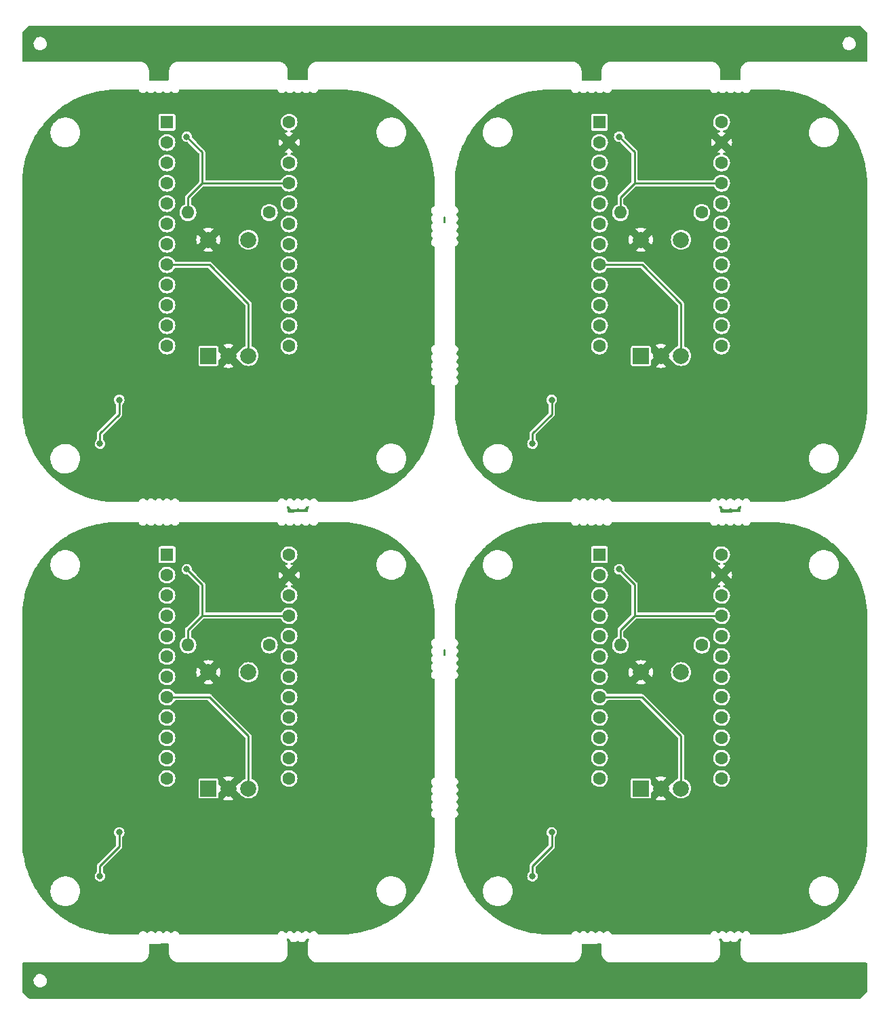
<source format=gbr>
%TF.GenerationSoftware,KiCad,Pcbnew,(6.0.0)*%
%TF.CreationDate,2022-01-02T19:46:58+01:00*%
%TF.ProjectId,VolumeKnob,566f6c75-6d65-44b6-9e6f-622e6b696361,rev?*%
%TF.SameCoordinates,Original*%
%TF.FileFunction,Copper,L2,Bot*%
%TF.FilePolarity,Positive*%
%FSLAX46Y46*%
G04 Gerber Fmt 4.6, Leading zero omitted, Abs format (unit mm)*
G04 Created by KiCad (PCBNEW (6.0.0)) date 2022-01-02 19:46:58*
%MOMM*%
%LPD*%
G01*
G04 APERTURE LIST*
%TA.AperFunction,ComponentPad*%
%ADD10C,1.600000*%
%TD*%
%TA.AperFunction,ComponentPad*%
%ADD11O,1.600000X1.600000*%
%TD*%
%TA.AperFunction,ComponentPad*%
%ADD12R,1.600000X1.600000*%
%TD*%
%TA.AperFunction,ComponentPad*%
%ADD13R,2.000000X2.000000*%
%TD*%
%TA.AperFunction,ComponentPad*%
%ADD14C,2.000000*%
%TD*%
%TA.AperFunction,ViaPad*%
%ADD15C,0.800000*%
%TD*%
%TA.AperFunction,Conductor*%
%ADD16C,0.250000*%
%TD*%
G04 APERTURE END LIST*
D10*
%TO.P,R1,1*%
%TO.N,Board_1-ButtonR*%
X109110004Y-39599997D03*
D11*
%TO.P,R1,2*%
%TO.N,Board_1-VCC*%
X98950004Y-39599997D03*
%TD*%
D12*
%TO.P,U1,1,TX*%
%TO.N,Board_3-unconnected-(U1-Pad1)*%
X96330004Y-82320003D03*
D10*
%TO.P,U1,2,RX*%
%TO.N,Board_3-unconnected-(U1-Pad2)*%
X96330004Y-84860003D03*
%TO.P,U1,3,GND*%
%TO.N,Board_3-unconnected-(U1-Pad3)*%
X96330004Y-87400003D03*
%TO.P,U1,4,GND*%
%TO.N,Board_3-unconnected-(U1-Pad4)*%
X96330004Y-89940003D03*
%TO.P,U1,5,SDA*%
%TO.N,Board_3-ButtonR*%
X96330004Y-92480003D03*
%TO.P,U1,6,SCL*%
%TO.N,Board_3-unconnected-(U1-Pad6)*%
X96330004Y-95020003D03*
%TO.P,U1,7,D4*%
%TO.N,Board_3-unconnected-(U1-Pad7)*%
X96330004Y-97560003D03*
%TO.P,U1,8,C6*%
%TO.N,Board_3-C6*%
X96330004Y-100100003D03*
%TO.P,U1,9,D7*%
%TO.N,Board_3-D7*%
X96330004Y-102640003D03*
%TO.P,U1,10,E6*%
%TO.N,Board_3-DIN*%
X96330004Y-105180003D03*
%TO.P,U1,11,B4*%
%TO.N,Board_3-unconnected-(U1-Pad11)*%
X96330004Y-107720003D03*
%TO.P,U1,12,B5*%
%TO.N,Board_3-unconnected-(U1-Pad12)*%
X96330004Y-110260003D03*
%TO.P,U1,13,B6*%
%TO.N,Board_3-unconnected-(U1-Pad13)*%
X111570004Y-110260003D03*
%TO.P,U1,14,B2*%
%TO.N,Board_3-unconnected-(U1-Pad14)*%
X111570004Y-107720003D03*
%TO.P,U1,15,B3*%
%TO.N,Board_3-unconnected-(U1-Pad15)*%
X111570004Y-105180003D03*
%TO.P,U1,16,B1*%
%TO.N,Board_3-unconnected-(U1-Pad16)*%
X111570004Y-102640003D03*
%TO.P,U1,17,F7*%
%TO.N,Board_3-unconnected-(U1-Pad17)*%
X111570004Y-100100003D03*
%TO.P,U1,18,F6*%
%TO.N,Board_3-unconnected-(U1-Pad18)*%
X111570004Y-97560003D03*
%TO.P,U1,19,F5*%
%TO.N,Board_3-unconnected-(U1-Pad19)*%
X111570004Y-95020003D03*
%TO.P,U1,20,F4*%
%TO.N,Board_3-unconnected-(U1-Pad20)*%
X111570004Y-92480003D03*
%TO.P,U1,21,VCC*%
%TO.N,Board_3-VCC*%
X111570004Y-89940003D03*
%TO.P,U1,22,RST*%
%TO.N,Board_3-unconnected-(U1-Pad22)*%
X111570004Y-87400003D03*
%TO.P,U1,23,GND*%
%TO.N,Board_3-GND*%
X111570004Y-84860003D03*
%TO.P,U1,24,RAW*%
%TO.N,Board_3-unconnected-(U1-Pad24)*%
X111570004Y-82320003D03*
%TD*%
D13*
%TO.P,SW1,A,A*%
%TO.N,Board_0-D7*%
X47499997Y-57499997D03*
D14*
%TO.P,SW1,B,B*%
%TO.N,Board_0-C6*%
X52499997Y-57499997D03*
%TO.P,SW1,C,C*%
%TO.N,Board_0-GND*%
X49999997Y-57499997D03*
%TO.P,SW1,S1,S1*%
X47499997Y-42999997D03*
%TO.P,SW1,S2,S2*%
%TO.N,Board_0-ButtonR*%
X52499997Y-42999997D03*
%TD*%
D12*
%TO.P,U1,1,TX*%
%TO.N,Board_2-unconnected-(U1-Pad1)*%
X42329997Y-82320003D03*
D10*
%TO.P,U1,2,RX*%
%TO.N,Board_2-unconnected-(U1-Pad2)*%
X42329997Y-84860003D03*
%TO.P,U1,3,GND*%
%TO.N,Board_2-unconnected-(U1-Pad3)*%
X42329997Y-87400003D03*
%TO.P,U1,4,GND*%
%TO.N,Board_2-unconnected-(U1-Pad4)*%
X42329997Y-89940003D03*
%TO.P,U1,5,SDA*%
%TO.N,Board_2-ButtonR*%
X42329997Y-92480003D03*
%TO.P,U1,6,SCL*%
%TO.N,Board_2-unconnected-(U1-Pad6)*%
X42329997Y-95020003D03*
%TO.P,U1,7,D4*%
%TO.N,Board_2-unconnected-(U1-Pad7)*%
X42329997Y-97560003D03*
%TO.P,U1,8,C6*%
%TO.N,Board_2-C6*%
X42329997Y-100100003D03*
%TO.P,U1,9,D7*%
%TO.N,Board_2-D7*%
X42329997Y-102640003D03*
%TO.P,U1,10,E6*%
%TO.N,Board_2-DIN*%
X42329997Y-105180003D03*
%TO.P,U1,11,B4*%
%TO.N,Board_2-unconnected-(U1-Pad11)*%
X42329997Y-107720003D03*
%TO.P,U1,12,B5*%
%TO.N,Board_2-unconnected-(U1-Pad12)*%
X42329997Y-110260003D03*
%TO.P,U1,13,B6*%
%TO.N,Board_2-unconnected-(U1-Pad13)*%
X57569997Y-110260003D03*
%TO.P,U1,14,B2*%
%TO.N,Board_2-unconnected-(U1-Pad14)*%
X57569997Y-107720003D03*
%TO.P,U1,15,B3*%
%TO.N,Board_2-unconnected-(U1-Pad15)*%
X57569997Y-105180003D03*
%TO.P,U1,16,B1*%
%TO.N,Board_2-unconnected-(U1-Pad16)*%
X57569997Y-102640003D03*
%TO.P,U1,17,F7*%
%TO.N,Board_2-unconnected-(U1-Pad17)*%
X57569997Y-100100003D03*
%TO.P,U1,18,F6*%
%TO.N,Board_2-unconnected-(U1-Pad18)*%
X57569997Y-97560003D03*
%TO.P,U1,19,F5*%
%TO.N,Board_2-unconnected-(U1-Pad19)*%
X57569997Y-95020003D03*
%TO.P,U1,20,F4*%
%TO.N,Board_2-unconnected-(U1-Pad20)*%
X57569997Y-92480003D03*
%TO.P,U1,21,VCC*%
%TO.N,Board_2-VCC*%
X57569997Y-89940003D03*
%TO.P,U1,22,RST*%
%TO.N,Board_2-unconnected-(U1-Pad22)*%
X57569997Y-87400003D03*
%TO.P,U1,23,GND*%
%TO.N,Board_2-GND*%
X57569997Y-84860003D03*
%TO.P,U1,24,RAW*%
%TO.N,Board_2-unconnected-(U1-Pad24)*%
X57569997Y-82320003D03*
%TD*%
D13*
%TO.P,SW1,A,A*%
%TO.N,Board_1-D7*%
X101500004Y-57499997D03*
D14*
%TO.P,SW1,B,B*%
%TO.N,Board_1-C6*%
X106500004Y-57499997D03*
%TO.P,SW1,C,C*%
%TO.N,Board_1-GND*%
X104000004Y-57499997D03*
%TO.P,SW1,S1,S1*%
X101500004Y-42999997D03*
%TO.P,SW1,S2,S2*%
%TO.N,Board_1-ButtonR*%
X106500004Y-42999997D03*
%TD*%
D12*
%TO.P,U1,1,TX*%
%TO.N,Board_0-unconnected-(U1-Pad1)*%
X42329997Y-28319997D03*
D10*
%TO.P,U1,2,RX*%
%TO.N,Board_0-unconnected-(U1-Pad2)*%
X42329997Y-30859997D03*
%TO.P,U1,3,GND*%
%TO.N,Board_0-unconnected-(U1-Pad3)*%
X42329997Y-33399997D03*
%TO.P,U1,4,GND*%
%TO.N,Board_0-unconnected-(U1-Pad4)*%
X42329997Y-35939997D03*
%TO.P,U1,5,SDA*%
%TO.N,Board_0-ButtonR*%
X42329997Y-38479997D03*
%TO.P,U1,6,SCL*%
%TO.N,Board_0-unconnected-(U1-Pad6)*%
X42329997Y-41019997D03*
%TO.P,U1,7,D4*%
%TO.N,Board_0-unconnected-(U1-Pad7)*%
X42329997Y-43559997D03*
%TO.P,U1,8,C6*%
%TO.N,Board_0-C6*%
X42329997Y-46099997D03*
%TO.P,U1,9,D7*%
%TO.N,Board_0-D7*%
X42329997Y-48639997D03*
%TO.P,U1,10,E6*%
%TO.N,Board_0-DIN*%
X42329997Y-51179997D03*
%TO.P,U1,11,B4*%
%TO.N,Board_0-unconnected-(U1-Pad11)*%
X42329997Y-53719997D03*
%TO.P,U1,12,B5*%
%TO.N,Board_0-unconnected-(U1-Pad12)*%
X42329997Y-56259997D03*
%TO.P,U1,13,B6*%
%TO.N,Board_0-unconnected-(U1-Pad13)*%
X57569997Y-56259997D03*
%TO.P,U1,14,B2*%
%TO.N,Board_0-unconnected-(U1-Pad14)*%
X57569997Y-53719997D03*
%TO.P,U1,15,B3*%
%TO.N,Board_0-unconnected-(U1-Pad15)*%
X57569997Y-51179997D03*
%TO.P,U1,16,B1*%
%TO.N,Board_0-unconnected-(U1-Pad16)*%
X57569997Y-48639997D03*
%TO.P,U1,17,F7*%
%TO.N,Board_0-unconnected-(U1-Pad17)*%
X57569997Y-46099997D03*
%TO.P,U1,18,F6*%
%TO.N,Board_0-unconnected-(U1-Pad18)*%
X57569997Y-43559997D03*
%TO.P,U1,19,F5*%
%TO.N,Board_0-unconnected-(U1-Pad19)*%
X57569997Y-41019997D03*
%TO.P,U1,20,F4*%
%TO.N,Board_0-unconnected-(U1-Pad20)*%
X57569997Y-38479997D03*
%TO.P,U1,21,VCC*%
%TO.N,Board_0-VCC*%
X57569997Y-35939997D03*
%TO.P,U1,22,RST*%
%TO.N,Board_0-unconnected-(U1-Pad22)*%
X57569997Y-33399997D03*
%TO.P,U1,23,GND*%
%TO.N,Board_0-GND*%
X57569997Y-30859997D03*
%TO.P,U1,24,RAW*%
%TO.N,Board_0-unconnected-(U1-Pad24)*%
X57569997Y-28319997D03*
%TD*%
%TO.P,R1,1*%
%TO.N,Board_0-ButtonR*%
X55109997Y-39599997D03*
D11*
%TO.P,R1,2*%
%TO.N,Board_0-VCC*%
X44949997Y-39599997D03*
%TD*%
D13*
%TO.P,SW1,A,A*%
%TO.N,Board_3-D7*%
X101500004Y-111500003D03*
D14*
%TO.P,SW1,B,B*%
%TO.N,Board_3-C6*%
X106500004Y-111500003D03*
%TO.P,SW1,C,C*%
%TO.N,Board_3-GND*%
X104000004Y-111500003D03*
%TO.P,SW1,S1,S1*%
X101500004Y-97000003D03*
%TO.P,SW1,S2,S2*%
%TO.N,Board_3-ButtonR*%
X106500004Y-97000003D03*
%TD*%
D12*
%TO.P,U1,1,TX*%
%TO.N,Board_1-unconnected-(U1-Pad1)*%
X96330004Y-28319997D03*
D10*
%TO.P,U1,2,RX*%
%TO.N,Board_1-unconnected-(U1-Pad2)*%
X96330004Y-30859997D03*
%TO.P,U1,3,GND*%
%TO.N,Board_1-unconnected-(U1-Pad3)*%
X96330004Y-33399997D03*
%TO.P,U1,4,GND*%
%TO.N,Board_1-unconnected-(U1-Pad4)*%
X96330004Y-35939997D03*
%TO.P,U1,5,SDA*%
%TO.N,Board_1-ButtonR*%
X96330004Y-38479997D03*
%TO.P,U1,6,SCL*%
%TO.N,Board_1-unconnected-(U1-Pad6)*%
X96330004Y-41019997D03*
%TO.P,U1,7,D4*%
%TO.N,Board_1-unconnected-(U1-Pad7)*%
X96330004Y-43559997D03*
%TO.P,U1,8,C6*%
%TO.N,Board_1-C6*%
X96330004Y-46099997D03*
%TO.P,U1,9,D7*%
%TO.N,Board_1-D7*%
X96330004Y-48639997D03*
%TO.P,U1,10,E6*%
%TO.N,Board_1-DIN*%
X96330004Y-51179997D03*
%TO.P,U1,11,B4*%
%TO.N,Board_1-unconnected-(U1-Pad11)*%
X96330004Y-53719997D03*
%TO.P,U1,12,B5*%
%TO.N,Board_1-unconnected-(U1-Pad12)*%
X96330004Y-56259997D03*
%TO.P,U1,13,B6*%
%TO.N,Board_1-unconnected-(U1-Pad13)*%
X111570004Y-56259997D03*
%TO.P,U1,14,B2*%
%TO.N,Board_1-unconnected-(U1-Pad14)*%
X111570004Y-53719997D03*
%TO.P,U1,15,B3*%
%TO.N,Board_1-unconnected-(U1-Pad15)*%
X111570004Y-51179997D03*
%TO.P,U1,16,B1*%
%TO.N,Board_1-unconnected-(U1-Pad16)*%
X111570004Y-48639997D03*
%TO.P,U1,17,F7*%
%TO.N,Board_1-unconnected-(U1-Pad17)*%
X111570004Y-46099997D03*
%TO.P,U1,18,F6*%
%TO.N,Board_1-unconnected-(U1-Pad18)*%
X111570004Y-43559997D03*
%TO.P,U1,19,F5*%
%TO.N,Board_1-unconnected-(U1-Pad19)*%
X111570004Y-41019997D03*
%TO.P,U1,20,F4*%
%TO.N,Board_1-unconnected-(U1-Pad20)*%
X111570004Y-38479997D03*
%TO.P,U1,21,VCC*%
%TO.N,Board_1-VCC*%
X111570004Y-35939997D03*
%TO.P,U1,22,RST*%
%TO.N,Board_1-unconnected-(U1-Pad22)*%
X111570004Y-33399997D03*
%TO.P,U1,23,GND*%
%TO.N,Board_1-GND*%
X111570004Y-30859997D03*
%TO.P,U1,24,RAW*%
%TO.N,Board_1-unconnected-(U1-Pad24)*%
X111570004Y-28319997D03*
%TD*%
%TO.P,R1,1*%
%TO.N,Board_3-ButtonR*%
X109110004Y-93600003D03*
D11*
%TO.P,R1,2*%
%TO.N,Board_3-VCC*%
X98950004Y-93600003D03*
%TD*%
D10*
%TO.P,R1,1*%
%TO.N,Board_2-ButtonR*%
X55109997Y-93600003D03*
D11*
%TO.P,R1,2*%
%TO.N,Board_2-VCC*%
X44949997Y-93600003D03*
%TD*%
D13*
%TO.P,SW1,A,A*%
%TO.N,Board_2-D7*%
X47499997Y-111500003D03*
D14*
%TO.P,SW1,B,B*%
%TO.N,Board_2-C6*%
X52499997Y-111500003D03*
%TO.P,SW1,C,C*%
%TO.N,Board_2-GND*%
X49999997Y-111500003D03*
%TO.P,SW1,S1,S1*%
X47499997Y-97000003D03*
%TO.P,SW1,S2,S2*%
%TO.N,Board_2-ButtonR*%
X52499997Y-97000003D03*
%TD*%
D15*
%TO.N,Board_3-VCC*%
X98800004Y-84140003D03*
%TO.N,Board_3-Net-(D6-Pad2)*%
X87960004Y-122460003D03*
X90370004Y-116990003D03*
%TO.N,Board_3-GND*%
X84530004Y-90930003D03*
X125420004Y-107540003D03*
%TO.N,Board_2-VCC*%
X44799997Y-84140003D03*
%TO.N,Board_2-Net-(D6-Pad2)*%
X33959997Y-122460003D03*
X36369997Y-116990003D03*
%TO.N,Board_2-GND*%
X30529997Y-90930003D03*
X71419997Y-107540003D03*
%TO.N,Board_1-VCC*%
X98800004Y-30139997D03*
%TO.N,Board_1-Net-(D6-Pad2)*%
X87960004Y-68459997D03*
X90370004Y-62989997D03*
%TO.N,Board_1-GND*%
X84530004Y-36929997D03*
X125420004Y-53539997D03*
%TO.N,Board_0-VCC*%
X44799997Y-30139997D03*
%TO.N,Board_0-Net-(D6-Pad2)*%
X33959997Y-68459997D03*
X36369997Y-62989997D03*
%TO.N,Board_0-GND*%
X30529997Y-36929997D03*
X71419997Y-53539997D03*
%TD*%
D16*
%TO.N,Board_3-VCC*%
X98950004Y-91710003D02*
X100720004Y-89940003D01*
X100720004Y-89940003D02*
X100720004Y-86060003D01*
X100720004Y-86060003D02*
X98800004Y-84140003D01*
X100720004Y-89940003D02*
X111570004Y-89940003D01*
X98950004Y-93600003D02*
X98950004Y-91710003D01*
%TO.N,Board_3-Net-(D6-Pad2)*%
X87960004Y-122460003D02*
X87960004Y-121180003D01*
X90370004Y-118770003D02*
X90370004Y-116990003D01*
X87960004Y-121180003D02*
X90370004Y-118770003D01*
X90370004Y-116990003D02*
X90370004Y-116990003D01*
%TO.N,Board_3-C6*%
X106500004Y-111500003D02*
X106500004Y-104970003D01*
X106500004Y-104970003D02*
X101630004Y-100100003D01*
X101630004Y-100100003D02*
X96110004Y-100100003D01*
%TO.N,Board_2-VCC*%
X44949997Y-91710003D02*
X46719997Y-89940003D01*
X46719997Y-89940003D02*
X46719997Y-86060003D01*
X46719997Y-86060003D02*
X44799997Y-84140003D01*
X46719997Y-89940003D02*
X57569997Y-89940003D01*
X44949997Y-93600003D02*
X44949997Y-91710003D01*
%TO.N,Board_2-Net-(D6-Pad2)*%
X33959997Y-122460003D02*
X33959997Y-121180003D01*
X36369997Y-118770003D02*
X36369997Y-116990003D01*
X33959997Y-121180003D02*
X36369997Y-118770003D01*
X36369997Y-116990003D02*
X36369997Y-116990003D01*
%TO.N,Board_2-C6*%
X52499997Y-111500003D02*
X52499997Y-104970003D01*
X52499997Y-104970003D02*
X47629997Y-100100003D01*
X47629997Y-100100003D02*
X42109997Y-100100003D01*
%TO.N,Board_1-VCC*%
X98950004Y-37709997D02*
X100720004Y-35939997D01*
X100720004Y-35939997D02*
X100720004Y-32059997D01*
X100720004Y-32059997D02*
X98800004Y-30139997D01*
X100720004Y-35939997D02*
X111570004Y-35939997D01*
X98950004Y-39599997D02*
X98950004Y-37709997D01*
%TO.N,Board_1-Net-(D6-Pad2)*%
X87960004Y-68459997D02*
X87960004Y-67179997D01*
X90370004Y-64769997D02*
X90370004Y-62989997D01*
X87960004Y-67179997D02*
X90370004Y-64769997D01*
X90370004Y-62989997D02*
X90370004Y-62989997D01*
%TO.N,Board_1-C6*%
X106500004Y-57499997D02*
X106500004Y-50969997D01*
X106500004Y-50969997D02*
X101630004Y-46099997D01*
X101630004Y-46099997D02*
X96110004Y-46099997D01*
%TO.N,Board_0-VCC*%
X44949997Y-37709997D02*
X46719997Y-35939997D01*
X46719997Y-35939997D02*
X46719997Y-32059997D01*
X46719997Y-32059997D02*
X44799997Y-30139997D01*
X46719997Y-35939997D02*
X57569997Y-35939997D01*
X44949997Y-39599997D02*
X44949997Y-37709997D01*
%TO.N,Board_0-Net-(D6-Pad2)*%
X33959997Y-68459997D02*
X33959997Y-67179997D01*
X36369997Y-64769997D02*
X36369997Y-62989997D01*
X33959997Y-67179997D02*
X36369997Y-64769997D01*
X36369997Y-62989997D02*
X36369997Y-62989997D01*
%TO.N,Board_0-C6*%
X52499997Y-57499997D02*
X52499997Y-50969997D01*
X52499997Y-50969997D02*
X47629997Y-46099997D01*
X47629997Y-46099997D02*
X42109997Y-46099997D01*
%TD*%
%TA.AperFunction,Conductor*%
%TO.N,Board_3-GND*%
G36*
X104000436Y-78249801D02*
G01*
X110063835Y-78249802D01*
X110131956Y-78269804D01*
X110178449Y-78323460D01*
X110184984Y-78341177D01*
X110204026Y-78407803D01*
X110280650Y-78529246D01*
X110287377Y-78535187D01*
X110287379Y-78535189D01*
X110315119Y-78559688D01*
X110388280Y-78624301D01*
X110396404Y-78628115D01*
X110396407Y-78628117D01*
X110443818Y-78650376D01*
X110518262Y-78685327D01*
X110627284Y-78702302D01*
X110702330Y-78702302D01*
X110753675Y-78694949D01*
X110799594Y-78688373D01*
X110799597Y-78688372D01*
X110808480Y-78687100D01*
X110887319Y-78651254D01*
X110931024Y-78631383D01*
X110931027Y-78631381D01*
X110939198Y-78627666D01*
X111047981Y-78533933D01*
X111060219Y-78515052D01*
X111114054Y-78468768D01*
X111184367Y-78458937D01*
X111248833Y-78488681D01*
X111272514Y-78516351D01*
X111275859Y-78521652D01*
X111280650Y-78529246D01*
X111287377Y-78535187D01*
X111287379Y-78535189D01*
X111315119Y-78559688D01*
X111388280Y-78624301D01*
X111396404Y-78628115D01*
X111396407Y-78628117D01*
X111443818Y-78650376D01*
X111518262Y-78685327D01*
X111627284Y-78702302D01*
X111702330Y-78702302D01*
X111753675Y-78694949D01*
X111799594Y-78688373D01*
X111799597Y-78688372D01*
X111808480Y-78687100D01*
X111887319Y-78651254D01*
X111931024Y-78631383D01*
X111931027Y-78631381D01*
X111939198Y-78627666D01*
X112047981Y-78533933D01*
X112060219Y-78515052D01*
X112114054Y-78468768D01*
X112184367Y-78458937D01*
X112248833Y-78488681D01*
X112272514Y-78516351D01*
X112275859Y-78521652D01*
X112280650Y-78529246D01*
X112287377Y-78535187D01*
X112287379Y-78535189D01*
X112315119Y-78559688D01*
X112388280Y-78624301D01*
X112396404Y-78628115D01*
X112396407Y-78628117D01*
X112443818Y-78650376D01*
X112518262Y-78685327D01*
X112627284Y-78702302D01*
X112702330Y-78702302D01*
X112753675Y-78694949D01*
X112799594Y-78688373D01*
X112799597Y-78688372D01*
X112808480Y-78687100D01*
X112887319Y-78651254D01*
X112931024Y-78631383D01*
X112931027Y-78631381D01*
X112939198Y-78627666D01*
X113047981Y-78533933D01*
X113060219Y-78515052D01*
X113114054Y-78468768D01*
X113184367Y-78458937D01*
X113248833Y-78488681D01*
X113272514Y-78516351D01*
X113275859Y-78521652D01*
X113280650Y-78529246D01*
X113287377Y-78535187D01*
X113287379Y-78535189D01*
X113315119Y-78559688D01*
X113388280Y-78624301D01*
X113396404Y-78628115D01*
X113396407Y-78628117D01*
X113443818Y-78650376D01*
X113518262Y-78685327D01*
X113627284Y-78702302D01*
X113702330Y-78702302D01*
X113753675Y-78694949D01*
X113799594Y-78688373D01*
X113799597Y-78688372D01*
X113808480Y-78687100D01*
X113887319Y-78651254D01*
X113931024Y-78631383D01*
X113931027Y-78631381D01*
X113939198Y-78627666D01*
X114047981Y-78533933D01*
X114060219Y-78515052D01*
X114114054Y-78468768D01*
X114184367Y-78458937D01*
X114248833Y-78488681D01*
X114272514Y-78516351D01*
X114275859Y-78521652D01*
X114280650Y-78529246D01*
X114287377Y-78535187D01*
X114287379Y-78535189D01*
X114315119Y-78559688D01*
X114388280Y-78624301D01*
X114396404Y-78628115D01*
X114396407Y-78628117D01*
X114443818Y-78650376D01*
X114518262Y-78685327D01*
X114627284Y-78702302D01*
X114702330Y-78702302D01*
X114753675Y-78694949D01*
X114799594Y-78688373D01*
X114799597Y-78688372D01*
X114808480Y-78687100D01*
X114887319Y-78651254D01*
X114931024Y-78631383D01*
X114931027Y-78631381D01*
X114939198Y-78627666D01*
X115047981Y-78533933D01*
X115126083Y-78413436D01*
X115128655Y-78404834D01*
X115128657Y-78404831D01*
X115148134Y-78339703D01*
X115186816Y-78280169D01*
X115251543Y-78250999D01*
X115268855Y-78249805D01*
X117998313Y-78249887D01*
X118001624Y-78249931D01*
X118059240Y-78251447D01*
X118611569Y-78265985D01*
X118618089Y-78266326D01*
X119218604Y-78313503D01*
X119225101Y-78314183D01*
X119834780Y-78394200D01*
X119841320Y-78395235D01*
X120345523Y-78488679D01*
X120439620Y-78506118D01*
X120446072Y-78507489D01*
X120634669Y-78552765D01*
X121037829Y-78649551D01*
X121044171Y-78651250D01*
X121627704Y-78824095D01*
X121633960Y-78826128D01*
X121867138Y-78908698D01*
X122207622Y-79029266D01*
X122213781Y-79031630D01*
X122494897Y-79148068D01*
X122776024Y-79264512D01*
X122782028Y-79267185D01*
X123007339Y-79374650D01*
X123331337Y-79529185D01*
X123337200Y-79532171D01*
X123866382Y-79819395D01*
X123872108Y-79822700D01*
X124329784Y-80103164D01*
X124402181Y-80147529D01*
X124407699Y-80151113D01*
X124903922Y-80492265D01*
X124909194Y-80496096D01*
X125392024Y-80866595D01*
X125397142Y-80870739D01*
X125439596Y-80906998D01*
X125859690Y-81265791D01*
X125864589Y-81270202D01*
X126306215Y-81689289D01*
X126306238Y-81689311D01*
X126310903Y-81693977D01*
X126729746Y-82135357D01*
X126734193Y-82140297D01*
X127086002Y-82552555D01*
X127133390Y-82608086D01*
X127137516Y-82613184D01*
X127324434Y-82856854D01*
X127504000Y-83090939D01*
X127507895Y-83096304D01*
X127656352Y-83312501D01*
X127839773Y-83579615D01*
X127855974Y-83603209D01*
X127859571Y-83608753D01*
X128175590Y-84125082D01*
X128177288Y-84127857D01*
X128180555Y-84133521D01*
X128200645Y-84170534D01*
X128467733Y-84662607D01*
X128470712Y-84668453D01*
X128730044Y-85211951D01*
X128732715Y-85217946D01*
X128968301Y-85786038D01*
X128970684Y-85792243D01*
X129173807Y-86365826D01*
X129175846Y-86372100D01*
X129348692Y-86955598D01*
X129350399Y-86961970D01*
X129492468Y-87553710D01*
X129493840Y-87560162D01*
X129604751Y-88158550D01*
X129605783Y-88165067D01*
X129685245Y-88768653D01*
X129685935Y-88775215D01*
X129733677Y-89381925D01*
X129734022Y-89388512D01*
X129750157Y-90004913D01*
X129750200Y-90008210D01*
X129750180Y-96584337D01*
X129750117Y-117998350D01*
X129750073Y-118001666D01*
X129734009Y-118611768D01*
X129733665Y-118618338D01*
X129702034Y-119020245D01*
X129685932Y-119224830D01*
X129685243Y-119231382D01*
X129676391Y-119298622D01*
X129605813Y-119834758D01*
X129604784Y-119841257D01*
X129495154Y-120433247D01*
X129493780Y-120439717D01*
X129348652Y-121044226D01*
X129346939Y-121050616D01*
X129175843Y-121627917D01*
X129173811Y-121634171D01*
X128993358Y-122143754D01*
X128970773Y-122207531D01*
X128968395Y-122213722D01*
X128732717Y-122782058D01*
X128730047Y-122788049D01*
X128625827Y-123006469D01*
X128470713Y-123331548D01*
X128467726Y-123337409D01*
X128340811Y-123571157D01*
X128189310Y-123850188D01*
X128177491Y-123871955D01*
X128174166Y-123877711D01*
X127852506Y-124402140D01*
X127848929Y-124407644D01*
X127507775Y-124903871D01*
X127503908Y-124909193D01*
X127133610Y-125391774D01*
X127129426Y-125396939D01*
X126729702Y-125864576D01*
X126725309Y-125869453D01*
X126310697Y-126306237D01*
X126306054Y-126310879D01*
X125864812Y-126729600D01*
X125859910Y-126734012D01*
X125611964Y-126945606D01*
X125391929Y-127133380D01*
X125386827Y-127137510D01*
X125083248Y-127370386D01*
X124912740Y-127501182D01*
X124908997Y-127504053D01*
X124903680Y-127507915D01*
X124402345Y-127852472D01*
X124396835Y-127856050D01*
X124305524Y-127912007D01*
X123877921Y-128174047D01*
X123872208Y-128177345D01*
X123337403Y-128467729D01*
X123331527Y-128470723D01*
X122782224Y-128732733D01*
X122776241Y-128735398D01*
X122219990Y-128965898D01*
X122213822Y-128968266D01*
X121627796Y-129175790D01*
X121621551Y-129177819D01*
X121044156Y-129348760D01*
X121037833Y-129350453D01*
X120446017Y-129492528D01*
X120439565Y-129493899D01*
X119841464Y-129604749D01*
X119834968Y-129605779D01*
X119474953Y-129653230D01*
X119237943Y-129684469D01*
X119231426Y-129685155D01*
X118988840Y-129704347D01*
X118618329Y-129733660D01*
X118611691Y-129734009D01*
X117995161Y-129750156D01*
X117991875Y-129750199D01*
X115268929Y-129750485D01*
X115200806Y-129730490D01*
X115154308Y-129676839D01*
X115147767Y-129659109D01*
X115147687Y-129658827D01*
X115143408Y-129643858D01*
X115131111Y-129600829D01*
X115131110Y-129600826D01*
X115128644Y-129592199D01*
X115052020Y-129470756D01*
X114944390Y-129375701D01*
X114936265Y-129371886D01*
X114936263Y-129371885D01*
X114822534Y-129318490D01*
X114822533Y-129318490D01*
X114814408Y-129314675D01*
X114705386Y-129297700D01*
X114630340Y-129297700D01*
X114578995Y-129305053D01*
X114533076Y-129311629D01*
X114533073Y-129311630D01*
X114524190Y-129312902D01*
X114471514Y-129336852D01*
X114401646Y-129368619D01*
X114401643Y-129368621D01*
X114393472Y-129372336D01*
X114284689Y-129466069D01*
X114276730Y-129478348D01*
X114272451Y-129484950D01*
X114218616Y-129531234D01*
X114148303Y-129541065D01*
X114083837Y-129511321D01*
X114060156Y-129483651D01*
X114056811Y-129478349D01*
X114056810Y-129478348D01*
X114052020Y-129470756D01*
X113944390Y-129375701D01*
X113936265Y-129371886D01*
X113936263Y-129371885D01*
X113822534Y-129318490D01*
X113822533Y-129318490D01*
X113814408Y-129314675D01*
X113705386Y-129297700D01*
X113630340Y-129297700D01*
X113578995Y-129305053D01*
X113533076Y-129311629D01*
X113533073Y-129311630D01*
X113524190Y-129312902D01*
X113471514Y-129336852D01*
X113401646Y-129368619D01*
X113401643Y-129368621D01*
X113393472Y-129372336D01*
X113284689Y-129466069D01*
X113276730Y-129478348D01*
X113272451Y-129484950D01*
X113218616Y-129531234D01*
X113148303Y-129541065D01*
X113083837Y-129511321D01*
X113060156Y-129483651D01*
X113056811Y-129478349D01*
X113056810Y-129478348D01*
X113052020Y-129470756D01*
X112944390Y-129375701D01*
X112936265Y-129371886D01*
X112936263Y-129371885D01*
X112822534Y-129318490D01*
X112822533Y-129318490D01*
X112814408Y-129314675D01*
X112705386Y-129297700D01*
X112630340Y-129297700D01*
X112578995Y-129305053D01*
X112533076Y-129311629D01*
X112533073Y-129311630D01*
X112524190Y-129312902D01*
X112471514Y-129336852D01*
X112401646Y-129368619D01*
X112401643Y-129368621D01*
X112393472Y-129372336D01*
X112284689Y-129466069D01*
X112276730Y-129478348D01*
X112272451Y-129484950D01*
X112218616Y-129531234D01*
X112148303Y-129541065D01*
X112083837Y-129511321D01*
X112060156Y-129483651D01*
X112056811Y-129478349D01*
X112056810Y-129478348D01*
X112052020Y-129470756D01*
X111944390Y-129375701D01*
X111936265Y-129371886D01*
X111936263Y-129371885D01*
X111822534Y-129318490D01*
X111822533Y-129318490D01*
X111814408Y-129314675D01*
X111705386Y-129297700D01*
X111630340Y-129297700D01*
X111578995Y-129305053D01*
X111533076Y-129311629D01*
X111533073Y-129311630D01*
X111524190Y-129312902D01*
X111471514Y-129336852D01*
X111401646Y-129368619D01*
X111401643Y-129368621D01*
X111393472Y-129372336D01*
X111284689Y-129466069D01*
X111276730Y-129478348D01*
X111272451Y-129484950D01*
X111218616Y-129531234D01*
X111148303Y-129541065D01*
X111083837Y-129511321D01*
X111060156Y-129483651D01*
X111056811Y-129478349D01*
X111056810Y-129478348D01*
X111052020Y-129470756D01*
X110944390Y-129375701D01*
X110936265Y-129371886D01*
X110936263Y-129371885D01*
X110822534Y-129318490D01*
X110822533Y-129318490D01*
X110814408Y-129314675D01*
X110705386Y-129297700D01*
X110630340Y-129297700D01*
X110578995Y-129305053D01*
X110533076Y-129311629D01*
X110533073Y-129311630D01*
X110524190Y-129312902D01*
X110471514Y-129336852D01*
X110401646Y-129368619D01*
X110401643Y-129368621D01*
X110393472Y-129372336D01*
X110284689Y-129466069D01*
X110206587Y-129586566D01*
X110204015Y-129595168D01*
X110204013Y-129595171D01*
X110184535Y-129660302D01*
X110145853Y-129719836D01*
X110081126Y-129749006D01*
X110063818Y-129750200D01*
X103999303Y-129750201D01*
X97936167Y-129750202D01*
X97868046Y-129730200D01*
X97821553Y-129676544D01*
X97815018Y-129658827D01*
X97799868Y-129605818D01*
X97795976Y-129592201D01*
X97719352Y-129470758D01*
X97611722Y-129375703D01*
X97603597Y-129371888D01*
X97603595Y-129371887D01*
X97489866Y-129318492D01*
X97489865Y-129318492D01*
X97481740Y-129314677D01*
X97462165Y-129311629D01*
X97442720Y-129308602D01*
X97372718Y-129297702D01*
X97297672Y-129297702D01*
X97246327Y-129305055D01*
X97200408Y-129311631D01*
X97200405Y-129311632D01*
X97191522Y-129312904D01*
X97179232Y-129318492D01*
X97068978Y-129368621D01*
X97068975Y-129368623D01*
X97060804Y-129372338D01*
X96952021Y-129466071D01*
X96944063Y-129478349D01*
X96939783Y-129484952D01*
X96885948Y-129531236D01*
X96815635Y-129541067D01*
X96751169Y-129511323D01*
X96727488Y-129483653D01*
X96724143Y-129478351D01*
X96724142Y-129478350D01*
X96719352Y-129470758D01*
X96611722Y-129375703D01*
X96603597Y-129371888D01*
X96603595Y-129371887D01*
X96489866Y-129318492D01*
X96489865Y-129318492D01*
X96481740Y-129314677D01*
X96462165Y-129311629D01*
X96442720Y-129308602D01*
X96372718Y-129297702D01*
X96297672Y-129297702D01*
X96246327Y-129305055D01*
X96200408Y-129311631D01*
X96200405Y-129311632D01*
X96191522Y-129312904D01*
X96179232Y-129318492D01*
X96068978Y-129368621D01*
X96068975Y-129368623D01*
X96060804Y-129372338D01*
X95952021Y-129466071D01*
X95944063Y-129478349D01*
X95939783Y-129484952D01*
X95885948Y-129531236D01*
X95815635Y-129541067D01*
X95751169Y-129511323D01*
X95727488Y-129483653D01*
X95724143Y-129478351D01*
X95724142Y-129478350D01*
X95719352Y-129470758D01*
X95611722Y-129375703D01*
X95603597Y-129371888D01*
X95603595Y-129371887D01*
X95489866Y-129318492D01*
X95489865Y-129318492D01*
X95481740Y-129314677D01*
X95462165Y-129311629D01*
X95442720Y-129308602D01*
X95372718Y-129297702D01*
X95297672Y-129297702D01*
X95246327Y-129305055D01*
X95200408Y-129311631D01*
X95200405Y-129311632D01*
X95191522Y-129312904D01*
X95179232Y-129318492D01*
X95068978Y-129368621D01*
X95068975Y-129368623D01*
X95060804Y-129372338D01*
X94952021Y-129466071D01*
X94944063Y-129478349D01*
X94939783Y-129484952D01*
X94885948Y-129531236D01*
X94815635Y-129541067D01*
X94751169Y-129511323D01*
X94727488Y-129483653D01*
X94724143Y-129478351D01*
X94724142Y-129478350D01*
X94719352Y-129470758D01*
X94611722Y-129375703D01*
X94603597Y-129371888D01*
X94603595Y-129371887D01*
X94489866Y-129318492D01*
X94489865Y-129318492D01*
X94481740Y-129314677D01*
X94462165Y-129311629D01*
X94442720Y-129308602D01*
X94372718Y-129297702D01*
X94297672Y-129297702D01*
X94246327Y-129305055D01*
X94200408Y-129311631D01*
X94200405Y-129311632D01*
X94191522Y-129312904D01*
X94179232Y-129318492D01*
X94068978Y-129368621D01*
X94068975Y-129368623D01*
X94060804Y-129372338D01*
X93952021Y-129466071D01*
X93944063Y-129478349D01*
X93939783Y-129484952D01*
X93885948Y-129531236D01*
X93815635Y-129541067D01*
X93751169Y-129511323D01*
X93727488Y-129483653D01*
X93724143Y-129478351D01*
X93724142Y-129478350D01*
X93719352Y-129470758D01*
X93611722Y-129375703D01*
X93603597Y-129371888D01*
X93603595Y-129371887D01*
X93489866Y-129318492D01*
X93489865Y-129318492D01*
X93481740Y-129314677D01*
X93462165Y-129311629D01*
X93442720Y-129308602D01*
X93372718Y-129297702D01*
X93297672Y-129297702D01*
X93246327Y-129305055D01*
X93200408Y-129311631D01*
X93200405Y-129311632D01*
X93191522Y-129312904D01*
X93179232Y-129318492D01*
X93068978Y-129368621D01*
X93068975Y-129368623D01*
X93060804Y-129372338D01*
X92952021Y-129466071D01*
X92873919Y-129586568D01*
X92851911Y-129660157D01*
X92851782Y-129660589D01*
X92813100Y-129720122D01*
X92748373Y-129749292D01*
X92731056Y-129750486D01*
X90892531Y-129750280D01*
X90004855Y-129750180D01*
X90001556Y-129750136D01*
X89468785Y-129736125D01*
X89388224Y-129734006D01*
X89381654Y-129733662D01*
X88775170Y-129685930D01*
X88768624Y-129685242D01*
X88165271Y-129605816D01*
X88158785Y-129604788D01*
X87814948Y-129541065D01*
X87560383Y-129493886D01*
X87553931Y-129492515D01*
X87258055Y-129421484D01*
X86962168Y-129350451D01*
X86955817Y-129348749D01*
X86662897Y-129261982D01*
X86372154Y-129175859D01*
X86365832Y-129173804D01*
X85786222Y-128968286D01*
X85780096Y-128965932D01*
X85780014Y-128965898D01*
X85223968Y-128735488D01*
X85217990Y-128732826D01*
X84674404Y-128473644D01*
X84668556Y-128470667D01*
X84331871Y-128288042D01*
X84127953Y-128177432D01*
X84122234Y-128174131D01*
X83603399Y-127856197D01*
X83597866Y-127852604D01*
X83127013Y-127528994D01*
X83096173Y-127507798D01*
X83090799Y-127503892D01*
X82603075Y-127129330D01*
X82597977Y-127125199D01*
X82140295Y-126734197D01*
X82135419Y-126729807D01*
X81698510Y-126315316D01*
X81693879Y-126310688D01*
X81274598Y-125869340D01*
X81270170Y-125864427D01*
X80870725Y-125397118D01*
X80866541Y-125391954D01*
X80840066Y-125357451D01*
X80709380Y-125187142D01*
X80496107Y-124909204D01*
X80492230Y-124903867D01*
X80257037Y-124561667D01*
X80147529Y-124402334D01*
X80143939Y-124396807D01*
X80134936Y-124382116D01*
X81774230Y-124382116D01*
X81799747Y-124649568D01*
X81800832Y-124654002D01*
X81800833Y-124654008D01*
X81811756Y-124698645D01*
X81863605Y-124910534D01*
X81964466Y-125159549D01*
X82100218Y-125391396D01*
X82196184Y-125511395D01*
X82241173Y-125567651D01*
X82268016Y-125601217D01*
X82464346Y-125784618D01*
X82685095Y-125937757D01*
X82689178Y-125939788D01*
X82689181Y-125939790D01*
X82793099Y-125991488D01*
X82925638Y-126057425D01*
X82929972Y-126058846D01*
X82929975Y-126058847D01*
X83176603Y-126139696D01*
X83176608Y-126139697D01*
X83180936Y-126141116D01*
X83185427Y-126141896D01*
X83185428Y-126141896D01*
X83441861Y-126186421D01*
X83441869Y-126186422D01*
X83445642Y-126187077D01*
X83449479Y-126187268D01*
X83528960Y-126191225D01*
X83528968Y-126191225D01*
X83530531Y-126191303D01*
X83698252Y-126191303D01*
X83700520Y-126191138D01*
X83700532Y-126191138D01*
X83829285Y-126181795D01*
X83897965Y-126176812D01*
X83902420Y-126175828D01*
X83902423Y-126175828D01*
X84155854Y-126119876D01*
X84155858Y-126119875D01*
X84160314Y-126118891D01*
X84285933Y-126071298D01*
X84407283Y-126025323D01*
X84407286Y-126025322D01*
X84411553Y-126023705D01*
X84646419Y-125893248D01*
X84824668Y-125757214D01*
X84856369Y-125733021D01*
X84856373Y-125733017D01*
X84859994Y-125730254D01*
X84879535Y-125710265D01*
X84983088Y-125604334D01*
X85047802Y-125538135D01*
X85050479Y-125534457D01*
X85050485Y-125534450D01*
X85203222Y-125324610D01*
X85203224Y-125324607D01*
X85205909Y-125320918D01*
X85331004Y-125083152D01*
X85341599Y-125053152D01*
X85418943Y-124834131D01*
X85418943Y-124834130D01*
X85420466Y-124829818D01*
X85454337Y-124657969D01*
X85471539Y-124570695D01*
X85471540Y-124570689D01*
X85472420Y-124566223D01*
X85473691Y-124540695D01*
X85483079Y-124352116D01*
X122494230Y-124352116D01*
X122519747Y-124619568D01*
X122520832Y-124624002D01*
X122520833Y-124624008D01*
X122539097Y-124698645D01*
X122583605Y-124880534D01*
X122585317Y-124884760D01*
X122585318Y-124884764D01*
X122682753Y-125125320D01*
X122684466Y-125129549D01*
X122820218Y-125361396D01*
X122988016Y-125571217D01*
X123184346Y-125754618D01*
X123405095Y-125907757D01*
X123409178Y-125909788D01*
X123409181Y-125909790D01*
X123469484Y-125939790D01*
X123645638Y-126027425D01*
X123649972Y-126028846D01*
X123649975Y-126028847D01*
X123896603Y-126109696D01*
X123896608Y-126109697D01*
X123900936Y-126111116D01*
X123905427Y-126111896D01*
X123905428Y-126111896D01*
X124161861Y-126156421D01*
X124161869Y-126156422D01*
X124165642Y-126157077D01*
X124169479Y-126157268D01*
X124248960Y-126161225D01*
X124248968Y-126161225D01*
X124250531Y-126161303D01*
X124418252Y-126161303D01*
X124420520Y-126161138D01*
X124420532Y-126161138D01*
X124549285Y-126151795D01*
X124617965Y-126146812D01*
X124622420Y-126145828D01*
X124622423Y-126145828D01*
X124875854Y-126089876D01*
X124875858Y-126089875D01*
X124880314Y-126088891D01*
X125005934Y-126041298D01*
X125127283Y-125995323D01*
X125127286Y-125995322D01*
X125131553Y-125993705D01*
X125359522Y-125867079D01*
X125362426Y-125865466D01*
X125362427Y-125865465D01*
X125366419Y-125863248D01*
X125537059Y-125733021D01*
X125576369Y-125703021D01*
X125576373Y-125703017D01*
X125579994Y-125700254D01*
X125767802Y-125508135D01*
X125770479Y-125504457D01*
X125770485Y-125504450D01*
X125923222Y-125294610D01*
X125923224Y-125294607D01*
X125925909Y-125290918D01*
X126051004Y-125053152D01*
X126101842Y-124909193D01*
X126138943Y-124804131D01*
X126138943Y-124804130D01*
X126140466Y-124799818D01*
X126192420Y-124536223D01*
X126199221Y-124399615D01*
X126205551Y-124272459D01*
X126205551Y-124272453D01*
X126205778Y-124267890D01*
X126180261Y-124000438D01*
X126149595Y-123875114D01*
X126117488Y-123743906D01*
X126116403Y-123739472D01*
X126038192Y-123546376D01*
X126017255Y-123494686D01*
X126017255Y-123494685D01*
X126015542Y-123490457D01*
X125879790Y-123258610D01*
X125759415Y-123108089D01*
X125714844Y-123052355D01*
X125714843Y-123052353D01*
X125711992Y-123048789D01*
X125515662Y-122865388D01*
X125294913Y-122712249D01*
X125290830Y-122710218D01*
X125290827Y-122710216D01*
X125175791Y-122652987D01*
X125054370Y-122592581D01*
X125050036Y-122591160D01*
X125050033Y-122591159D01*
X124803405Y-122510310D01*
X124803400Y-122510309D01*
X124799072Y-122508890D01*
X124766267Y-122503194D01*
X124538147Y-122463585D01*
X124538139Y-122463584D01*
X124534366Y-122462929D01*
X124524847Y-122462455D01*
X124451048Y-122458781D01*
X124451040Y-122458781D01*
X124449477Y-122458703D01*
X124281756Y-122458703D01*
X124279488Y-122458868D01*
X124279476Y-122458868D01*
X124150723Y-122468211D01*
X124082043Y-122473194D01*
X124077588Y-122474178D01*
X124077585Y-122474178D01*
X123824154Y-122530130D01*
X123824150Y-122530131D01*
X123819694Y-122531115D01*
X123736240Y-122562733D01*
X123572725Y-122624683D01*
X123572722Y-122624684D01*
X123568455Y-122626301D01*
X123333589Y-122756758D01*
X123317513Y-122769027D01*
X123123639Y-122916985D01*
X123123635Y-122916989D01*
X123120014Y-122919752D01*
X122932206Y-123111871D01*
X122929529Y-123115549D01*
X122929523Y-123115556D01*
X122806158Y-123285043D01*
X122774099Y-123329088D01*
X122649004Y-123566854D01*
X122647486Y-123571152D01*
X122647484Y-123571157D01*
X122577452Y-123769472D01*
X122559542Y-123820188D01*
X122507588Y-124083783D01*
X122507361Y-124088336D01*
X122507361Y-124088339D01*
X122498650Y-124263334D01*
X122494230Y-124352116D01*
X85483079Y-124352116D01*
X85485551Y-124302459D01*
X85485551Y-124302453D01*
X85485778Y-124297890D01*
X85460261Y-124030438D01*
X85422254Y-123875114D01*
X85397488Y-123773906D01*
X85396403Y-123769472D01*
X85382539Y-123735242D01*
X85297255Y-123524686D01*
X85297255Y-123524685D01*
X85295542Y-123520457D01*
X85159790Y-123288610D01*
X85018448Y-123111871D01*
X84994844Y-123082355D01*
X84994843Y-123082353D01*
X84991992Y-123078789D01*
X84795662Y-122895388D01*
X84574913Y-122742249D01*
X84570830Y-122740218D01*
X84570827Y-122740216D01*
X84363062Y-122636855D01*
X84334370Y-122622581D01*
X84330036Y-122621160D01*
X84330033Y-122621159D01*
X84083405Y-122540310D01*
X84083400Y-122540309D01*
X84079072Y-122538890D01*
X84043612Y-122532733D01*
X83818147Y-122493585D01*
X83818139Y-122493584D01*
X83814366Y-122492929D01*
X83804847Y-122492455D01*
X83731048Y-122488781D01*
X83731040Y-122488781D01*
X83729477Y-122488703D01*
X83561756Y-122488703D01*
X83559488Y-122488868D01*
X83559476Y-122488868D01*
X83430723Y-122498211D01*
X83362043Y-122503194D01*
X83357588Y-122504178D01*
X83357585Y-122504178D01*
X83104154Y-122560130D01*
X83104150Y-122560131D01*
X83099694Y-122561115D01*
X82991065Y-122602271D01*
X82852725Y-122654683D01*
X82852722Y-122654684D01*
X82848455Y-122656301D01*
X82844464Y-122658518D01*
X82622051Y-122782058D01*
X82613589Y-122786758D01*
X82609957Y-122789530D01*
X82403639Y-122946985D01*
X82403635Y-122946989D01*
X82400014Y-122949752D01*
X82212206Y-123141871D01*
X82209529Y-123145549D01*
X82209523Y-123145556D01*
X82056786Y-123355396D01*
X82054099Y-123359088D01*
X81929004Y-123596854D01*
X81839542Y-123850188D01*
X81787588Y-124113783D01*
X81787361Y-124118336D01*
X81787361Y-124118339D01*
X81775497Y-124356672D01*
X81774230Y-124382116D01*
X80134936Y-124382116D01*
X80086122Y-124302459D01*
X79977986Y-124126001D01*
X79825959Y-123877920D01*
X79822661Y-123872207D01*
X79532277Y-123337402D01*
X79529282Y-123331524D01*
X79424807Y-123112493D01*
X79267277Y-122782232D01*
X79264601Y-122776221D01*
X79264541Y-122776074D01*
X79130770Y-122453133D01*
X87303956Y-122453133D01*
X87321254Y-122609820D01*
X87337672Y-122654683D01*
X87372817Y-122750723D01*
X87372819Y-122750727D01*
X87375429Y-122757859D01*
X87379666Y-122764165D01*
X87379668Y-122764168D01*
X87391817Y-122782247D01*
X87463352Y-122888702D01*
X87468970Y-122893814D01*
X87542362Y-122960595D01*
X87579947Y-122994795D01*
X87718483Y-123070014D01*
X87870963Y-123110017D01*
X87951253Y-123111278D01*
X88020984Y-123112374D01*
X88020987Y-123112374D01*
X88028583Y-123112493D01*
X88035987Y-123110797D01*
X88035989Y-123110797D01*
X88105414Y-123094897D01*
X88182245Y-123077300D01*
X88323075Y-123006469D01*
X88442946Y-122904090D01*
X88450330Y-122893814D01*
X88530501Y-122782245D01*
X88530502Y-122782243D01*
X88534935Y-122776074D01*
X88548533Y-122742249D01*
X88590900Y-122636855D01*
X88593732Y-122629810D01*
X88615944Y-122473743D01*
X88616088Y-122460003D01*
X88614346Y-122445602D01*
X88604898Y-122367531D01*
X88597150Y-122303505D01*
X88541428Y-122156042D01*
X88452140Y-122026127D01*
X88378483Y-121960501D01*
X88340929Y-121900253D01*
X88336304Y-121866427D01*
X88336304Y-121388062D01*
X88356306Y-121319941D01*
X88373209Y-121298967D01*
X90598201Y-119073975D01*
X90616528Y-119059173D01*
X90618013Y-119057822D01*
X90626760Y-119052174D01*
X90633204Y-119043999D01*
X90633207Y-119043997D01*
X90647335Y-119026075D01*
X90651233Y-119021689D01*
X90651156Y-119021624D01*
X90654509Y-119017667D01*
X90658192Y-119013984D01*
X90669313Y-118998422D01*
X90672876Y-118993677D01*
X90697869Y-118961974D01*
X90697870Y-118961972D01*
X90704318Y-118953793D01*
X90707326Y-118945226D01*
X90712604Y-118937841D01*
X90727162Y-118889164D01*
X90728994Y-118883526D01*
X90743199Y-118843077D01*
X90743200Y-118843071D01*
X90745826Y-118835594D01*
X90746304Y-118830075D01*
X90746304Y-118827360D01*
X90746415Y-118824784D01*
X90746460Y-118824635D01*
X90746608Y-118824641D01*
X90746648Y-118824007D01*
X90748499Y-118817818D01*
X90746401Y-118764417D01*
X90746304Y-118759471D01*
X90746304Y-117583258D01*
X90766306Y-117515137D01*
X90790474Y-117487447D01*
X90847168Y-117439026D01*
X90847173Y-117439021D01*
X90852946Y-117434090D01*
X90860329Y-117423815D01*
X90940501Y-117312245D01*
X90940502Y-117312243D01*
X90944935Y-117306074D01*
X91003732Y-117159810D01*
X91025944Y-117003743D01*
X91026088Y-116990003D01*
X91024346Y-116975602D01*
X91008062Y-116841045D01*
X91007150Y-116833505D01*
X90951428Y-116686042D01*
X90862140Y-116556127D01*
X90856383Y-116550997D01*
X90750111Y-116456313D01*
X90744440Y-116451260D01*
X90737092Y-116447369D01*
X90611832Y-116381048D01*
X90611831Y-116381047D01*
X90605123Y-116377496D01*
X90452233Y-116339092D01*
X90444635Y-116339052D01*
X90444633Y-116339052D01*
X90377325Y-116338700D01*
X90294596Y-116338267D01*
X90287217Y-116340039D01*
X90287213Y-116340039D01*
X90148690Y-116373295D01*
X90148686Y-116373296D01*
X90141311Y-116375067D01*
X90001230Y-116447369D01*
X89882439Y-116550997D01*
X89791795Y-116679970D01*
X89734532Y-116826842D01*
X89713956Y-116983133D01*
X89731254Y-117139820D01*
X89754084Y-117202206D01*
X89782817Y-117280723D01*
X89782819Y-117280727D01*
X89785429Y-117287859D01*
X89789666Y-117294165D01*
X89789668Y-117294168D01*
X89830062Y-117354280D01*
X89873352Y-117418702D01*
X89878971Y-117423814D01*
X89878971Y-117423815D01*
X89952504Y-117490725D01*
X89989426Y-117551365D01*
X89993704Y-117583918D01*
X89993704Y-118561944D01*
X89973702Y-118630065D01*
X89956799Y-118651039D01*
X87731807Y-120876031D01*
X87713480Y-120890833D01*
X87711995Y-120892184D01*
X87703248Y-120897832D01*
X87696804Y-120906007D01*
X87696801Y-120906009D01*
X87682673Y-120923931D01*
X87678775Y-120928317D01*
X87678852Y-120928382D01*
X87675499Y-120932339D01*
X87671816Y-120936022D01*
X87668790Y-120940257D01*
X87668788Y-120940259D01*
X87660695Y-120951584D01*
X87657132Y-120956329D01*
X87625690Y-120996213D01*
X87622682Y-121004780D01*
X87617404Y-121012165D01*
X87605905Y-121050616D01*
X87602849Y-121060833D01*
X87601014Y-121066480D01*
X87586809Y-121106929D01*
X87586808Y-121106935D01*
X87584182Y-121114412D01*
X87583704Y-121119931D01*
X87583704Y-121122646D01*
X87583593Y-121125222D01*
X87583548Y-121125371D01*
X87583400Y-121125365D01*
X87583360Y-121125999D01*
X87581509Y-121132188D01*
X87582601Y-121159977D01*
X87583607Y-121185589D01*
X87583704Y-121190535D01*
X87583704Y-121866646D01*
X87563702Y-121934767D01*
X87540534Y-121961593D01*
X87472439Y-122020997D01*
X87381795Y-122149970D01*
X87324532Y-122296842D01*
X87323540Y-122304375D01*
X87323540Y-122304376D01*
X87309192Y-122413363D01*
X87303956Y-122453133D01*
X79130770Y-122453133D01*
X79031710Y-122213987D01*
X79029351Y-122207842D01*
X79013523Y-122163145D01*
X78826198Y-121634173D01*
X78824161Y-121627905D01*
X78651317Y-121044414D01*
X78649609Y-121038041D01*
X78507481Y-120446029D01*
X78506110Y-120439575D01*
X78460999Y-120196162D01*
X78395234Y-119841304D01*
X78394196Y-119834749D01*
X78323833Y-119298622D01*
X78314185Y-119225113D01*
X78313503Y-119218601D01*
X78266326Y-118618058D01*
X78265984Y-118611525D01*
X78249928Y-118001618D01*
X78249884Y-117998306D01*
X78249803Y-115272838D01*
X78269803Y-115204716D01*
X78323457Y-115158222D01*
X78336415Y-115153397D01*
X78343145Y-115152433D01*
X78414337Y-115120064D01*
X78465689Y-115096716D01*
X78465692Y-115096714D01*
X78473863Y-115092999D01*
X78582646Y-114999266D01*
X78660748Y-114878769D01*
X78663320Y-114870167D01*
X78663322Y-114870164D01*
X78699319Y-114749796D01*
X78701892Y-114741194D01*
X78702769Y-114597601D01*
X78663309Y-114459534D01*
X78586685Y-114338091D01*
X78498761Y-114260440D01*
X78460943Y-114200355D01*
X78461613Y-114129362D01*
X78499922Y-114070546D01*
X78575843Y-114005129D01*
X78575847Y-114005124D01*
X78582646Y-113999266D01*
X78660748Y-113878769D01*
X78663320Y-113870167D01*
X78663322Y-113870164D01*
X78699319Y-113749796D01*
X78701892Y-113741194D01*
X78702769Y-113597601D01*
X78663309Y-113459534D01*
X78586685Y-113338091D01*
X78498761Y-113260440D01*
X78460943Y-113200355D01*
X78461613Y-113129362D01*
X78499922Y-113070546D01*
X78575843Y-113005129D01*
X78575847Y-113005124D01*
X78582646Y-112999266D01*
X78660748Y-112878769D01*
X78663320Y-112870167D01*
X78663322Y-112870164D01*
X78666107Y-112860851D01*
X103351883Y-112860851D01*
X103355072Y-112865111D01*
X103527992Y-112936737D01*
X103537377Y-112939786D01*
X103758558Y-112992888D01*
X103768305Y-112994431D01*
X103995074Y-113012278D01*
X104004934Y-113012278D01*
X104231703Y-112994431D01*
X104241450Y-112992888D01*
X104462631Y-112939786D01*
X104472016Y-112936737D01*
X104637440Y-112868216D01*
X104648421Y-112859367D01*
X104647105Y-112854211D01*
X104012816Y-112219922D01*
X103998872Y-112212308D01*
X103997039Y-112212439D01*
X103990424Y-112216690D01*
X103358643Y-112848471D01*
X103351883Y-112860851D01*
X78666107Y-112860851D01*
X78697582Y-112755604D01*
X78701892Y-112741194D01*
X78701962Y-112729829D01*
X78702714Y-112606576D01*
X78702769Y-112597601D01*
X78663309Y-112459534D01*
X78586685Y-112338091D01*
X78498761Y-112260440D01*
X78460943Y-112200355D01*
X78461613Y-112129362D01*
X78499922Y-112070546D01*
X78575843Y-112005129D01*
X78575847Y-112005124D01*
X78582646Y-111999266D01*
X78660748Y-111878769D01*
X78663320Y-111870167D01*
X78663322Y-111870164D01*
X78699319Y-111749796D01*
X78701892Y-111741194D01*
X78702001Y-111723434D01*
X78702714Y-111606576D01*
X78702769Y-111597601D01*
X78663309Y-111459534D01*
X78586685Y-111338091D01*
X78570087Y-111323432D01*
X78498762Y-111260440D01*
X78460944Y-111200355D01*
X78461614Y-111129361D01*
X78499923Y-111070546D01*
X78575844Y-111005129D01*
X78575848Y-111005124D01*
X78582647Y-110999266D01*
X78660749Y-110878769D01*
X78663321Y-110870167D01*
X78663323Y-110870164D01*
X78690262Y-110780084D01*
X78701893Y-110741194D01*
X78702074Y-110711644D01*
X78702715Y-110606576D01*
X78702770Y-110597601D01*
X78663310Y-110459534D01*
X78586686Y-110338091D01*
X78564873Y-110318826D01*
X78505974Y-110266809D01*
X78481567Y-110245254D01*
X95273720Y-110245254D01*
X95274236Y-110251398D01*
X95288005Y-110415363D01*
X95290972Y-110450701D01*
X95315038Y-110534631D01*
X95333095Y-110597601D01*
X95347800Y-110648885D01*
X95350615Y-110654362D01*
X95350616Y-110654365D01*
X95419140Y-110787698D01*
X95442040Y-110832257D01*
X95445863Y-110837081D01*
X95445866Y-110837085D01*
X95521890Y-110933002D01*
X95570103Y-110993831D01*
X95574796Y-110997825D01*
X95574797Y-110997826D01*
X95682672Y-111089634D01*
X95727110Y-111127454D01*
X95732487Y-111130459D01*
X95901702Y-111225032D01*
X95901708Y-111225034D01*
X95907080Y-111228037D01*
X96103160Y-111291747D01*
X96307881Y-111316158D01*
X96314016Y-111315686D01*
X96314018Y-111315686D01*
X96378100Y-111310755D01*
X96513444Y-111300341D01*
X96712019Y-111244898D01*
X96896044Y-111151940D01*
X96912689Y-111138936D01*
X97053653Y-111028803D01*
X97053654Y-111028802D01*
X97058509Y-111025009D01*
X97172190Y-110893308D01*
X97189196Y-110873607D01*
X97189197Y-110873605D01*
X97193225Y-110868939D01*
X97295062Y-110689674D01*
X97360139Y-110494044D01*
X97362513Y-110475254D01*
X100248704Y-110475254D01*
X100248705Y-112524751D01*
X100249912Y-112530817D01*
X100249912Y-112530822D01*
X100260617Y-112584643D01*
X100263285Y-112598055D01*
X100318827Y-112681180D01*
X100329143Y-112688073D01*
X100391635Y-112729829D01*
X100391637Y-112729830D01*
X100401952Y-112736722D01*
X100475255Y-112751303D01*
X101499921Y-112751303D01*
X102524752Y-112751302D01*
X102530818Y-112750095D01*
X102530823Y-112750095D01*
X102585885Y-112739143D01*
X102585886Y-112739143D01*
X102598056Y-112736722D01*
X102681181Y-112681180D01*
X102729829Y-112608373D01*
X102729830Y-112608372D01*
X102729831Y-112608370D01*
X102736723Y-112598055D01*
X102751304Y-112524752D01*
X102751304Y-112093786D01*
X102771306Y-112025665D01*
X102788209Y-112004691D01*
X103280085Y-111512815D01*
X103287699Y-111498871D01*
X103287568Y-111497038D01*
X103283317Y-111490423D01*
X102788208Y-110995314D01*
X102754182Y-110933002D01*
X102751303Y-110906219D01*
X102751303Y-110475255D01*
X102750096Y-110469187D01*
X102750096Y-110469184D01*
X102739144Y-110414122D01*
X102739143Y-110414120D01*
X102736723Y-110401951D01*
X102694054Y-110338091D01*
X102688074Y-110329142D01*
X102681181Y-110318826D01*
X102657054Y-110302705D01*
X102608373Y-110270177D01*
X102608371Y-110270176D01*
X102598056Y-110263284D01*
X102524753Y-110248703D01*
X101500087Y-110248703D01*
X100475256Y-110248704D01*
X100469190Y-110249911D01*
X100469185Y-110249911D01*
X100414123Y-110260863D01*
X100414122Y-110260863D01*
X100401952Y-110263284D01*
X100391636Y-110270177D01*
X100391634Y-110270178D01*
X100342954Y-110302705D01*
X100318827Y-110318826D01*
X100311934Y-110329142D01*
X100270178Y-110391634D01*
X100270177Y-110391636D01*
X100263285Y-110401951D01*
X100248704Y-110475254D01*
X97362513Y-110475254D01*
X97385979Y-110289499D01*
X97386391Y-110260003D01*
X97374687Y-110140639D01*
X103351587Y-110140639D01*
X103352903Y-110145795D01*
X103987192Y-110780084D01*
X104001136Y-110787698D01*
X104002969Y-110787567D01*
X104009584Y-110783316D01*
X104641365Y-110151535D01*
X104648125Y-110139155D01*
X104644936Y-110134895D01*
X104472016Y-110063269D01*
X104462631Y-110060220D01*
X104241450Y-110007118D01*
X104231703Y-110005575D01*
X104004934Y-109987728D01*
X103995074Y-109987728D01*
X103768305Y-110005575D01*
X103758558Y-110007118D01*
X103537377Y-110060220D01*
X103527992Y-110063269D01*
X103362568Y-110131790D01*
X103351587Y-110140639D01*
X97374687Y-110140639D01*
X97366272Y-110054816D01*
X97306682Y-109857445D01*
X97209891Y-109675407D01*
X97206001Y-109670637D01*
X97205998Y-109670633D01*
X97083480Y-109520412D01*
X97083477Y-109520409D01*
X97079585Y-109515637D01*
X96920728Y-109384218D01*
X96915311Y-109381289D01*
X96915308Y-109381287D01*
X96744788Y-109289088D01*
X96744784Y-109289086D01*
X96739370Y-109286159D01*
X96733490Y-109284339D01*
X96733488Y-109284338D01*
X96682076Y-109268423D01*
X96542420Y-109225192D01*
X96536302Y-109224549D01*
X96536297Y-109224548D01*
X96343508Y-109204286D01*
X96343506Y-109204286D01*
X96337379Y-109203642D01*
X96251960Y-109211416D01*
X96138196Y-109221769D01*
X96138193Y-109221770D01*
X96132057Y-109222328D01*
X96126151Y-109224066D01*
X96126147Y-109224067D01*
X95976021Y-109268251D01*
X95934274Y-109280538D01*
X95751565Y-109376056D01*
X95746765Y-109379916D01*
X95746764Y-109379916D01*
X95736528Y-109388146D01*
X95590889Y-109505243D01*
X95458365Y-109663179D01*
X95455401Y-109668571D01*
X95455398Y-109668575D01*
X95362008Y-109838451D01*
X95359041Y-109843848D01*
X95296702Y-110040368D01*
X95296016Y-110046485D01*
X95296015Y-110046489D01*
X95275179Y-110232246D01*
X95273720Y-110245254D01*
X78481567Y-110245254D01*
X78479056Y-110243036D01*
X78470931Y-110239221D01*
X78470929Y-110239220D01*
X78409467Y-110210364D01*
X78349074Y-110182010D01*
X78340205Y-110180629D01*
X78338962Y-110180249D01*
X78279666Y-110141205D01*
X78250892Y-110076300D01*
X78249801Y-110059755D01*
X78249801Y-107705254D01*
X95273720Y-107705254D01*
X95290972Y-107910701D01*
X95347800Y-108108885D01*
X95350615Y-108114362D01*
X95350616Y-108114365D01*
X95371519Y-108155037D01*
X95442040Y-108292257D01*
X95445863Y-108297081D01*
X95445866Y-108297085D01*
X95560330Y-108441500D01*
X95570103Y-108453831D01*
X95727110Y-108587454D01*
X95732487Y-108590459D01*
X95901702Y-108685032D01*
X95901708Y-108685034D01*
X95907080Y-108688037D01*
X96103160Y-108751747D01*
X96307881Y-108776158D01*
X96314016Y-108775686D01*
X96314018Y-108775686D01*
X96376397Y-108770886D01*
X96513444Y-108760341D01*
X96712019Y-108704898D01*
X96896044Y-108611940D01*
X97058509Y-108485009D01*
X97193225Y-108328939D01*
X97295062Y-108149674D01*
X97360139Y-107954044D01*
X97385979Y-107749499D01*
X97386391Y-107720003D01*
X97366272Y-107514816D01*
X97306682Y-107317445D01*
X97209891Y-107135407D01*
X97206001Y-107130637D01*
X97205998Y-107130633D01*
X97083480Y-106980412D01*
X97083477Y-106980409D01*
X97079585Y-106975637D01*
X96920728Y-106844218D01*
X96915311Y-106841289D01*
X96915308Y-106841287D01*
X96744788Y-106749088D01*
X96744784Y-106749086D01*
X96739370Y-106746159D01*
X96733490Y-106744339D01*
X96733488Y-106744338D01*
X96682076Y-106728423D01*
X96542420Y-106685192D01*
X96536302Y-106684549D01*
X96536297Y-106684548D01*
X96343508Y-106664286D01*
X96343506Y-106664286D01*
X96337379Y-106663642D01*
X96251960Y-106671416D01*
X96138196Y-106681769D01*
X96138193Y-106681770D01*
X96132057Y-106682328D01*
X96126151Y-106684066D01*
X96126147Y-106684067D01*
X95976021Y-106728251D01*
X95934274Y-106740538D01*
X95751565Y-106836056D01*
X95746765Y-106839916D01*
X95746764Y-106839916D01*
X95736528Y-106848146D01*
X95590889Y-106965243D01*
X95458365Y-107123179D01*
X95455401Y-107128571D01*
X95455398Y-107128575D01*
X95362008Y-107298451D01*
X95359041Y-107303848D01*
X95296702Y-107500368D01*
X95296016Y-107506485D01*
X95296015Y-107506489D01*
X95295081Y-107514816D01*
X95273720Y-107705254D01*
X78249801Y-107705254D01*
X78249802Y-105165254D01*
X95273720Y-105165254D01*
X95290972Y-105370701D01*
X95347800Y-105568885D01*
X95350615Y-105574362D01*
X95350616Y-105574365D01*
X95371519Y-105615037D01*
X95442040Y-105752257D01*
X95445863Y-105757081D01*
X95445866Y-105757085D01*
X95560330Y-105901500D01*
X95570103Y-105913831D01*
X95727110Y-106047454D01*
X95732487Y-106050459D01*
X95901702Y-106145032D01*
X95901708Y-106145034D01*
X95907080Y-106148037D01*
X96103160Y-106211747D01*
X96307881Y-106236158D01*
X96314016Y-106235686D01*
X96314018Y-106235686D01*
X96376397Y-106230886D01*
X96513444Y-106220341D01*
X96712019Y-106164898D01*
X96896044Y-106071940D01*
X97058509Y-105945009D01*
X97193225Y-105788939D01*
X97295062Y-105609674D01*
X97360139Y-105414044D01*
X97385979Y-105209499D01*
X97386391Y-105180003D01*
X97366272Y-104974816D01*
X97360281Y-104954971D01*
X97308463Y-104783344D01*
X97306682Y-104777445D01*
X97288014Y-104742336D01*
X97212785Y-104600849D01*
X97212783Y-104600846D01*
X97209891Y-104595407D01*
X97206001Y-104590637D01*
X97205998Y-104590633D01*
X97083480Y-104440412D01*
X97083477Y-104440409D01*
X97079585Y-104435637D01*
X96920728Y-104304218D01*
X96915311Y-104301289D01*
X96915308Y-104301287D01*
X96744788Y-104209088D01*
X96744784Y-104209086D01*
X96739370Y-104206159D01*
X96733490Y-104204339D01*
X96733488Y-104204338D01*
X96682076Y-104188423D01*
X96542420Y-104145192D01*
X96536302Y-104144549D01*
X96536297Y-104144548D01*
X96343508Y-104124286D01*
X96343506Y-104124286D01*
X96337379Y-104123642D01*
X96251960Y-104131416D01*
X96138196Y-104141769D01*
X96138193Y-104141770D01*
X96132057Y-104142328D01*
X96126151Y-104144066D01*
X96126147Y-104144067D01*
X95976021Y-104188251D01*
X95934274Y-104200538D01*
X95751565Y-104296056D01*
X95746765Y-104299916D01*
X95746764Y-104299916D01*
X95736528Y-104308146D01*
X95590889Y-104425243D01*
X95458365Y-104583179D01*
X95455401Y-104588571D01*
X95455398Y-104588575D01*
X95370547Y-104742918D01*
X95359041Y-104763848D01*
X95296702Y-104960368D01*
X95296016Y-104966485D01*
X95296015Y-104966489D01*
X95289611Y-105023583D01*
X95273720Y-105165254D01*
X78249802Y-105165254D01*
X78249802Y-102625254D01*
X95273720Y-102625254D01*
X95290972Y-102830701D01*
X95347800Y-103028885D01*
X95350615Y-103034362D01*
X95350616Y-103034365D01*
X95371519Y-103075037D01*
X95442040Y-103212257D01*
X95445863Y-103217081D01*
X95445866Y-103217085D01*
X95560330Y-103361500D01*
X95570103Y-103373831D01*
X95727110Y-103507454D01*
X95732487Y-103510459D01*
X95901702Y-103605032D01*
X95901708Y-103605034D01*
X95907080Y-103608037D01*
X96103160Y-103671747D01*
X96307881Y-103696158D01*
X96314016Y-103695686D01*
X96314018Y-103695686D01*
X96376397Y-103690886D01*
X96513444Y-103680341D01*
X96712019Y-103624898D01*
X96896044Y-103531940D01*
X97058509Y-103405009D01*
X97193225Y-103248939D01*
X97295062Y-103069674D01*
X97360139Y-102874044D01*
X97385979Y-102669499D01*
X97386391Y-102640003D01*
X97366272Y-102434816D01*
X97306682Y-102237445D01*
X97209891Y-102055407D01*
X97206001Y-102050637D01*
X97205998Y-102050633D01*
X97083480Y-101900412D01*
X97083477Y-101900409D01*
X97079585Y-101895637D01*
X96920728Y-101764218D01*
X96915311Y-101761289D01*
X96915308Y-101761287D01*
X96744788Y-101669088D01*
X96744784Y-101669086D01*
X96739370Y-101666159D01*
X96733490Y-101664339D01*
X96733488Y-101664338D01*
X96682076Y-101648423D01*
X96542420Y-101605192D01*
X96536302Y-101604549D01*
X96536297Y-101604548D01*
X96343508Y-101584286D01*
X96343506Y-101584286D01*
X96337379Y-101583642D01*
X96251960Y-101591416D01*
X96138196Y-101601769D01*
X96138193Y-101601770D01*
X96132057Y-101602328D01*
X96126151Y-101604066D01*
X96126147Y-101604067D01*
X95976021Y-101648251D01*
X95934274Y-101660538D01*
X95751565Y-101756056D01*
X95746765Y-101759916D01*
X95746764Y-101759916D01*
X95736528Y-101768146D01*
X95590889Y-101885243D01*
X95458365Y-102043179D01*
X95455401Y-102048571D01*
X95455398Y-102048575D01*
X95362008Y-102218451D01*
X95359041Y-102223848D01*
X95296702Y-102420368D01*
X95296016Y-102426485D01*
X95296015Y-102426489D01*
X95295081Y-102434816D01*
X95273720Y-102625254D01*
X78249802Y-102625254D01*
X78249802Y-100085254D01*
X95273720Y-100085254D01*
X95290972Y-100290701D01*
X95347800Y-100488885D01*
X95350615Y-100494362D01*
X95350616Y-100494365D01*
X95371519Y-100535037D01*
X95442040Y-100672257D01*
X95445863Y-100677081D01*
X95445866Y-100677085D01*
X95560330Y-100821500D01*
X95570103Y-100833831D01*
X95727110Y-100967454D01*
X95732487Y-100970459D01*
X95901702Y-101065032D01*
X95901708Y-101065034D01*
X95907080Y-101068037D01*
X96103160Y-101131747D01*
X96307881Y-101156158D01*
X96314016Y-101155686D01*
X96314018Y-101155686D01*
X96376397Y-101150886D01*
X96513444Y-101140341D01*
X96712019Y-101084898D01*
X96896044Y-100991940D01*
X97058509Y-100865009D01*
X97193225Y-100708939D01*
X97289159Y-100540066D01*
X97340198Y-100490715D01*
X97398715Y-100476303D01*
X101421945Y-100476303D01*
X101490066Y-100496305D01*
X101511040Y-100513208D01*
X106086799Y-105088967D01*
X106120825Y-105151279D01*
X106123704Y-105178062D01*
X106123704Y-110214546D01*
X106103702Y-110282667D01*
X106050954Y-110328741D01*
X105876951Y-110409880D01*
X105876946Y-110409883D01*
X105871964Y-110412206D01*
X105867457Y-110415362D01*
X105867455Y-110415363D01*
X105697122Y-110534631D01*
X105697119Y-110534633D01*
X105692611Y-110537790D01*
X105537791Y-110692610D01*
X105534633Y-110697120D01*
X105534628Y-110697126D01*
X105467870Y-110792467D01*
X105412413Y-110836796D01*
X105395819Y-110842283D01*
X105354211Y-110852903D01*
X104719923Y-111487191D01*
X104712309Y-111501135D01*
X104712440Y-111502968D01*
X104716691Y-111509583D01*
X105348472Y-112141364D01*
X105371093Y-112153717D01*
X105421930Y-112164776D01*
X105464757Y-112203093D01*
X105534628Y-112302880D01*
X105534632Y-112302885D01*
X105537791Y-112307396D01*
X105692611Y-112462216D01*
X105697119Y-112465373D01*
X105697122Y-112465375D01*
X105864929Y-112582874D01*
X105871964Y-112587800D01*
X105876946Y-112590123D01*
X105876951Y-112590126D01*
X106065417Y-112678009D01*
X106070399Y-112680332D01*
X106075707Y-112681754D01*
X106075709Y-112681755D01*
X106276573Y-112735576D01*
X106276575Y-112735576D01*
X106281888Y-112737000D01*
X106500004Y-112756083D01*
X106718120Y-112737000D01*
X106723433Y-112735576D01*
X106723435Y-112735576D01*
X106924299Y-112681755D01*
X106924301Y-112681754D01*
X106929609Y-112680332D01*
X106934591Y-112678009D01*
X107123057Y-112590126D01*
X107123062Y-112590123D01*
X107128044Y-112587800D01*
X107135079Y-112582874D01*
X107302886Y-112465375D01*
X107302889Y-112465373D01*
X107307397Y-112462216D01*
X107462217Y-112307396D01*
X107465380Y-112302880D01*
X107584644Y-112132552D01*
X107584645Y-112132550D01*
X107587801Y-112128043D01*
X107590124Y-112123061D01*
X107590127Y-112123056D01*
X107678010Y-111934590D01*
X107678011Y-111934589D01*
X107680333Y-111929608D01*
X107691936Y-111886307D01*
X107735577Y-111723434D01*
X107735577Y-111723432D01*
X107737001Y-111718119D01*
X107756084Y-111500003D01*
X107737001Y-111281887D01*
X107735577Y-111276572D01*
X107681756Y-111075708D01*
X107681755Y-111075706D01*
X107680333Y-111070398D01*
X107659168Y-111025009D01*
X107590127Y-110876950D01*
X107590124Y-110876945D01*
X107587801Y-110871963D01*
X107584644Y-110867454D01*
X107465376Y-110697121D01*
X107465374Y-110697118D01*
X107462217Y-110692610D01*
X107307397Y-110537790D01*
X107302889Y-110534633D01*
X107302886Y-110534631D01*
X107132553Y-110415363D01*
X107132551Y-110415362D01*
X107128044Y-110412206D01*
X107123062Y-110409883D01*
X107123057Y-110409880D01*
X106949054Y-110328741D01*
X106895769Y-110281823D01*
X106885189Y-110245254D01*
X110513720Y-110245254D01*
X110514236Y-110251398D01*
X110528005Y-110415363D01*
X110530972Y-110450701D01*
X110555038Y-110534631D01*
X110573095Y-110597601D01*
X110587800Y-110648885D01*
X110590615Y-110654362D01*
X110590616Y-110654365D01*
X110659140Y-110787698D01*
X110682040Y-110832257D01*
X110685863Y-110837081D01*
X110685866Y-110837085D01*
X110761890Y-110933002D01*
X110810103Y-110993831D01*
X110814796Y-110997825D01*
X110814797Y-110997826D01*
X110922672Y-111089634D01*
X110967110Y-111127454D01*
X110972487Y-111130459D01*
X111141702Y-111225032D01*
X111141708Y-111225034D01*
X111147080Y-111228037D01*
X111343160Y-111291747D01*
X111547881Y-111316158D01*
X111554016Y-111315686D01*
X111554018Y-111315686D01*
X111618100Y-111310755D01*
X111753444Y-111300341D01*
X111952019Y-111244898D01*
X112136044Y-111151940D01*
X112152689Y-111138936D01*
X112293653Y-111028803D01*
X112293654Y-111028802D01*
X112298509Y-111025009D01*
X112412190Y-110893308D01*
X112429196Y-110873607D01*
X112429197Y-110873605D01*
X112433225Y-110868939D01*
X112535062Y-110689674D01*
X112600139Y-110494044D01*
X112625979Y-110289499D01*
X112626391Y-110260003D01*
X112606272Y-110054816D01*
X112546682Y-109857445D01*
X112449891Y-109675407D01*
X112446001Y-109670637D01*
X112445998Y-109670633D01*
X112323480Y-109520412D01*
X112323477Y-109520409D01*
X112319585Y-109515637D01*
X112160728Y-109384218D01*
X112155311Y-109381289D01*
X112155308Y-109381287D01*
X111984788Y-109289088D01*
X111984784Y-109289086D01*
X111979370Y-109286159D01*
X111973490Y-109284339D01*
X111973488Y-109284338D01*
X111922076Y-109268423D01*
X111782420Y-109225192D01*
X111776302Y-109224549D01*
X111776297Y-109224548D01*
X111583508Y-109204286D01*
X111583506Y-109204286D01*
X111577379Y-109203642D01*
X111491960Y-109211416D01*
X111378196Y-109221769D01*
X111378193Y-109221770D01*
X111372057Y-109222328D01*
X111366151Y-109224066D01*
X111366147Y-109224067D01*
X111216021Y-109268251D01*
X111174274Y-109280538D01*
X110991565Y-109376056D01*
X110986765Y-109379916D01*
X110986764Y-109379916D01*
X110976528Y-109388146D01*
X110830889Y-109505243D01*
X110698365Y-109663179D01*
X110695401Y-109668571D01*
X110695398Y-109668575D01*
X110602008Y-109838451D01*
X110599041Y-109843848D01*
X110536702Y-110040368D01*
X110536016Y-110046485D01*
X110536015Y-110046489D01*
X110515179Y-110232246D01*
X110513720Y-110245254D01*
X106885189Y-110245254D01*
X106876304Y-110214546D01*
X106876304Y-107705254D01*
X110513720Y-107705254D01*
X110530972Y-107910701D01*
X110587800Y-108108885D01*
X110590615Y-108114362D01*
X110590616Y-108114365D01*
X110611519Y-108155037D01*
X110682040Y-108292257D01*
X110685863Y-108297081D01*
X110685866Y-108297085D01*
X110800330Y-108441500D01*
X110810103Y-108453831D01*
X110967110Y-108587454D01*
X110972487Y-108590459D01*
X111141702Y-108685032D01*
X111141708Y-108685034D01*
X111147080Y-108688037D01*
X111343160Y-108751747D01*
X111547881Y-108776158D01*
X111554016Y-108775686D01*
X111554018Y-108775686D01*
X111616397Y-108770886D01*
X111753444Y-108760341D01*
X111952019Y-108704898D01*
X112136044Y-108611940D01*
X112298509Y-108485009D01*
X112433225Y-108328939D01*
X112535062Y-108149674D01*
X112600139Y-107954044D01*
X112625979Y-107749499D01*
X112626391Y-107720003D01*
X112606272Y-107514816D01*
X112546682Y-107317445D01*
X112449891Y-107135407D01*
X112446001Y-107130637D01*
X112445998Y-107130633D01*
X112323480Y-106980412D01*
X112323477Y-106980409D01*
X112319585Y-106975637D01*
X112160728Y-106844218D01*
X112155311Y-106841289D01*
X112155308Y-106841287D01*
X111984788Y-106749088D01*
X111984784Y-106749086D01*
X111979370Y-106746159D01*
X111973490Y-106744339D01*
X111973488Y-106744338D01*
X111922076Y-106728423D01*
X111782420Y-106685192D01*
X111776302Y-106684549D01*
X111776297Y-106684548D01*
X111583508Y-106664286D01*
X111583506Y-106664286D01*
X111577379Y-106663642D01*
X111491960Y-106671416D01*
X111378196Y-106681769D01*
X111378193Y-106681770D01*
X111372057Y-106682328D01*
X111366151Y-106684066D01*
X111366147Y-106684067D01*
X111216021Y-106728251D01*
X111174274Y-106740538D01*
X110991565Y-106836056D01*
X110986765Y-106839916D01*
X110986764Y-106839916D01*
X110976528Y-106848146D01*
X110830889Y-106965243D01*
X110698365Y-107123179D01*
X110695401Y-107128571D01*
X110695398Y-107128575D01*
X110602008Y-107298451D01*
X110599041Y-107303848D01*
X110536702Y-107500368D01*
X110536016Y-107506485D01*
X110536015Y-107506489D01*
X110535081Y-107514816D01*
X110513720Y-107705254D01*
X106876304Y-107705254D01*
X106876304Y-105165254D01*
X110513720Y-105165254D01*
X110530972Y-105370701D01*
X110587800Y-105568885D01*
X110590615Y-105574362D01*
X110590616Y-105574365D01*
X110611519Y-105615037D01*
X110682040Y-105752257D01*
X110685863Y-105757081D01*
X110685866Y-105757085D01*
X110800330Y-105901500D01*
X110810103Y-105913831D01*
X110967110Y-106047454D01*
X110972487Y-106050459D01*
X111141702Y-106145032D01*
X111141708Y-106145034D01*
X111147080Y-106148037D01*
X111343160Y-106211747D01*
X111547881Y-106236158D01*
X111554016Y-106235686D01*
X111554018Y-106235686D01*
X111616397Y-106230886D01*
X111753444Y-106220341D01*
X111952019Y-106164898D01*
X112136044Y-106071940D01*
X112298509Y-105945009D01*
X112433225Y-105788939D01*
X112535062Y-105609674D01*
X112600139Y-105414044D01*
X112625979Y-105209499D01*
X112626391Y-105180003D01*
X112606272Y-104974816D01*
X112600281Y-104954971D01*
X112548463Y-104783344D01*
X112546682Y-104777445D01*
X112528014Y-104742336D01*
X112452785Y-104600849D01*
X112452783Y-104600846D01*
X112449891Y-104595407D01*
X112446001Y-104590637D01*
X112445998Y-104590633D01*
X112323480Y-104440412D01*
X112323477Y-104440409D01*
X112319585Y-104435637D01*
X112160728Y-104304218D01*
X112155311Y-104301289D01*
X112155308Y-104301287D01*
X111984788Y-104209088D01*
X111984784Y-104209086D01*
X111979370Y-104206159D01*
X111973490Y-104204339D01*
X111973488Y-104204338D01*
X111922076Y-104188423D01*
X111782420Y-104145192D01*
X111776302Y-104144549D01*
X111776297Y-104144548D01*
X111583508Y-104124286D01*
X111583506Y-104124286D01*
X111577379Y-104123642D01*
X111491960Y-104131416D01*
X111378196Y-104141769D01*
X111378193Y-104141770D01*
X111372057Y-104142328D01*
X111366151Y-104144066D01*
X111366147Y-104144067D01*
X111216021Y-104188251D01*
X111174274Y-104200538D01*
X110991565Y-104296056D01*
X110986765Y-104299916D01*
X110986764Y-104299916D01*
X110976528Y-104308146D01*
X110830889Y-104425243D01*
X110698365Y-104583179D01*
X110695401Y-104588571D01*
X110695398Y-104588575D01*
X110610547Y-104742918D01*
X110599041Y-104763848D01*
X110536702Y-104960368D01*
X110536016Y-104966485D01*
X110536015Y-104966489D01*
X110529611Y-105023583D01*
X110513720Y-105165254D01*
X106876304Y-105165254D01*
X106876304Y-105023583D01*
X106878797Y-105000152D01*
X106878891Y-104998155D01*
X106881083Y-104987974D01*
X106877177Y-104954971D01*
X106876832Y-104949116D01*
X106876732Y-104949124D01*
X106876304Y-104943946D01*
X106876304Y-104938744D01*
X106873167Y-104919896D01*
X106872331Y-104914025D01*
X106867583Y-104873907D01*
X106867583Y-104873906D01*
X106866359Y-104863566D01*
X106862428Y-104855380D01*
X106860938Y-104846428D01*
X106855992Y-104837261D01*
X106855991Y-104837258D01*
X106836812Y-104801711D01*
X106834119Y-104796427D01*
X106815561Y-104757782D01*
X106812130Y-104750637D01*
X106808566Y-104746396D01*
X106806629Y-104744459D01*
X106804905Y-104742578D01*
X106804828Y-104742436D01*
X106804937Y-104742336D01*
X106804517Y-104741860D01*
X106801451Y-104736177D01*
X106762199Y-104699893D01*
X106758634Y-104696464D01*
X104687424Y-102625254D01*
X110513720Y-102625254D01*
X110530972Y-102830701D01*
X110587800Y-103028885D01*
X110590615Y-103034362D01*
X110590616Y-103034365D01*
X110611519Y-103075037D01*
X110682040Y-103212257D01*
X110685863Y-103217081D01*
X110685866Y-103217085D01*
X110800330Y-103361500D01*
X110810103Y-103373831D01*
X110967110Y-103507454D01*
X110972487Y-103510459D01*
X111141702Y-103605032D01*
X111141708Y-103605034D01*
X111147080Y-103608037D01*
X111343160Y-103671747D01*
X111547881Y-103696158D01*
X111554016Y-103695686D01*
X111554018Y-103695686D01*
X111616397Y-103690886D01*
X111753444Y-103680341D01*
X111952019Y-103624898D01*
X112136044Y-103531940D01*
X112298509Y-103405009D01*
X112433225Y-103248939D01*
X112535062Y-103069674D01*
X112600139Y-102874044D01*
X112625979Y-102669499D01*
X112626391Y-102640003D01*
X112606272Y-102434816D01*
X112546682Y-102237445D01*
X112449891Y-102055407D01*
X112446001Y-102050637D01*
X112445998Y-102050633D01*
X112323480Y-101900412D01*
X112323477Y-101900409D01*
X112319585Y-101895637D01*
X112160728Y-101764218D01*
X112155311Y-101761289D01*
X112155308Y-101761287D01*
X111984788Y-101669088D01*
X111984784Y-101669086D01*
X111979370Y-101666159D01*
X111973490Y-101664339D01*
X111973488Y-101664338D01*
X111922076Y-101648423D01*
X111782420Y-101605192D01*
X111776302Y-101604549D01*
X111776297Y-101604548D01*
X111583508Y-101584286D01*
X111583506Y-101584286D01*
X111577379Y-101583642D01*
X111491960Y-101591416D01*
X111378196Y-101601769D01*
X111378193Y-101601770D01*
X111372057Y-101602328D01*
X111366151Y-101604066D01*
X111366147Y-101604067D01*
X111216021Y-101648251D01*
X111174274Y-101660538D01*
X110991565Y-101756056D01*
X110986765Y-101759916D01*
X110986764Y-101759916D01*
X110976528Y-101768146D01*
X110830889Y-101885243D01*
X110698365Y-102043179D01*
X110695401Y-102048571D01*
X110695398Y-102048575D01*
X110602008Y-102218451D01*
X110599041Y-102223848D01*
X110536702Y-102420368D01*
X110536016Y-102426485D01*
X110536015Y-102426489D01*
X110535081Y-102434816D01*
X110513720Y-102625254D01*
X104687424Y-102625254D01*
X102147424Y-100085254D01*
X110513720Y-100085254D01*
X110530972Y-100290701D01*
X110587800Y-100488885D01*
X110590615Y-100494362D01*
X110590616Y-100494365D01*
X110611519Y-100535037D01*
X110682040Y-100672257D01*
X110685863Y-100677081D01*
X110685866Y-100677085D01*
X110800330Y-100821500D01*
X110810103Y-100833831D01*
X110967110Y-100967454D01*
X110972487Y-100970459D01*
X111141702Y-101065032D01*
X111141708Y-101065034D01*
X111147080Y-101068037D01*
X111343160Y-101131747D01*
X111547881Y-101156158D01*
X111554016Y-101155686D01*
X111554018Y-101155686D01*
X111616397Y-101150886D01*
X111753444Y-101140341D01*
X111952019Y-101084898D01*
X112136044Y-100991940D01*
X112298509Y-100865009D01*
X112433225Y-100708939D01*
X112535062Y-100529674D01*
X112600139Y-100334044D01*
X112625979Y-100129499D01*
X112626391Y-100100003D01*
X112606272Y-99894816D01*
X112590703Y-99843247D01*
X112548463Y-99703344D01*
X112546682Y-99697445D01*
X112449891Y-99515407D01*
X112446001Y-99510637D01*
X112445998Y-99510633D01*
X112323480Y-99360412D01*
X112323477Y-99360409D01*
X112319585Y-99355637D01*
X112160728Y-99224218D01*
X112155311Y-99221289D01*
X112155308Y-99221287D01*
X111984788Y-99129088D01*
X111984784Y-99129086D01*
X111979370Y-99126159D01*
X111973490Y-99124339D01*
X111973488Y-99124338D01*
X111922076Y-99108423D01*
X111782420Y-99065192D01*
X111776302Y-99064549D01*
X111776297Y-99064548D01*
X111583508Y-99044286D01*
X111583506Y-99044286D01*
X111577379Y-99043642D01*
X111491960Y-99051416D01*
X111378196Y-99061769D01*
X111378193Y-99061770D01*
X111372057Y-99062328D01*
X111366151Y-99064066D01*
X111366147Y-99064067D01*
X111216021Y-99108251D01*
X111174274Y-99120538D01*
X110991565Y-99216056D01*
X110986765Y-99219916D01*
X110986764Y-99219916D01*
X110976528Y-99228146D01*
X110830889Y-99345243D01*
X110698365Y-99503179D01*
X110695401Y-99508571D01*
X110695398Y-99508575D01*
X110613879Y-99656857D01*
X110599041Y-99683848D01*
X110536702Y-99880368D01*
X110536016Y-99886485D01*
X110536015Y-99886489D01*
X110535081Y-99894816D01*
X110513720Y-100085254D01*
X102147424Y-100085254D01*
X101933976Y-99871806D01*
X101919174Y-99853479D01*
X101917823Y-99851994D01*
X101912175Y-99843247D01*
X101904000Y-99836803D01*
X101903998Y-99836800D01*
X101886076Y-99822672D01*
X101881690Y-99818774D01*
X101881625Y-99818851D01*
X101877668Y-99815498D01*
X101873985Y-99811815D01*
X101869748Y-99808787D01*
X101858423Y-99800694D01*
X101853678Y-99797131D01*
X101821975Y-99772138D01*
X101821973Y-99772137D01*
X101813794Y-99765689D01*
X101805227Y-99762681D01*
X101797842Y-99757403D01*
X101749165Y-99742845D01*
X101743527Y-99741013D01*
X101703078Y-99726808D01*
X101703072Y-99726807D01*
X101695595Y-99724181D01*
X101690076Y-99723703D01*
X101687361Y-99723703D01*
X101684785Y-99723592D01*
X101684636Y-99723547D01*
X101684642Y-99723399D01*
X101684008Y-99723359D01*
X101677819Y-99721508D01*
X101624418Y-99723606D01*
X101619472Y-99723703D01*
X97396352Y-99723703D01*
X97328231Y-99703701D01*
X97285101Y-99656857D01*
X97209891Y-99515407D01*
X97206001Y-99510637D01*
X97205998Y-99510633D01*
X97083480Y-99360412D01*
X97083477Y-99360409D01*
X97079585Y-99355637D01*
X96920728Y-99224218D01*
X96915311Y-99221289D01*
X96915308Y-99221287D01*
X96744788Y-99129088D01*
X96744784Y-99129086D01*
X96739370Y-99126159D01*
X96733490Y-99124339D01*
X96733488Y-99124338D01*
X96682076Y-99108423D01*
X96542420Y-99065192D01*
X96536302Y-99064549D01*
X96536297Y-99064548D01*
X96343508Y-99044286D01*
X96343506Y-99044286D01*
X96337379Y-99043642D01*
X96251960Y-99051416D01*
X96138196Y-99061769D01*
X96138193Y-99061770D01*
X96132057Y-99062328D01*
X96126151Y-99064066D01*
X96126147Y-99064067D01*
X95976021Y-99108251D01*
X95934274Y-99120538D01*
X95751565Y-99216056D01*
X95746765Y-99219916D01*
X95746764Y-99219916D01*
X95736528Y-99228146D01*
X95590889Y-99345243D01*
X95458365Y-99503179D01*
X95455401Y-99508571D01*
X95455398Y-99508575D01*
X95373879Y-99656857D01*
X95359041Y-99683848D01*
X95296702Y-99880368D01*
X95296016Y-99886485D01*
X95296015Y-99886489D01*
X95295081Y-99894816D01*
X95273720Y-100085254D01*
X78249802Y-100085254D01*
X78249802Y-97940167D01*
X78269804Y-97872046D01*
X78323460Y-97825553D01*
X78336414Y-97820729D01*
X78343147Y-97819765D01*
X78380273Y-97802885D01*
X78465691Y-97764048D01*
X78465694Y-97764046D01*
X78473865Y-97760331D01*
X78582648Y-97666598D01*
X78660750Y-97546101D01*
X78661003Y-97545254D01*
X95273720Y-97545254D01*
X95274236Y-97551398D01*
X95286488Y-97697299D01*
X95290972Y-97750701D01*
X95347800Y-97948885D01*
X95350615Y-97954362D01*
X95350616Y-97954365D01*
X95439225Y-98126780D01*
X95442040Y-98132257D01*
X95445863Y-98137081D01*
X95445866Y-98137085D01*
X95539804Y-98255604D01*
X95570103Y-98293831D01*
X95727110Y-98427454D01*
X95732487Y-98430459D01*
X95901702Y-98525032D01*
X95901708Y-98525034D01*
X95907080Y-98528037D01*
X96103160Y-98591747D01*
X96307881Y-98616158D01*
X96314016Y-98615686D01*
X96314018Y-98615686D01*
X96376397Y-98610886D01*
X96513444Y-98600341D01*
X96712019Y-98544898D01*
X96776596Y-98512278D01*
X96890550Y-98454715D01*
X96896044Y-98451940D01*
X96911601Y-98439786D01*
X97012633Y-98360851D01*
X100851883Y-98360851D01*
X100855072Y-98365111D01*
X101027992Y-98436737D01*
X101037377Y-98439786D01*
X101258558Y-98492888D01*
X101268305Y-98494431D01*
X101495074Y-98512278D01*
X101504934Y-98512278D01*
X101731703Y-98494431D01*
X101741450Y-98492888D01*
X101962631Y-98439786D01*
X101972016Y-98436737D01*
X102137440Y-98368216D01*
X102148421Y-98359367D01*
X102147105Y-98354211D01*
X101512816Y-97719922D01*
X101498872Y-97712308D01*
X101497039Y-97712439D01*
X101490424Y-97716690D01*
X100858643Y-98348471D01*
X100851883Y-98360851D01*
X97012633Y-98360851D01*
X97053653Y-98328803D01*
X97053654Y-98328802D01*
X97058509Y-98325009D01*
X97193225Y-98168939D01*
X97295062Y-97989674D01*
X97360139Y-97794044D01*
X97385979Y-97589499D01*
X97386391Y-97560003D01*
X97366272Y-97354816D01*
X97353954Y-97314015D01*
X97308463Y-97163344D01*
X97306682Y-97157445D01*
X97302575Y-97149721D01*
X97225591Y-97004933D01*
X99987729Y-97004933D01*
X100005576Y-97231702D01*
X100007119Y-97241449D01*
X100060221Y-97462630D01*
X100063270Y-97472015D01*
X100131791Y-97637439D01*
X100140640Y-97648420D01*
X100145796Y-97647104D01*
X100780085Y-97012815D01*
X100786463Y-97001135D01*
X102212309Y-97001135D01*
X102212440Y-97002968D01*
X102216691Y-97009583D01*
X102848472Y-97641364D01*
X102860852Y-97648124D01*
X102865112Y-97644935D01*
X102936738Y-97472015D01*
X102939787Y-97462630D01*
X102992889Y-97241449D01*
X102994432Y-97231702D01*
X103012279Y-97004933D01*
X103012279Y-97000003D01*
X105243924Y-97000003D01*
X105263007Y-97218119D01*
X105264431Y-97223432D01*
X105264431Y-97223434D01*
X105299635Y-97354816D01*
X105319675Y-97429608D01*
X105321997Y-97434589D01*
X105321998Y-97434590D01*
X105409881Y-97623056D01*
X105409884Y-97623061D01*
X105412207Y-97628043D01*
X105415363Y-97632550D01*
X105415364Y-97632552D01*
X105528442Y-97794044D01*
X105537791Y-97807396D01*
X105692611Y-97962216D01*
X105697119Y-97965373D01*
X105697122Y-97965375D01*
X105723466Y-97983821D01*
X105871964Y-98087800D01*
X105876946Y-98090123D01*
X105876951Y-98090126D01*
X106055977Y-98173607D01*
X106070399Y-98180332D01*
X106075707Y-98181754D01*
X106075709Y-98181755D01*
X106276573Y-98235576D01*
X106276575Y-98235576D01*
X106281888Y-98237000D01*
X106500004Y-98256083D01*
X106718120Y-98237000D01*
X106723433Y-98235576D01*
X106723435Y-98235576D01*
X106924299Y-98181755D01*
X106924301Y-98181754D01*
X106929609Y-98180332D01*
X106944031Y-98173607D01*
X107123057Y-98090126D01*
X107123062Y-98090123D01*
X107128044Y-98087800D01*
X107276542Y-97983821D01*
X107302886Y-97965375D01*
X107302889Y-97965373D01*
X107307397Y-97962216D01*
X107462217Y-97807396D01*
X107471567Y-97794044D01*
X107584644Y-97632552D01*
X107584645Y-97632550D01*
X107587801Y-97628043D01*
X107590124Y-97623061D01*
X107590127Y-97623056D01*
X107626407Y-97545254D01*
X110513720Y-97545254D01*
X110514236Y-97551398D01*
X110526488Y-97697299D01*
X110530972Y-97750701D01*
X110587800Y-97948885D01*
X110590615Y-97954362D01*
X110590616Y-97954365D01*
X110679225Y-98126780D01*
X110682040Y-98132257D01*
X110685863Y-98137081D01*
X110685866Y-98137085D01*
X110779804Y-98255604D01*
X110810103Y-98293831D01*
X110967110Y-98427454D01*
X110972487Y-98430459D01*
X111141702Y-98525032D01*
X111141708Y-98525034D01*
X111147080Y-98528037D01*
X111343160Y-98591747D01*
X111547881Y-98616158D01*
X111554016Y-98615686D01*
X111554018Y-98615686D01*
X111616397Y-98610886D01*
X111753444Y-98600341D01*
X111952019Y-98544898D01*
X112016596Y-98512278D01*
X112130550Y-98454715D01*
X112136044Y-98451940D01*
X112151601Y-98439786D01*
X112293653Y-98328803D01*
X112293654Y-98328802D01*
X112298509Y-98325009D01*
X112433225Y-98168939D01*
X112535062Y-97989674D01*
X112600139Y-97794044D01*
X112625979Y-97589499D01*
X112626391Y-97560003D01*
X112606272Y-97354816D01*
X112593954Y-97314015D01*
X112548463Y-97163344D01*
X112546682Y-97157445D01*
X112542575Y-97149721D01*
X112452785Y-96980849D01*
X112452783Y-96980846D01*
X112449891Y-96975407D01*
X112446001Y-96970637D01*
X112445998Y-96970633D01*
X112323480Y-96820412D01*
X112323477Y-96820409D01*
X112319585Y-96815637D01*
X112311737Y-96809144D01*
X112165476Y-96688146D01*
X112165477Y-96688146D01*
X112160728Y-96684218D01*
X112155311Y-96681289D01*
X112155308Y-96681287D01*
X111984788Y-96589088D01*
X111984784Y-96589086D01*
X111979370Y-96586159D01*
X111973490Y-96584339D01*
X111973488Y-96584338D01*
X111874316Y-96553639D01*
X111782420Y-96525192D01*
X111776302Y-96524549D01*
X111776297Y-96524548D01*
X111583508Y-96504286D01*
X111583506Y-96504286D01*
X111577379Y-96503642D01*
X111491960Y-96511416D01*
X111378196Y-96521769D01*
X111378193Y-96521770D01*
X111372057Y-96522328D01*
X111366151Y-96524066D01*
X111366147Y-96524067D01*
X111291316Y-96546091D01*
X111174274Y-96580538D01*
X110991565Y-96676056D01*
X110986765Y-96679916D01*
X110986764Y-96679916D01*
X110976807Y-96687922D01*
X110830889Y-96805243D01*
X110698365Y-96963179D01*
X110695401Y-96968571D01*
X110695398Y-96968575D01*
X110616694Y-97111738D01*
X110599041Y-97143848D01*
X110536702Y-97340368D01*
X110536016Y-97346485D01*
X110536015Y-97346489D01*
X110526846Y-97428234D01*
X110513720Y-97545254D01*
X107626407Y-97545254D01*
X107678010Y-97434590D01*
X107678011Y-97434589D01*
X107680333Y-97429608D01*
X107700374Y-97354816D01*
X107735577Y-97223434D01*
X107735577Y-97223432D01*
X107737001Y-97218119D01*
X107756084Y-97000003D01*
X107737001Y-96781887D01*
X107735238Y-96775306D01*
X107681756Y-96575708D01*
X107681755Y-96575706D01*
X107680333Y-96570398D01*
X107669003Y-96546101D01*
X107590127Y-96376950D01*
X107590124Y-96376945D01*
X107587801Y-96371963D01*
X107575973Y-96355071D01*
X107465376Y-96197121D01*
X107465374Y-96197118D01*
X107462217Y-96192610D01*
X107307397Y-96037790D01*
X107302889Y-96034633D01*
X107302886Y-96034631D01*
X107132553Y-95915363D01*
X107132551Y-95915362D01*
X107128044Y-95912206D01*
X107123062Y-95909883D01*
X107123057Y-95909880D01*
X106934591Y-95821997D01*
X106934590Y-95821996D01*
X106929609Y-95819674D01*
X106924301Y-95818252D01*
X106924299Y-95818251D01*
X106723435Y-95764430D01*
X106723433Y-95764430D01*
X106718120Y-95763006D01*
X106500004Y-95743923D01*
X106281888Y-95763006D01*
X106276575Y-95764430D01*
X106276573Y-95764430D01*
X106075709Y-95818251D01*
X106075707Y-95818252D01*
X106070399Y-95819674D01*
X106065418Y-95821996D01*
X106065417Y-95821997D01*
X105876951Y-95909880D01*
X105876946Y-95909883D01*
X105871964Y-95912206D01*
X105867457Y-95915362D01*
X105867455Y-95915363D01*
X105697122Y-96034631D01*
X105697119Y-96034633D01*
X105692611Y-96037790D01*
X105537791Y-96192610D01*
X105534634Y-96197118D01*
X105534632Y-96197121D01*
X105424035Y-96355071D01*
X105412207Y-96371963D01*
X105409884Y-96376945D01*
X105409881Y-96376950D01*
X105331005Y-96546101D01*
X105319675Y-96570398D01*
X105318253Y-96575706D01*
X105318252Y-96575708D01*
X105264770Y-96775306D01*
X105263007Y-96781887D01*
X105243924Y-97000003D01*
X103012279Y-97000003D01*
X103012279Y-96995073D01*
X102994432Y-96768304D01*
X102992889Y-96758557D01*
X102939787Y-96537376D01*
X102936738Y-96527991D01*
X102868217Y-96362567D01*
X102859368Y-96351586D01*
X102854212Y-96352902D01*
X102219923Y-96987191D01*
X102212309Y-97001135D01*
X100786463Y-97001135D01*
X100787699Y-96998871D01*
X100787568Y-96997038D01*
X100783317Y-96990423D01*
X100151536Y-96358642D01*
X100139156Y-96351882D01*
X100134896Y-96355071D01*
X100063270Y-96527991D01*
X100060221Y-96537376D01*
X100007119Y-96758557D01*
X100005576Y-96768304D01*
X99987729Y-96995073D01*
X99987729Y-97004933D01*
X97225591Y-97004933D01*
X97212785Y-96980849D01*
X97212783Y-96980846D01*
X97209891Y-96975407D01*
X97206001Y-96970637D01*
X97205998Y-96970633D01*
X97083480Y-96820412D01*
X97083477Y-96820409D01*
X97079585Y-96815637D01*
X97071737Y-96809144D01*
X96925476Y-96688146D01*
X96925477Y-96688146D01*
X96920728Y-96684218D01*
X96915311Y-96681289D01*
X96915308Y-96681287D01*
X96744788Y-96589088D01*
X96744784Y-96589086D01*
X96739370Y-96586159D01*
X96733490Y-96584339D01*
X96733488Y-96584338D01*
X96634316Y-96553639D01*
X96542420Y-96525192D01*
X96536302Y-96524549D01*
X96536297Y-96524548D01*
X96343508Y-96504286D01*
X96343506Y-96504286D01*
X96337379Y-96503642D01*
X96251960Y-96511416D01*
X96138196Y-96521769D01*
X96138193Y-96521770D01*
X96132057Y-96522328D01*
X96126151Y-96524066D01*
X96126147Y-96524067D01*
X96051316Y-96546091D01*
X95934274Y-96580538D01*
X95751565Y-96676056D01*
X95746765Y-96679916D01*
X95746764Y-96679916D01*
X95736807Y-96687922D01*
X95590889Y-96805243D01*
X95458365Y-96963179D01*
X95455401Y-96968571D01*
X95455398Y-96968575D01*
X95376694Y-97111738D01*
X95359041Y-97143848D01*
X95296702Y-97340368D01*
X95296016Y-97346485D01*
X95296015Y-97346489D01*
X95286846Y-97428234D01*
X95273720Y-97545254D01*
X78661003Y-97545254D01*
X78663322Y-97537499D01*
X78663324Y-97537496D01*
X78699321Y-97417128D01*
X78701894Y-97408526D01*
X78702771Y-97264933D01*
X78663311Y-97126866D01*
X78586687Y-97005423D01*
X78547295Y-96970633D01*
X78498764Y-96927772D01*
X78460946Y-96867687D01*
X78461616Y-96796693D01*
X78499925Y-96737878D01*
X78575846Y-96672461D01*
X78575850Y-96672456D01*
X78582649Y-96666598D01*
X78660751Y-96546101D01*
X78663323Y-96537499D01*
X78663325Y-96537496D01*
X78699322Y-96417128D01*
X78701895Y-96408526D01*
X78702222Y-96355071D01*
X78702717Y-96273908D01*
X78702772Y-96264933D01*
X78663312Y-96126866D01*
X78586688Y-96005423D01*
X78498764Y-95927772D01*
X78460946Y-95867687D01*
X78461616Y-95796694D01*
X78499925Y-95737878D01*
X78575846Y-95672461D01*
X78575850Y-95672456D01*
X78582649Y-95666598D01*
X78660751Y-95546101D01*
X78663323Y-95537499D01*
X78663325Y-95537496D01*
X78699322Y-95417128D01*
X78701895Y-95408526D01*
X78702772Y-95264933D01*
X78663312Y-95126866D01*
X78586688Y-95005423D01*
X78586497Y-95005254D01*
X95273720Y-95005254D01*
X95290972Y-95210701D01*
X95309096Y-95273908D01*
X95345941Y-95402401D01*
X95347800Y-95408885D01*
X95350615Y-95414362D01*
X95350616Y-95414365D01*
X95410989Y-95531839D01*
X95442040Y-95592257D01*
X95445863Y-95597081D01*
X95445866Y-95597085D01*
X95500962Y-95666598D01*
X95570103Y-95753831D01*
X95574796Y-95757825D01*
X95574797Y-95757826D01*
X95707354Y-95870640D01*
X95727110Y-95887454D01*
X95732487Y-95890459D01*
X95901702Y-95985032D01*
X95901708Y-95985034D01*
X95907080Y-95988037D01*
X96103160Y-96051747D01*
X96307881Y-96076158D01*
X96314016Y-96075686D01*
X96314018Y-96075686D01*
X96376397Y-96070886D01*
X96513444Y-96060341D01*
X96712019Y-96004898D01*
X96720259Y-96000736D01*
X96864700Y-95927773D01*
X96896044Y-95911940D01*
X96978436Y-95847569D01*
X97053653Y-95788803D01*
X97053654Y-95788802D01*
X97058509Y-95785009D01*
X97173721Y-95651535D01*
X97183126Y-95640639D01*
X100851587Y-95640639D01*
X100852903Y-95645795D01*
X101487192Y-96280084D01*
X101501136Y-96287698D01*
X101502969Y-96287567D01*
X101509584Y-96283316D01*
X102141365Y-95651535D01*
X102148125Y-95639155D01*
X102144936Y-95634895D01*
X101972016Y-95563269D01*
X101962631Y-95560220D01*
X101741450Y-95507118D01*
X101731703Y-95505575D01*
X101504934Y-95487728D01*
X101495074Y-95487728D01*
X101268305Y-95505575D01*
X101258558Y-95507118D01*
X101037377Y-95560220D01*
X101027992Y-95563269D01*
X100862568Y-95631790D01*
X100851587Y-95640639D01*
X97183126Y-95640639D01*
X97189196Y-95633607D01*
X97189197Y-95633605D01*
X97193225Y-95628939D01*
X97295062Y-95449674D01*
X97360139Y-95254044D01*
X97385979Y-95049499D01*
X97386391Y-95020003D01*
X97384945Y-95005254D01*
X110513720Y-95005254D01*
X110530972Y-95210701D01*
X110549096Y-95273908D01*
X110585941Y-95402401D01*
X110587800Y-95408885D01*
X110590615Y-95414362D01*
X110590616Y-95414365D01*
X110650989Y-95531839D01*
X110682040Y-95592257D01*
X110685863Y-95597081D01*
X110685866Y-95597085D01*
X110740962Y-95666598D01*
X110810103Y-95753831D01*
X110814796Y-95757825D01*
X110814797Y-95757826D01*
X110947354Y-95870640D01*
X110967110Y-95887454D01*
X110972487Y-95890459D01*
X111141702Y-95985032D01*
X111141708Y-95985034D01*
X111147080Y-95988037D01*
X111343160Y-96051747D01*
X111547881Y-96076158D01*
X111554016Y-96075686D01*
X111554018Y-96075686D01*
X111616397Y-96070886D01*
X111753444Y-96060341D01*
X111952019Y-96004898D01*
X111960259Y-96000736D01*
X112104700Y-95927773D01*
X112136044Y-95911940D01*
X112218436Y-95847569D01*
X112293653Y-95788803D01*
X112293654Y-95788802D01*
X112298509Y-95785009D01*
X112413721Y-95651535D01*
X112429196Y-95633607D01*
X112429197Y-95633605D01*
X112433225Y-95628939D01*
X112535062Y-95449674D01*
X112600139Y-95254044D01*
X112625979Y-95049499D01*
X112626391Y-95020003D01*
X112606272Y-94814816D01*
X112546682Y-94617445D01*
X112536583Y-94598451D01*
X112452785Y-94440849D01*
X112452783Y-94440846D01*
X112449891Y-94435407D01*
X112446001Y-94430637D01*
X112445998Y-94430633D01*
X112323480Y-94280412D01*
X112323477Y-94280409D01*
X112319585Y-94275637D01*
X112299243Y-94258808D01*
X112165476Y-94148146D01*
X112165477Y-94148146D01*
X112160728Y-94144218D01*
X112155311Y-94141289D01*
X112155308Y-94141287D01*
X111984788Y-94049088D01*
X111984784Y-94049086D01*
X111979370Y-94046159D01*
X111973490Y-94044339D01*
X111973488Y-94044338D01*
X111912516Y-94025464D01*
X111782420Y-93985192D01*
X111776302Y-93984549D01*
X111776297Y-93984548D01*
X111583508Y-93964286D01*
X111583506Y-93964286D01*
X111577379Y-93963642D01*
X111491960Y-93971416D01*
X111378196Y-93981769D01*
X111378193Y-93981770D01*
X111372057Y-93982328D01*
X111366151Y-93984066D01*
X111366147Y-93984067D01*
X111251885Y-94017696D01*
X111174274Y-94040538D01*
X110991565Y-94136056D01*
X110986765Y-94139916D01*
X110986764Y-94139916D01*
X110976528Y-94148146D01*
X110830889Y-94265243D01*
X110698365Y-94423179D01*
X110695401Y-94428571D01*
X110695398Y-94428575D01*
X110610984Y-94582123D01*
X110599041Y-94603848D01*
X110536702Y-94800368D01*
X110536016Y-94806485D01*
X110536015Y-94806489D01*
X110524741Y-94907003D01*
X110513720Y-95005254D01*
X97384945Y-95005254D01*
X97366272Y-94814816D01*
X97306682Y-94617445D01*
X97296583Y-94598451D01*
X97212785Y-94440849D01*
X97212783Y-94440846D01*
X97209891Y-94435407D01*
X97206001Y-94430637D01*
X97205998Y-94430633D01*
X97083480Y-94280412D01*
X97083477Y-94280409D01*
X97079585Y-94275637D01*
X97059243Y-94258808D01*
X96925476Y-94148146D01*
X96925477Y-94148146D01*
X96920728Y-94144218D01*
X96915311Y-94141289D01*
X96915308Y-94141287D01*
X96744788Y-94049088D01*
X96744784Y-94049086D01*
X96739370Y-94046159D01*
X96733490Y-94044339D01*
X96733488Y-94044338D01*
X96672516Y-94025464D01*
X96542420Y-93985192D01*
X96536302Y-93984549D01*
X96536297Y-93984548D01*
X96343508Y-93964286D01*
X96343506Y-93964286D01*
X96337379Y-93963642D01*
X96251960Y-93971416D01*
X96138196Y-93981769D01*
X96138193Y-93981770D01*
X96132057Y-93982328D01*
X96126151Y-93984066D01*
X96126147Y-93984067D01*
X96011885Y-94017696D01*
X95934274Y-94040538D01*
X95751565Y-94136056D01*
X95746765Y-94139916D01*
X95746764Y-94139916D01*
X95736528Y-94148146D01*
X95590889Y-94265243D01*
X95458365Y-94423179D01*
X95455401Y-94428571D01*
X95455398Y-94428575D01*
X95370984Y-94582123D01*
X95359041Y-94603848D01*
X95296702Y-94800368D01*
X95296016Y-94806485D01*
X95296015Y-94806489D01*
X95284741Y-94907003D01*
X95273720Y-95005254D01*
X78586497Y-95005254D01*
X78498764Y-94927772D01*
X78460946Y-94867687D01*
X78461616Y-94796694D01*
X78499925Y-94737878D01*
X78575846Y-94672461D01*
X78575850Y-94672456D01*
X78582649Y-94666598D01*
X78660751Y-94546101D01*
X78663323Y-94537499D01*
X78663325Y-94537496D01*
X78693856Y-94435407D01*
X78701895Y-94408526D01*
X78702772Y-94264933D01*
X78663312Y-94126866D01*
X78586688Y-94005423D01*
X78498764Y-93927772D01*
X78460946Y-93867687D01*
X78461616Y-93796694D01*
X78499925Y-93737878D01*
X78575846Y-93672461D01*
X78575850Y-93672456D01*
X78582649Y-93666598D01*
X78635373Y-93585254D01*
X97893720Y-93585254D01*
X97894236Y-93591398D01*
X97908422Y-93760331D01*
X97910972Y-93790701D01*
X97926068Y-93843347D01*
X97965920Y-93982328D01*
X97967800Y-93988885D01*
X97970615Y-93994362D01*
X97970616Y-93994365D01*
X98059225Y-94166780D01*
X98062040Y-94172257D01*
X98065863Y-94177081D01*
X98065866Y-94177085D01*
X98147763Y-94280412D01*
X98190103Y-94333831D01*
X98194796Y-94337825D01*
X98194797Y-94337826D01*
X98277870Y-94408526D01*
X98347110Y-94467454D01*
X98352487Y-94470459D01*
X98521702Y-94565032D01*
X98521708Y-94565034D01*
X98527080Y-94568037D01*
X98723160Y-94631747D01*
X98927881Y-94656158D01*
X98934016Y-94655686D01*
X98934018Y-94655686D01*
X98996397Y-94650886D01*
X99133444Y-94640341D01*
X99332019Y-94584898D01*
X99516044Y-94491940D01*
X99604055Y-94423179D01*
X99673653Y-94368803D01*
X99673654Y-94368802D01*
X99678509Y-94365009D01*
X99760551Y-94269962D01*
X99809196Y-94213607D01*
X99809197Y-94213605D01*
X99813225Y-94208939D01*
X99915062Y-94029674D01*
X99980139Y-93834044D01*
X100005979Y-93629499D01*
X100006391Y-93600003D01*
X100004945Y-93585254D01*
X108053720Y-93585254D01*
X108054236Y-93591398D01*
X108068422Y-93760331D01*
X108070972Y-93790701D01*
X108086068Y-93843347D01*
X108125920Y-93982328D01*
X108127800Y-93988885D01*
X108130615Y-93994362D01*
X108130616Y-93994365D01*
X108219225Y-94166780D01*
X108222040Y-94172257D01*
X108225863Y-94177081D01*
X108225866Y-94177085D01*
X108307763Y-94280412D01*
X108350103Y-94333831D01*
X108354796Y-94337825D01*
X108354797Y-94337826D01*
X108437870Y-94408526D01*
X108507110Y-94467454D01*
X108512487Y-94470459D01*
X108681702Y-94565032D01*
X108681708Y-94565034D01*
X108687080Y-94568037D01*
X108883160Y-94631747D01*
X109087881Y-94656158D01*
X109094016Y-94655686D01*
X109094018Y-94655686D01*
X109156397Y-94650886D01*
X109293444Y-94640341D01*
X109492019Y-94584898D01*
X109676044Y-94491940D01*
X109764055Y-94423179D01*
X109833653Y-94368803D01*
X109833654Y-94368802D01*
X109838509Y-94365009D01*
X109920551Y-94269962D01*
X109969196Y-94213607D01*
X109969197Y-94213605D01*
X109973225Y-94208939D01*
X110075062Y-94029674D01*
X110140139Y-93834044D01*
X110165979Y-93629499D01*
X110166391Y-93600003D01*
X110146272Y-93394816D01*
X110139366Y-93371940D01*
X110088463Y-93203344D01*
X110086682Y-93197445D01*
X110012052Y-93057085D01*
X109992785Y-93020849D01*
X109992783Y-93020846D01*
X109989891Y-93015407D01*
X109986001Y-93010637D01*
X109985998Y-93010633D01*
X109863480Y-92860412D01*
X109863477Y-92860409D01*
X109859585Y-92855637D01*
X109700728Y-92724218D01*
X109695311Y-92721289D01*
X109695308Y-92721287D01*
X109524788Y-92629088D01*
X109524784Y-92629086D01*
X109519370Y-92626159D01*
X109513490Y-92624339D01*
X109513488Y-92624338D01*
X109441949Y-92602193D01*
X109322420Y-92565192D01*
X109316302Y-92564549D01*
X109316297Y-92564548D01*
X109123508Y-92544286D01*
X109123506Y-92544286D01*
X109117379Y-92543642D01*
X109031960Y-92551416D01*
X108918196Y-92561769D01*
X108918193Y-92561770D01*
X108912057Y-92562328D01*
X108906151Y-92564066D01*
X108906147Y-92564067D01*
X108804409Y-92594010D01*
X108714274Y-92620538D01*
X108531565Y-92716056D01*
X108526765Y-92719916D01*
X108526764Y-92719916D01*
X108517846Y-92727086D01*
X108370889Y-92845243D01*
X108238365Y-93003179D01*
X108235401Y-93008571D01*
X108235398Y-93008575D01*
X108174540Y-93119276D01*
X108139041Y-93183848D01*
X108076702Y-93380368D01*
X108076016Y-93386485D01*
X108076015Y-93386489D01*
X108062858Y-93503787D01*
X108053720Y-93585254D01*
X100004945Y-93585254D01*
X99986272Y-93394816D01*
X99979366Y-93371940D01*
X99928463Y-93203344D01*
X99926682Y-93197445D01*
X99852052Y-93057085D01*
X99832785Y-93020849D01*
X99832783Y-93020846D01*
X99829891Y-93015407D01*
X99826001Y-93010637D01*
X99825998Y-93010633D01*
X99703480Y-92860412D01*
X99703477Y-92860409D01*
X99699585Y-92855637D01*
X99540728Y-92724218D01*
X99535311Y-92721289D01*
X99535308Y-92721287D01*
X99392376Y-92644005D01*
X99341967Y-92594010D01*
X99326304Y-92533169D01*
X99326304Y-92465254D01*
X110513720Y-92465254D01*
X110514236Y-92471398D01*
X110527478Y-92629088D01*
X110530972Y-92670701D01*
X110545084Y-92719916D01*
X110582875Y-92851708D01*
X110587800Y-92868885D01*
X110590615Y-92874362D01*
X110590616Y-92874365D01*
X110679225Y-93046780D01*
X110682040Y-93052257D01*
X110685863Y-93057081D01*
X110685866Y-93057085D01*
X110800330Y-93201500D01*
X110810103Y-93213831D01*
X110967110Y-93347454D01*
X110972487Y-93350459D01*
X111141702Y-93445032D01*
X111141708Y-93445034D01*
X111147080Y-93448037D01*
X111343160Y-93511747D01*
X111547881Y-93536158D01*
X111554016Y-93535686D01*
X111554018Y-93535686D01*
X111616397Y-93530886D01*
X111753444Y-93520341D01*
X111952019Y-93464898D01*
X112136044Y-93371940D01*
X112158486Y-93354407D01*
X112293653Y-93248803D01*
X112293654Y-93248802D01*
X112298509Y-93245009D01*
X112433225Y-93088939D01*
X112535062Y-92909674D01*
X112600139Y-92714044D01*
X112625979Y-92509499D01*
X112626391Y-92480003D01*
X112606272Y-92274816D01*
X112546682Y-92077445D01*
X112449891Y-91895407D01*
X112446001Y-91890637D01*
X112445998Y-91890633D01*
X112323480Y-91740412D01*
X112323477Y-91740409D01*
X112319585Y-91735637D01*
X112295352Y-91715589D01*
X112165476Y-91608146D01*
X112165477Y-91608146D01*
X112160728Y-91604218D01*
X112155311Y-91601289D01*
X112155308Y-91601287D01*
X111984788Y-91509088D01*
X111984784Y-91509086D01*
X111979370Y-91506159D01*
X111973490Y-91504339D01*
X111973488Y-91504338D01*
X111863397Y-91470259D01*
X111782420Y-91445192D01*
X111776302Y-91444549D01*
X111776297Y-91444548D01*
X111583508Y-91424286D01*
X111583506Y-91424286D01*
X111577379Y-91423642D01*
X111491960Y-91431416D01*
X111378196Y-91441769D01*
X111378193Y-91441770D01*
X111372057Y-91442328D01*
X111366151Y-91444066D01*
X111366147Y-91444067D01*
X111277154Y-91470259D01*
X111174274Y-91500538D01*
X110991565Y-91596056D01*
X110986765Y-91599916D01*
X110986764Y-91599916D01*
X110976528Y-91608146D01*
X110830889Y-91725243D01*
X110698365Y-91883179D01*
X110695401Y-91888571D01*
X110695398Y-91888575D01*
X110602008Y-92058451D01*
X110599041Y-92063848D01*
X110536702Y-92260368D01*
X110536016Y-92266485D01*
X110536015Y-92266489D01*
X110535081Y-92274816D01*
X110513720Y-92465254D01*
X99326304Y-92465254D01*
X99326304Y-91918062D01*
X99346306Y-91849941D01*
X99363209Y-91828967D01*
X100838968Y-90353208D01*
X100901280Y-90319182D01*
X100928063Y-90316303D01*
X110504423Y-90316303D01*
X110572544Y-90336305D01*
X110616489Y-90384708D01*
X110682040Y-90512257D01*
X110685863Y-90517081D01*
X110685866Y-90517085D01*
X110800330Y-90661500D01*
X110810103Y-90673831D01*
X110967110Y-90807454D01*
X110972487Y-90810459D01*
X111141702Y-90905032D01*
X111141708Y-90905034D01*
X111147080Y-90908037D01*
X111343160Y-90971747D01*
X111547881Y-90996158D01*
X111554016Y-90995686D01*
X111554018Y-90995686D01*
X111616397Y-90990886D01*
X111753444Y-90980341D01*
X111952019Y-90924898D01*
X112136044Y-90831940D01*
X112298509Y-90705009D01*
X112433225Y-90548939D01*
X112535062Y-90369674D01*
X112600139Y-90174044D01*
X112625979Y-89969499D01*
X112626391Y-89940003D01*
X112606272Y-89734816D01*
X112546682Y-89537445D01*
X112521479Y-89490045D01*
X112452785Y-89360849D01*
X112452783Y-89360846D01*
X112449891Y-89355407D01*
X112446001Y-89350637D01*
X112445998Y-89350633D01*
X112323480Y-89200412D01*
X112323477Y-89200409D01*
X112319585Y-89195637D01*
X112160728Y-89064218D01*
X112155311Y-89061289D01*
X112155308Y-89061287D01*
X111984788Y-88969088D01*
X111984784Y-88969086D01*
X111979370Y-88966159D01*
X111973490Y-88964339D01*
X111973488Y-88964338D01*
X111922076Y-88948423D01*
X111782420Y-88905192D01*
X111776302Y-88904549D01*
X111776297Y-88904548D01*
X111583508Y-88884286D01*
X111583506Y-88884286D01*
X111577379Y-88883642D01*
X111491960Y-88891416D01*
X111378196Y-88901769D01*
X111378193Y-88901770D01*
X111372057Y-88902328D01*
X111366151Y-88904066D01*
X111366147Y-88904067D01*
X111216021Y-88948251D01*
X111174274Y-88960538D01*
X110991565Y-89056056D01*
X110986765Y-89059916D01*
X110986764Y-89059916D01*
X110976528Y-89068146D01*
X110830889Y-89185243D01*
X110698365Y-89343179D01*
X110695401Y-89348571D01*
X110695398Y-89348575D01*
X110613029Y-89498404D01*
X110562683Y-89548463D01*
X110502614Y-89563703D01*
X101222304Y-89563703D01*
X101154183Y-89543701D01*
X101107690Y-89490045D01*
X101096304Y-89437703D01*
X101096304Y-87385254D01*
X110513720Y-87385254D01*
X110514236Y-87391398D01*
X110528427Y-87560388D01*
X110530972Y-87590701D01*
X110587800Y-87788885D01*
X110590615Y-87794362D01*
X110590616Y-87794365D01*
X110611519Y-87835037D01*
X110682040Y-87972257D01*
X110685863Y-87977081D01*
X110685866Y-87977085D01*
X110770044Y-88083290D01*
X110810103Y-88133831D01*
X110967110Y-88267454D01*
X110972487Y-88270459D01*
X111141702Y-88365032D01*
X111141708Y-88365034D01*
X111147080Y-88368037D01*
X111343160Y-88431747D01*
X111547881Y-88456158D01*
X111554016Y-88455686D01*
X111554018Y-88455686D01*
X111616397Y-88450886D01*
X111753444Y-88440341D01*
X111952019Y-88384898D01*
X112136044Y-88291940D01*
X112298509Y-88165009D01*
X112433225Y-88008939D01*
X112535062Y-87829674D01*
X112600139Y-87634044D01*
X112625979Y-87429499D01*
X112626391Y-87400003D01*
X112606272Y-87194816D01*
X112546682Y-86997445D01*
X112524432Y-86955598D01*
X112452785Y-86820849D01*
X112452783Y-86820846D01*
X112449891Y-86815407D01*
X112446001Y-86810637D01*
X112445998Y-86810633D01*
X112323480Y-86660412D01*
X112323477Y-86660409D01*
X112319585Y-86655637D01*
X112160728Y-86524218D01*
X112155311Y-86521289D01*
X112155308Y-86521287D01*
X111984788Y-86429088D01*
X111984784Y-86429086D01*
X111979370Y-86426159D01*
X111973487Y-86424338D01*
X111973485Y-86424337D01*
X111839324Y-86382807D01*
X111780164Y-86343556D01*
X111751617Y-86278551D01*
X111762746Y-86208432D01*
X111810017Y-86155461D01*
X111843972Y-86140735D01*
X112013760Y-86095240D01*
X112024064Y-86091490D01*
X112055603Y-86076783D01*
X112066188Y-86067464D01*
X112064381Y-86061486D01*
X111582812Y-85579918D01*
X111568874Y-85572307D01*
X111567038Y-85572439D01*
X111560426Y-85576688D01*
X111080797Y-86056316D01*
X111074038Y-86068695D01*
X111077780Y-86073694D01*
X111115944Y-86091490D01*
X111126248Y-86095240D01*
X111296950Y-86140980D01*
X111357573Y-86177932D01*
X111388594Y-86241793D01*
X111380166Y-86312287D01*
X111334963Y-86367034D01*
X111299913Y-86383561D01*
X111180185Y-86418798D01*
X111180182Y-86418799D01*
X111174274Y-86420538D01*
X110991565Y-86516056D01*
X110986765Y-86519916D01*
X110986764Y-86519916D01*
X110976528Y-86528146D01*
X110830889Y-86645243D01*
X110698365Y-86803179D01*
X110695401Y-86808571D01*
X110695398Y-86808575D01*
X110611039Y-86962023D01*
X110599041Y-86983848D01*
X110536702Y-87180368D01*
X110536016Y-87186485D01*
X110536015Y-87186489D01*
X110535081Y-87194816D01*
X110513720Y-87385254D01*
X101096304Y-87385254D01*
X101096304Y-86113583D01*
X101098797Y-86090152D01*
X101098891Y-86088155D01*
X101101083Y-86077974D01*
X101097177Y-86044971D01*
X101096832Y-86039116D01*
X101096732Y-86039124D01*
X101096304Y-86033946D01*
X101096304Y-86028744D01*
X101093167Y-86009896D01*
X101092331Y-86004025D01*
X101087583Y-85963907D01*
X101087583Y-85963906D01*
X101086359Y-85953566D01*
X101082428Y-85945380D01*
X101080938Y-85936428D01*
X101075992Y-85927261D01*
X101075991Y-85927258D01*
X101056812Y-85891711D01*
X101054119Y-85886427D01*
X101035561Y-85847782D01*
X101032130Y-85840637D01*
X101028566Y-85836396D01*
X101026629Y-85834459D01*
X101024905Y-85832578D01*
X101024828Y-85832436D01*
X101024937Y-85832336D01*
X101024517Y-85831860D01*
X101021451Y-85826177D01*
X100982199Y-85789893D01*
X100978634Y-85786464D01*
X100057648Y-84865478D01*
X110257487Y-84865478D01*
X110276476Y-85082522D01*
X110278379Y-85093315D01*
X110334767Y-85303759D01*
X110338517Y-85314063D01*
X110353224Y-85345602D01*
X110362543Y-85356187D01*
X110368521Y-85354380D01*
X110850089Y-84872811D01*
X110856466Y-84861133D01*
X112282308Y-84861133D01*
X112282440Y-84862969D01*
X112286689Y-84869581D01*
X112766317Y-85349210D01*
X112778696Y-85355969D01*
X112783695Y-85352227D01*
X112801491Y-85314063D01*
X112805241Y-85303759D01*
X112861629Y-85093315D01*
X112863532Y-85082522D01*
X112882521Y-84865478D01*
X112882521Y-84854528D01*
X112863532Y-84637484D01*
X112861629Y-84626691D01*
X112805241Y-84416247D01*
X112801491Y-84405943D01*
X112786784Y-84374404D01*
X112777465Y-84363819D01*
X112771487Y-84365626D01*
X112289919Y-84847195D01*
X112282308Y-84861133D01*
X110856466Y-84861133D01*
X110857700Y-84858873D01*
X110857568Y-84857037D01*
X110853319Y-84850425D01*
X110373691Y-84370796D01*
X110361312Y-84364037D01*
X110356313Y-84367779D01*
X110338517Y-84405943D01*
X110334767Y-84416247D01*
X110278379Y-84626691D01*
X110276476Y-84637484D01*
X110257487Y-84854528D01*
X110257487Y-84865478D01*
X100057648Y-84865478D01*
X99486754Y-84294584D01*
X99452728Y-84232272D01*
X99451106Y-84187735D01*
X99455363Y-84157824D01*
X99455944Y-84153743D01*
X99456088Y-84140003D01*
X99454956Y-84130643D01*
X99438062Y-83991045D01*
X99437150Y-83983505D01*
X99381428Y-83836042D01*
X99292140Y-83706127D01*
X99286383Y-83700997D01*
X99220296Y-83642116D01*
X99174440Y-83601260D01*
X99167092Y-83597369D01*
X99041832Y-83531048D01*
X99041831Y-83531047D01*
X99035123Y-83527496D01*
X98882233Y-83489092D01*
X98874635Y-83489052D01*
X98874633Y-83489052D01*
X98807325Y-83488700D01*
X98724596Y-83488267D01*
X98717217Y-83490039D01*
X98717213Y-83490039D01*
X98578690Y-83523295D01*
X98578686Y-83523296D01*
X98571311Y-83525067D01*
X98431230Y-83597369D01*
X98425508Y-83602361D01*
X98425506Y-83602362D01*
X98374713Y-83646672D01*
X98312439Y-83700997D01*
X98221795Y-83829970D01*
X98164532Y-83976842D01*
X98163540Y-83984375D01*
X98163540Y-83984376D01*
X98145016Y-84125082D01*
X98143956Y-84133133D01*
X98161254Y-84289820D01*
X98163864Y-84296951D01*
X98212817Y-84430723D01*
X98212819Y-84430727D01*
X98215429Y-84437859D01*
X98219666Y-84444165D01*
X98219668Y-84444168D01*
X98228590Y-84457445D01*
X98303352Y-84568702D01*
X98308970Y-84573814D01*
X98406553Y-84662607D01*
X98419947Y-84674795D01*
X98558483Y-84750014D01*
X98710963Y-84790017D01*
X98868583Y-84792493D01*
X98868535Y-84795533D01*
X98924651Y-84805799D01*
X98957070Y-84829238D01*
X100306799Y-86178967D01*
X100340825Y-86241279D01*
X100343704Y-86268062D01*
X100343704Y-89731944D01*
X100323702Y-89800065D01*
X100306799Y-89821039D01*
X98721807Y-91406031D01*
X98703480Y-91420833D01*
X98701995Y-91422184D01*
X98693248Y-91427832D01*
X98686804Y-91436007D01*
X98686801Y-91436009D01*
X98672673Y-91453931D01*
X98668775Y-91458317D01*
X98668852Y-91458382D01*
X98665499Y-91462339D01*
X98661816Y-91466022D01*
X98658790Y-91470257D01*
X98658788Y-91470259D01*
X98650695Y-91481584D01*
X98647132Y-91486329D01*
X98631500Y-91506159D01*
X98615690Y-91526213D01*
X98612682Y-91534780D01*
X98607404Y-91542165D01*
X98604419Y-91552146D01*
X98592849Y-91590833D01*
X98591014Y-91596480D01*
X98576809Y-91636929D01*
X98576808Y-91636935D01*
X98574182Y-91644412D01*
X98573704Y-91649931D01*
X98573704Y-91652646D01*
X98573593Y-91655222D01*
X98573548Y-91655371D01*
X98573400Y-91655365D01*
X98573360Y-91655999D01*
X98571509Y-91662188D01*
X98571918Y-91672594D01*
X98573607Y-91715589D01*
X98573704Y-91720535D01*
X98573704Y-92534072D01*
X98553702Y-92602193D01*
X98506080Y-92645733D01*
X98371565Y-92716056D01*
X98366765Y-92719916D01*
X98366764Y-92719916D01*
X98357846Y-92727086D01*
X98210889Y-92845243D01*
X98078365Y-93003179D01*
X98075401Y-93008571D01*
X98075398Y-93008575D01*
X98014540Y-93119276D01*
X97979041Y-93183848D01*
X97916702Y-93380368D01*
X97916016Y-93386485D01*
X97916015Y-93386489D01*
X97902858Y-93503787D01*
X97893720Y-93585254D01*
X78635373Y-93585254D01*
X78660751Y-93546101D01*
X78663323Y-93537499D01*
X78663325Y-93537496D01*
X78689509Y-93449941D01*
X78701895Y-93408526D01*
X78702119Y-93371940D01*
X78702717Y-93273908D01*
X78702772Y-93264933D01*
X78663312Y-93126866D01*
X78586688Y-93005423D01*
X78479058Y-92910368D01*
X78470933Y-92906553D01*
X78470931Y-92906552D01*
X78357202Y-92853157D01*
X78357201Y-92853157D01*
X78349076Y-92849342D01*
X78340207Y-92847961D01*
X78338964Y-92847581D01*
X78279668Y-92808536D01*
X78250895Y-92743631D01*
X78249804Y-92727086D01*
X78249806Y-92465254D01*
X95273720Y-92465254D01*
X95274236Y-92471398D01*
X95287478Y-92629088D01*
X95290972Y-92670701D01*
X95305084Y-92719916D01*
X95342875Y-92851708D01*
X95347800Y-92868885D01*
X95350615Y-92874362D01*
X95350616Y-92874365D01*
X95439225Y-93046780D01*
X95442040Y-93052257D01*
X95445863Y-93057081D01*
X95445866Y-93057085D01*
X95560330Y-93201500D01*
X95570103Y-93213831D01*
X95727110Y-93347454D01*
X95732487Y-93350459D01*
X95901702Y-93445032D01*
X95901708Y-93445034D01*
X95907080Y-93448037D01*
X96103160Y-93511747D01*
X96307881Y-93536158D01*
X96314016Y-93535686D01*
X96314018Y-93535686D01*
X96376397Y-93530886D01*
X96513444Y-93520341D01*
X96712019Y-93464898D01*
X96896044Y-93371940D01*
X96918486Y-93354407D01*
X97053653Y-93248803D01*
X97053654Y-93248802D01*
X97058509Y-93245009D01*
X97193225Y-93088939D01*
X97295062Y-92909674D01*
X97360139Y-92714044D01*
X97385979Y-92509499D01*
X97386391Y-92480003D01*
X97366272Y-92274816D01*
X97306682Y-92077445D01*
X97209891Y-91895407D01*
X97206001Y-91890637D01*
X97205998Y-91890633D01*
X97083480Y-91740412D01*
X97083477Y-91740409D01*
X97079585Y-91735637D01*
X97055352Y-91715589D01*
X96925476Y-91608146D01*
X96925477Y-91608146D01*
X96920728Y-91604218D01*
X96915311Y-91601289D01*
X96915308Y-91601287D01*
X96744788Y-91509088D01*
X96744784Y-91509086D01*
X96739370Y-91506159D01*
X96733490Y-91504339D01*
X96733488Y-91504338D01*
X96623397Y-91470259D01*
X96542420Y-91445192D01*
X96536302Y-91444549D01*
X96536297Y-91444548D01*
X96343508Y-91424286D01*
X96343506Y-91424286D01*
X96337379Y-91423642D01*
X96251960Y-91431416D01*
X96138196Y-91441769D01*
X96138193Y-91441770D01*
X96132057Y-91442328D01*
X96126151Y-91444066D01*
X96126147Y-91444067D01*
X96037154Y-91470259D01*
X95934274Y-91500538D01*
X95751565Y-91596056D01*
X95746765Y-91599916D01*
X95746764Y-91599916D01*
X95736528Y-91608146D01*
X95590889Y-91725243D01*
X95458365Y-91883179D01*
X95455401Y-91888571D01*
X95455398Y-91888575D01*
X95362008Y-92058451D01*
X95359041Y-92063848D01*
X95296702Y-92260368D01*
X95296016Y-92266485D01*
X95296015Y-92266489D01*
X95295081Y-92274816D01*
X95273720Y-92465254D01*
X78249806Y-92465254D01*
X78249826Y-90004846D01*
X78249870Y-90001536D01*
X78251875Y-89925254D01*
X95273720Y-89925254D01*
X95274236Y-89931398D01*
X95280404Y-90004846D01*
X95290972Y-90130701D01*
X95319386Y-90229793D01*
X95345018Y-90319182D01*
X95347800Y-90328885D01*
X95350615Y-90334362D01*
X95350616Y-90334365D01*
X95439225Y-90506780D01*
X95442040Y-90512257D01*
X95445863Y-90517081D01*
X95445866Y-90517085D01*
X95560330Y-90661500D01*
X95570103Y-90673831D01*
X95727110Y-90807454D01*
X95732487Y-90810459D01*
X95901702Y-90905032D01*
X95901708Y-90905034D01*
X95907080Y-90908037D01*
X96103160Y-90971747D01*
X96307881Y-90996158D01*
X96314016Y-90995686D01*
X96314018Y-90995686D01*
X96376397Y-90990886D01*
X96513444Y-90980341D01*
X96712019Y-90924898D01*
X96896044Y-90831940D01*
X97058509Y-90705009D01*
X97193225Y-90548939D01*
X97295062Y-90369674D01*
X97360139Y-90174044D01*
X97385979Y-89969499D01*
X97386391Y-89940003D01*
X97366272Y-89734816D01*
X97306682Y-89537445D01*
X97281479Y-89490045D01*
X97212785Y-89360849D01*
X97212783Y-89360846D01*
X97209891Y-89355407D01*
X97206001Y-89350637D01*
X97205998Y-89350633D01*
X97083480Y-89200412D01*
X97083477Y-89200409D01*
X97079585Y-89195637D01*
X96920728Y-89064218D01*
X96915311Y-89061289D01*
X96915308Y-89061287D01*
X96744788Y-88969088D01*
X96744784Y-88969086D01*
X96739370Y-88966159D01*
X96733490Y-88964339D01*
X96733488Y-88964338D01*
X96682076Y-88948423D01*
X96542420Y-88905192D01*
X96536302Y-88904549D01*
X96536297Y-88904548D01*
X96343508Y-88884286D01*
X96343506Y-88884286D01*
X96337379Y-88883642D01*
X96251960Y-88891416D01*
X96138196Y-88901769D01*
X96138193Y-88901770D01*
X96132057Y-88902328D01*
X96126151Y-88904066D01*
X96126147Y-88904067D01*
X95976021Y-88948251D01*
X95934274Y-88960538D01*
X95751565Y-89056056D01*
X95746765Y-89059916D01*
X95746764Y-89059916D01*
X95736528Y-89068146D01*
X95590889Y-89185243D01*
X95458365Y-89343179D01*
X95455401Y-89348571D01*
X95455398Y-89348575D01*
X95406400Y-89437703D01*
X95359041Y-89523848D01*
X95296702Y-89720368D01*
X95296016Y-89726485D01*
X95296015Y-89726489D01*
X95295081Y-89734816D01*
X95273720Y-89925254D01*
X78251875Y-89925254D01*
X78252036Y-89919129D01*
X78265986Y-89388444D01*
X78266328Y-89381904D01*
X78268133Y-89358936D01*
X78313504Y-88781402D01*
X78314186Y-88774889D01*
X78314575Y-88771932D01*
X78394200Y-88165238D01*
X78395239Y-88158673D01*
X78506119Y-87560388D01*
X78507490Y-87553935D01*
X78547987Y-87385254D01*
X95273720Y-87385254D01*
X95274236Y-87391398D01*
X95288427Y-87560388D01*
X95290972Y-87590701D01*
X95347800Y-87788885D01*
X95350615Y-87794362D01*
X95350616Y-87794365D01*
X95371519Y-87835037D01*
X95442040Y-87972257D01*
X95445863Y-87977081D01*
X95445866Y-87977085D01*
X95530044Y-88083290D01*
X95570103Y-88133831D01*
X95727110Y-88267454D01*
X95732487Y-88270459D01*
X95901702Y-88365032D01*
X95901708Y-88365034D01*
X95907080Y-88368037D01*
X96103160Y-88431747D01*
X96307881Y-88456158D01*
X96314016Y-88455686D01*
X96314018Y-88455686D01*
X96376397Y-88450886D01*
X96513444Y-88440341D01*
X96712019Y-88384898D01*
X96896044Y-88291940D01*
X97058509Y-88165009D01*
X97193225Y-88008939D01*
X97295062Y-87829674D01*
X97360139Y-87634044D01*
X97385979Y-87429499D01*
X97386391Y-87400003D01*
X97366272Y-87194816D01*
X97306682Y-86997445D01*
X97284432Y-86955598D01*
X97212785Y-86820849D01*
X97212783Y-86820846D01*
X97209891Y-86815407D01*
X97206001Y-86810637D01*
X97205998Y-86810633D01*
X97083480Y-86660412D01*
X97083477Y-86660409D01*
X97079585Y-86655637D01*
X96920728Y-86524218D01*
X96915311Y-86521289D01*
X96915308Y-86521287D01*
X96744788Y-86429088D01*
X96744784Y-86429086D01*
X96739370Y-86426159D01*
X96733490Y-86424339D01*
X96733488Y-86424338D01*
X96682076Y-86408423D01*
X96542420Y-86365192D01*
X96536302Y-86364549D01*
X96536297Y-86364548D01*
X96343508Y-86344286D01*
X96343506Y-86344286D01*
X96337379Y-86343642D01*
X96251960Y-86351416D01*
X96138196Y-86361769D01*
X96138193Y-86361770D01*
X96132057Y-86362328D01*
X96126151Y-86364066D01*
X96126147Y-86364067D01*
X95976021Y-86408251D01*
X95934274Y-86420538D01*
X95751565Y-86516056D01*
X95746765Y-86519916D01*
X95746764Y-86519916D01*
X95736528Y-86528146D01*
X95590889Y-86645243D01*
X95458365Y-86803179D01*
X95455401Y-86808571D01*
X95455398Y-86808575D01*
X95371039Y-86962023D01*
X95359041Y-86983848D01*
X95296702Y-87180368D01*
X95296016Y-87186485D01*
X95296015Y-87186489D01*
X95295081Y-87194816D01*
X95273720Y-87385254D01*
X78547987Y-87385254D01*
X78649596Y-86962023D01*
X78651318Y-86955601D01*
X78826220Y-86366032D01*
X78828250Y-86359791D01*
X78954291Y-86004025D01*
X79029333Y-85792214D01*
X79031703Y-85786043D01*
X79267257Y-85218026D01*
X79269946Y-85211994D01*
X79275776Y-85199790D01*
X79532256Y-84662824D01*
X79535229Y-84656995D01*
X79536413Y-84654816D01*
X79813785Y-84144123D01*
X79822565Y-84127958D01*
X79825846Y-84122276D01*
X80119994Y-83642116D01*
X81774230Y-83642116D01*
X81799747Y-83909568D01*
X81800832Y-83914002D01*
X81800833Y-83914008D01*
X81856945Y-84143318D01*
X81863605Y-84170534D01*
X81865317Y-84174760D01*
X81865318Y-84174764D01*
X81913850Y-84294584D01*
X81964466Y-84419549D01*
X82100218Y-84651396D01*
X82179085Y-84750014D01*
X82262667Y-84854528D01*
X82268016Y-84861217D01*
X82464346Y-85044618D01*
X82685095Y-85197757D01*
X82689178Y-85199788D01*
X82689181Y-85199790D01*
X82775959Y-85242961D01*
X82925638Y-85317425D01*
X82929972Y-85318846D01*
X82929975Y-85318847D01*
X83176603Y-85399696D01*
X83176608Y-85399697D01*
X83180936Y-85401116D01*
X83185427Y-85401896D01*
X83185428Y-85401896D01*
X83441861Y-85446421D01*
X83441869Y-85446422D01*
X83445642Y-85447077D01*
X83449479Y-85447268D01*
X83528960Y-85451225D01*
X83528968Y-85451225D01*
X83530531Y-85451303D01*
X83698252Y-85451303D01*
X83700520Y-85451138D01*
X83700532Y-85451138D01*
X83829285Y-85441795D01*
X83897965Y-85436812D01*
X83902420Y-85435828D01*
X83902423Y-85435828D01*
X84155854Y-85379876D01*
X84155858Y-85379875D01*
X84160314Y-85378891D01*
X84285933Y-85331298D01*
X84407283Y-85285323D01*
X84407286Y-85285322D01*
X84411553Y-85283705D01*
X84646419Y-85153248D01*
X84716327Y-85099896D01*
X84856369Y-84993021D01*
X84856373Y-84993017D01*
X84859994Y-84990254D01*
X85001740Y-84845254D01*
X95273720Y-84845254D01*
X95275208Y-84862969D01*
X95289526Y-85033478D01*
X95290972Y-85050701D01*
X95347800Y-85248885D01*
X95350615Y-85254362D01*
X95350616Y-85254365D01*
X95439225Y-85426780D01*
X95442040Y-85432257D01*
X95445863Y-85437081D01*
X95445866Y-85437085D01*
X95559076Y-85579918D01*
X95570103Y-85593831D01*
X95574796Y-85597825D01*
X95574797Y-85597826D01*
X95607748Y-85625869D01*
X95727110Y-85727454D01*
X95732487Y-85730459D01*
X95901702Y-85825032D01*
X95901708Y-85825034D01*
X95907080Y-85828037D01*
X96103160Y-85891747D01*
X96307881Y-85916158D01*
X96314016Y-85915686D01*
X96314018Y-85915686D01*
X96376397Y-85910886D01*
X96513444Y-85900341D01*
X96712019Y-85844898D01*
X96720455Y-85840637D01*
X96828542Y-85786038D01*
X96896044Y-85751940D01*
X97058509Y-85625009D01*
X97193225Y-85468939D01*
X97295062Y-85289674D01*
X97360139Y-85094044D01*
X97385979Y-84889499D01*
X97386391Y-84860003D01*
X97366272Y-84654816D01*
X97364049Y-84647451D01*
X97308463Y-84463344D01*
X97306682Y-84457445D01*
X97287464Y-84421301D01*
X97212785Y-84280849D01*
X97212783Y-84280846D01*
X97209891Y-84275407D01*
X97206001Y-84270637D01*
X97205998Y-84270633D01*
X97083480Y-84120412D01*
X97083477Y-84120409D01*
X97079585Y-84115637D01*
X97048376Y-84089818D01*
X96925476Y-83988146D01*
X96925477Y-83988146D01*
X96920728Y-83984218D01*
X96915311Y-83981289D01*
X96915308Y-83981287D01*
X96744788Y-83889088D01*
X96744784Y-83889086D01*
X96739370Y-83886159D01*
X96733490Y-83884339D01*
X96733488Y-83884338D01*
X96667554Y-83863928D01*
X96542420Y-83825192D01*
X96536302Y-83824549D01*
X96536297Y-83824548D01*
X96343508Y-83804286D01*
X96343506Y-83804286D01*
X96337379Y-83803642D01*
X96251960Y-83811416D01*
X96138196Y-83821769D01*
X96138193Y-83821770D01*
X96132057Y-83822328D01*
X96126151Y-83824066D01*
X96126147Y-83824067D01*
X95976021Y-83868251D01*
X95934274Y-83880538D01*
X95751565Y-83976056D01*
X95746765Y-83979916D01*
X95746764Y-83979916D01*
X95741217Y-83984376D01*
X95590889Y-84105243D01*
X95458365Y-84263179D01*
X95455401Y-84268571D01*
X95455398Y-84268575D01*
X95365607Y-84431904D01*
X95359041Y-84443848D01*
X95296702Y-84640368D01*
X95296016Y-84646485D01*
X95296015Y-84646489D01*
X95274407Y-84839129D01*
X95273720Y-84845254D01*
X85001740Y-84845254D01*
X85047802Y-84798135D01*
X85050479Y-84794457D01*
X85050485Y-84794450D01*
X85203222Y-84584610D01*
X85203224Y-84584607D01*
X85205909Y-84580918D01*
X85331004Y-84343152D01*
X85347320Y-84296951D01*
X85418943Y-84094131D01*
X85418943Y-84094130D01*
X85420466Y-84089818D01*
X85456890Y-83905016D01*
X85471539Y-83830695D01*
X85471540Y-83830689D01*
X85472420Y-83826223D01*
X85480511Y-83663690D01*
X85485551Y-83562459D01*
X85485551Y-83562453D01*
X85485778Y-83557890D01*
X85460261Y-83290438D01*
X85458939Y-83285032D01*
X85397488Y-83033906D01*
X85396403Y-83029472D01*
X85340826Y-82892257D01*
X85297255Y-82784686D01*
X85297255Y-82784685D01*
X85295542Y-82780457D01*
X85159790Y-82548610D01*
X85039833Y-82398611D01*
X84994844Y-82342355D01*
X84994843Y-82342353D01*
X84991992Y-82338789D01*
X84795662Y-82155388D01*
X84574913Y-82002249D01*
X84570830Y-82000218D01*
X84570827Y-82000216D01*
X84406606Y-81918518D01*
X84334370Y-81882581D01*
X84330036Y-81881160D01*
X84330033Y-81881159D01*
X84083405Y-81800310D01*
X84083400Y-81800309D01*
X84079072Y-81798890D01*
X84074580Y-81798110D01*
X83818147Y-81753585D01*
X83818139Y-81753584D01*
X83814366Y-81752929D01*
X83804847Y-81752455D01*
X83731048Y-81748781D01*
X83731040Y-81748781D01*
X83729477Y-81748703D01*
X83561756Y-81748703D01*
X83559488Y-81748868D01*
X83559476Y-81748868D01*
X83430723Y-81758211D01*
X83362043Y-81763194D01*
X83357588Y-81764178D01*
X83357585Y-81764178D01*
X83104154Y-81820130D01*
X83104150Y-81820131D01*
X83099694Y-81821115D01*
X82974075Y-81868708D01*
X82852725Y-81914683D01*
X82852722Y-81914684D01*
X82848455Y-81916301D01*
X82613589Y-82046758D01*
X82609957Y-82049530D01*
X82403639Y-82206985D01*
X82403635Y-82206989D01*
X82400014Y-82209752D01*
X82212206Y-82401871D01*
X82209529Y-82405549D01*
X82209523Y-82405556D01*
X82060291Y-82610581D01*
X82054099Y-82619088D01*
X81929004Y-82856854D01*
X81927486Y-82861152D01*
X81927484Y-82861157D01*
X81845414Y-83093560D01*
X81839542Y-83110188D01*
X81833949Y-83138565D01*
X81790474Y-83359143D01*
X81787588Y-83373783D01*
X81787361Y-83378336D01*
X81787361Y-83378339D01*
X81775094Y-83624766D01*
X81774230Y-83642116D01*
X80119994Y-83642116D01*
X80140410Y-83608789D01*
X80143983Y-83603284D01*
X80492112Y-83096305D01*
X80496018Y-83090926D01*
X80524482Y-83053831D01*
X80709191Y-82813108D01*
X80866435Y-82608180D01*
X80870586Y-82603054D01*
X81265803Y-82140305D01*
X81270217Y-82135402D01*
X81689127Y-81693953D01*
X81693791Y-81689289D01*
X81898256Y-81495255D01*
X81898257Y-81495254D01*
X95278704Y-81495254D01*
X95278705Y-83144751D01*
X95279912Y-83150817D01*
X95279912Y-83150822D01*
X95287796Y-83190459D01*
X95293285Y-83218055D01*
X95348827Y-83301180D01*
X95359143Y-83308073D01*
X95421635Y-83349829D01*
X95421637Y-83349830D01*
X95431952Y-83356722D01*
X95505255Y-83371303D01*
X96329937Y-83371303D01*
X97154752Y-83371302D01*
X97160818Y-83370095D01*
X97160823Y-83370095D01*
X97215885Y-83359143D01*
X97215886Y-83359143D01*
X97228056Y-83356722D01*
X97241417Y-83347795D01*
X97300865Y-83308073D01*
X97311181Y-83301180D01*
X97359829Y-83228373D01*
X97359830Y-83228372D01*
X97359831Y-83228370D01*
X97366723Y-83218055D01*
X97381304Y-83144752D01*
X97381303Y-82305254D01*
X110513720Y-82305254D01*
X110530972Y-82510701D01*
X110587800Y-82708885D01*
X110590615Y-82714362D01*
X110590616Y-82714365D01*
X110663845Y-82856854D01*
X110682040Y-82892257D01*
X110685863Y-82897081D01*
X110685866Y-82897085D01*
X110800330Y-83041500D01*
X110810103Y-83053831D01*
X110814796Y-83057825D01*
X110814797Y-83057826D01*
X110856785Y-83093560D01*
X110967110Y-83187454D01*
X110972487Y-83190459D01*
X111141702Y-83285032D01*
X111141708Y-83285034D01*
X111147080Y-83288037D01*
X111198973Y-83304898D01*
X111301080Y-83338075D01*
X111359686Y-83378149D01*
X111387323Y-83443545D01*
X111375216Y-83513502D01*
X111327210Y-83565808D01*
X111294755Y-83579615D01*
X111126248Y-83624766D01*
X111115944Y-83628516D01*
X111084405Y-83643223D01*
X111073820Y-83652542D01*
X111075627Y-83658520D01*
X111557196Y-84140088D01*
X111571134Y-84147699D01*
X111572970Y-84147567D01*
X111579582Y-84143318D01*
X112059211Y-83663690D01*
X112065970Y-83651311D01*
X112062228Y-83646312D01*
X112053230Y-83642116D01*
X122494230Y-83642116D01*
X122519747Y-83909568D01*
X122520832Y-83914002D01*
X122520833Y-83914008D01*
X122576945Y-84143318D01*
X122583605Y-84170534D01*
X122585317Y-84174760D01*
X122585318Y-84174764D01*
X122633850Y-84294584D01*
X122684466Y-84419549D01*
X122820218Y-84651396D01*
X122899085Y-84750014D01*
X122982667Y-84854528D01*
X122988016Y-84861217D01*
X123184346Y-85044618D01*
X123405095Y-85197757D01*
X123409178Y-85199788D01*
X123409181Y-85199790D01*
X123495959Y-85242961D01*
X123645638Y-85317425D01*
X123649972Y-85318846D01*
X123649975Y-85318847D01*
X123896603Y-85399696D01*
X123896608Y-85399697D01*
X123900936Y-85401116D01*
X123905427Y-85401896D01*
X123905428Y-85401896D01*
X124161861Y-85446421D01*
X124161869Y-85446422D01*
X124165642Y-85447077D01*
X124169479Y-85447268D01*
X124248960Y-85451225D01*
X124248968Y-85451225D01*
X124250531Y-85451303D01*
X124418252Y-85451303D01*
X124420520Y-85451138D01*
X124420532Y-85451138D01*
X124549285Y-85441795D01*
X124617965Y-85436812D01*
X124622420Y-85435828D01*
X124622423Y-85435828D01*
X124875854Y-85379876D01*
X124875858Y-85379875D01*
X124880314Y-85378891D01*
X125005933Y-85331298D01*
X125127283Y-85285323D01*
X125127286Y-85285322D01*
X125131553Y-85283705D01*
X125366419Y-85153248D01*
X125436327Y-85099896D01*
X125576369Y-84993021D01*
X125576373Y-84993017D01*
X125579994Y-84990254D01*
X125767802Y-84798135D01*
X125770479Y-84794457D01*
X125770485Y-84794450D01*
X125923222Y-84584610D01*
X125923224Y-84584607D01*
X125925909Y-84580918D01*
X126051004Y-84343152D01*
X126067320Y-84296951D01*
X126138943Y-84094131D01*
X126138943Y-84094130D01*
X126140466Y-84089818D01*
X126176890Y-83905016D01*
X126191539Y-83830695D01*
X126191540Y-83830689D01*
X126192420Y-83826223D01*
X126200511Y-83663690D01*
X126205551Y-83562459D01*
X126205551Y-83562453D01*
X126205778Y-83557890D01*
X126180261Y-83290438D01*
X126178939Y-83285032D01*
X126117488Y-83033906D01*
X126116403Y-83029472D01*
X126060826Y-82892257D01*
X126017255Y-82784686D01*
X126017255Y-82784685D01*
X126015542Y-82780457D01*
X125879790Y-82548610D01*
X125759833Y-82398611D01*
X125714844Y-82342355D01*
X125714843Y-82342353D01*
X125711992Y-82338789D01*
X125515662Y-82155388D01*
X125294913Y-82002249D01*
X125290830Y-82000218D01*
X125290827Y-82000216D01*
X125126606Y-81918518D01*
X125054370Y-81882581D01*
X125050036Y-81881160D01*
X125050033Y-81881159D01*
X124803405Y-81800310D01*
X124803400Y-81800309D01*
X124799072Y-81798890D01*
X124794580Y-81798110D01*
X124538147Y-81753585D01*
X124538139Y-81753584D01*
X124534366Y-81752929D01*
X124524847Y-81752455D01*
X124451048Y-81748781D01*
X124451040Y-81748781D01*
X124449477Y-81748703D01*
X124281756Y-81748703D01*
X124279488Y-81748868D01*
X124279476Y-81748868D01*
X124150723Y-81758211D01*
X124082043Y-81763194D01*
X124077588Y-81764178D01*
X124077585Y-81764178D01*
X123824154Y-81820130D01*
X123824150Y-81820131D01*
X123819694Y-81821115D01*
X123694075Y-81868708D01*
X123572725Y-81914683D01*
X123572722Y-81914684D01*
X123568455Y-81916301D01*
X123333589Y-82046758D01*
X123329957Y-82049530D01*
X123123639Y-82206985D01*
X123123635Y-82206989D01*
X123120014Y-82209752D01*
X122932206Y-82401871D01*
X122929529Y-82405549D01*
X122929523Y-82405556D01*
X122780291Y-82610581D01*
X122774099Y-82619088D01*
X122649004Y-82856854D01*
X122647486Y-82861152D01*
X122647484Y-82861157D01*
X122565414Y-83093560D01*
X122559542Y-83110188D01*
X122553949Y-83138565D01*
X122510474Y-83359143D01*
X122507588Y-83373783D01*
X122507361Y-83378336D01*
X122507361Y-83378339D01*
X122495094Y-83624766D01*
X122494230Y-83642116D01*
X112053230Y-83642116D01*
X112024064Y-83628516D01*
X112013760Y-83624766D01*
X111842538Y-83578887D01*
X111781915Y-83541935D01*
X111750894Y-83478075D01*
X111759322Y-83407580D01*
X111804525Y-83352833D01*
X111841265Y-83335821D01*
X111852035Y-83332814D01*
X111952019Y-83304898D01*
X111959380Y-83301180D01*
X112130550Y-83214715D01*
X112136044Y-83211940D01*
X112143796Y-83205884D01*
X112293653Y-83088803D01*
X112293654Y-83088802D01*
X112298509Y-83085009D01*
X112433225Y-82928939D01*
X112535062Y-82749674D01*
X112600139Y-82554044D01*
X112625979Y-82349499D01*
X112626391Y-82320003D01*
X112606272Y-82114816D01*
X112585055Y-82044540D01*
X112548463Y-81923344D01*
X112546682Y-81917445D01*
X112528145Y-81882581D01*
X112452785Y-81740849D01*
X112452783Y-81740846D01*
X112449891Y-81735407D01*
X112446001Y-81730637D01*
X112445998Y-81730633D01*
X112323480Y-81580412D01*
X112323477Y-81580409D01*
X112319585Y-81575637D01*
X112160728Y-81444218D01*
X112155311Y-81441289D01*
X112155308Y-81441287D01*
X111984788Y-81349088D01*
X111984784Y-81349086D01*
X111979370Y-81346159D01*
X111973490Y-81344339D01*
X111973488Y-81344338D01*
X111894177Y-81319787D01*
X111782420Y-81285192D01*
X111776302Y-81284549D01*
X111776297Y-81284548D01*
X111583508Y-81264286D01*
X111583506Y-81264286D01*
X111577379Y-81263642D01*
X111505265Y-81270205D01*
X111378196Y-81281769D01*
X111378193Y-81281770D01*
X111372057Y-81282328D01*
X111366151Y-81284066D01*
X111366147Y-81284067D01*
X111216021Y-81328251D01*
X111174274Y-81340538D01*
X110991565Y-81436056D01*
X110986765Y-81439916D01*
X110986764Y-81439916D01*
X110976528Y-81448146D01*
X110830889Y-81565243D01*
X110698365Y-81723179D01*
X110695401Y-81728571D01*
X110695398Y-81728575D01*
X110611514Y-81881159D01*
X110599041Y-81903848D01*
X110536702Y-82100368D01*
X110536016Y-82106485D01*
X110536015Y-82106489D01*
X110530530Y-82155388D01*
X110513720Y-82305254D01*
X97381303Y-82305254D01*
X97381303Y-81495255D01*
X97380096Y-81489187D01*
X97380096Y-81489184D01*
X97369144Y-81434122D01*
X97369143Y-81434120D01*
X97366723Y-81421951D01*
X97318150Y-81349255D01*
X97318074Y-81349142D01*
X97311181Y-81338826D01*
X97300865Y-81331933D01*
X97238373Y-81290177D01*
X97238371Y-81290176D01*
X97228056Y-81283284D01*
X97154753Y-81268703D01*
X96330071Y-81268703D01*
X95505256Y-81268704D01*
X95499190Y-81269911D01*
X95499185Y-81269911D01*
X95444123Y-81280863D01*
X95444122Y-81280863D01*
X95431952Y-81283284D01*
X95421636Y-81290177D01*
X95421634Y-81290178D01*
X95359143Y-81331933D01*
X95348827Y-81338826D01*
X95341934Y-81349142D01*
X95300178Y-81411634D01*
X95300177Y-81411636D01*
X95293285Y-81421951D01*
X95278704Y-81495254D01*
X81898257Y-81495254D01*
X82135236Y-81270366D01*
X82140133Y-81265957D01*
X82602873Y-80870733D01*
X82607992Y-80866587D01*
X83090793Y-80496112D01*
X83096131Y-80492234D01*
X83204802Y-80417547D01*
X83597895Y-80147383D01*
X83603400Y-80143808D01*
X84122079Y-79825961D01*
X84127792Y-79822663D01*
X84662831Y-79532161D01*
X84668710Y-79529166D01*
X85217932Y-79267209D01*
X85224004Y-79264507D01*
X85792033Y-79029489D01*
X85798209Y-79027121D01*
X85935202Y-78978693D01*
X86372166Y-78824224D01*
X86378380Y-78822208D01*
X86955629Y-78651304D01*
X86961950Y-78649610D01*
X87474836Y-78526399D01*
X87547479Y-78508948D01*
X87553898Y-78507581D01*
X88158563Y-78395256D01*
X88165124Y-78394216D01*
X88768430Y-78314783D01*
X88774961Y-78314097D01*
X89381706Y-78266339D01*
X89388239Y-78265996D01*
X89957910Y-78250994D01*
X89998391Y-78249928D01*
X90001704Y-78249884D01*
X92731164Y-78249803D01*
X92799286Y-78269803D01*
X92845780Y-78323457D01*
X92852317Y-78341177D01*
X92871358Y-78407801D01*
X92947982Y-78529244D01*
X92954710Y-78535186D01*
X92954711Y-78535187D01*
X93023396Y-78595847D01*
X93055612Y-78624299D01*
X93063737Y-78628114D01*
X93063739Y-78628115D01*
X93113135Y-78651306D01*
X93185594Y-78685325D01*
X93194463Y-78686706D01*
X93224614Y-78691400D01*
X93294616Y-78702300D01*
X93369662Y-78702300D01*
X93421007Y-78694947D01*
X93466926Y-78688371D01*
X93466929Y-78688370D01*
X93475812Y-78687098D01*
X93528488Y-78663148D01*
X93598356Y-78631381D01*
X93598359Y-78631379D01*
X93606530Y-78627664D01*
X93715313Y-78533931D01*
X93727551Y-78515050D01*
X93781386Y-78468766D01*
X93851699Y-78458935D01*
X93916165Y-78488679D01*
X93939846Y-78516349D01*
X93947982Y-78529244D01*
X93954710Y-78535186D01*
X93954711Y-78535187D01*
X94023396Y-78595847D01*
X94055612Y-78624299D01*
X94063737Y-78628114D01*
X94063739Y-78628115D01*
X94113135Y-78651306D01*
X94185594Y-78685325D01*
X94194463Y-78686706D01*
X94224614Y-78691400D01*
X94294616Y-78702300D01*
X94369662Y-78702300D01*
X94421007Y-78694947D01*
X94466926Y-78688371D01*
X94466929Y-78688370D01*
X94475812Y-78687098D01*
X94528488Y-78663148D01*
X94598356Y-78631381D01*
X94598359Y-78631379D01*
X94606530Y-78627664D01*
X94715313Y-78533931D01*
X94727551Y-78515050D01*
X94781386Y-78468766D01*
X94851699Y-78458935D01*
X94916165Y-78488679D01*
X94939846Y-78516349D01*
X94947982Y-78529244D01*
X94954710Y-78535186D01*
X94954711Y-78535187D01*
X95023396Y-78595847D01*
X95055612Y-78624299D01*
X95063737Y-78628114D01*
X95063739Y-78628115D01*
X95113135Y-78651306D01*
X95185594Y-78685325D01*
X95194463Y-78686706D01*
X95224614Y-78691400D01*
X95294616Y-78702300D01*
X95369662Y-78702300D01*
X95421007Y-78694947D01*
X95466926Y-78688371D01*
X95466929Y-78688370D01*
X95475812Y-78687098D01*
X95528488Y-78663148D01*
X95598356Y-78631381D01*
X95598359Y-78631379D01*
X95606530Y-78627664D01*
X95715313Y-78533931D01*
X95727551Y-78515050D01*
X95781386Y-78468766D01*
X95851699Y-78458935D01*
X95916165Y-78488679D01*
X95939846Y-78516349D01*
X95947982Y-78529244D01*
X95954710Y-78535186D01*
X95954711Y-78535187D01*
X96023396Y-78595847D01*
X96055612Y-78624299D01*
X96063737Y-78628114D01*
X96063739Y-78628115D01*
X96113135Y-78651306D01*
X96185594Y-78685325D01*
X96194463Y-78686706D01*
X96224614Y-78691400D01*
X96294616Y-78702300D01*
X96369662Y-78702300D01*
X96421007Y-78694947D01*
X96466926Y-78688371D01*
X96466929Y-78688370D01*
X96475812Y-78687098D01*
X96528488Y-78663148D01*
X96598356Y-78631381D01*
X96598359Y-78631379D01*
X96606530Y-78627664D01*
X96715313Y-78533931D01*
X96727551Y-78515050D01*
X96781386Y-78468766D01*
X96851699Y-78458935D01*
X96916165Y-78488679D01*
X96939846Y-78516349D01*
X96947982Y-78529244D01*
X96954710Y-78535186D01*
X96954711Y-78535187D01*
X97023396Y-78595847D01*
X97055612Y-78624299D01*
X97063737Y-78628114D01*
X97063739Y-78628115D01*
X97113135Y-78651306D01*
X97185594Y-78685325D01*
X97194463Y-78686706D01*
X97224614Y-78691400D01*
X97294616Y-78702300D01*
X97369662Y-78702300D01*
X97421007Y-78694947D01*
X97466926Y-78688371D01*
X97466929Y-78688370D01*
X97475812Y-78687098D01*
X97528488Y-78663148D01*
X97598356Y-78631381D01*
X97598359Y-78631379D01*
X97606530Y-78627664D01*
X97715313Y-78533931D01*
X97793415Y-78413434D01*
X97795988Y-78404831D01*
X97795989Y-78404829D01*
X97815467Y-78339698D01*
X97854149Y-78280164D01*
X97918876Y-78250994D01*
X97936184Y-78249800D01*
X104000436Y-78249801D01*
G37*
%TD.AperFunction*%
%TD*%
%TA.AperFunction,Conductor*%
%TO.N,Board_1-GND*%
G36*
X117991800Y-24249797D02*
G01*
X117995137Y-24249842D01*
X118618144Y-24266410D01*
X118624698Y-24266755D01*
X119225044Y-24314090D01*
X119231588Y-24314778D01*
X119834990Y-24394224D01*
X119841505Y-24395256D01*
X120439617Y-24506111D01*
X120446054Y-24507479D01*
X121037829Y-24649545D01*
X121044171Y-24651244D01*
X121627704Y-24824089D01*
X121633960Y-24826122D01*
X121867138Y-24908692D01*
X122207622Y-25029260D01*
X122213781Y-25031624D01*
X122367446Y-25095272D01*
X122776024Y-25264506D01*
X122782028Y-25267179D01*
X123057018Y-25398339D01*
X123331327Y-25529174D01*
X123337205Y-25532169D01*
X123872021Y-25822545D01*
X123877734Y-25825843D01*
X124396608Y-26143804D01*
X124402140Y-26147396D01*
X124903686Y-26492091D01*
X124909023Y-26495969D01*
X125391826Y-26866428D01*
X125396952Y-26870579D01*
X125859701Y-27265796D01*
X125864604Y-27270210D01*
X126306062Y-27689129D01*
X126310714Y-27693781D01*
X126729656Y-28135246D01*
X126734040Y-28140115D01*
X127125137Y-28597896D01*
X127129300Y-28603036D01*
X127507747Y-29096237D01*
X127511635Y-29101589D01*
X127852561Y-29597796D01*
X127856171Y-29603357D01*
X128177287Y-30127852D01*
X128180567Y-30133537D01*
X128467842Y-30662814D01*
X128470828Y-30668677D01*
X128561541Y-30858867D01*
X128724146Y-31199784D01*
X128732824Y-31217979D01*
X128735504Y-31223997D01*
X128954182Y-31751934D01*
X128968295Y-31786006D01*
X128970656Y-31792157D01*
X129046724Y-32006959D01*
X129173807Y-32365820D01*
X129175846Y-32372094D01*
X129348692Y-32955592D01*
X129350399Y-32961964D01*
X129492468Y-33553704D01*
X129493840Y-33560156D01*
X129543794Y-33829668D01*
X129600911Y-34137820D01*
X129604755Y-34158561D01*
X129605783Y-34165048D01*
X129682068Y-34743837D01*
X129684469Y-34762053D01*
X129685156Y-34768569D01*
X129707674Y-35053196D01*
X129733661Y-35381669D01*
X129734010Y-35388308D01*
X129750157Y-36004927D01*
X129750200Y-36008225D01*
X129750166Y-47601763D01*
X129750119Y-63998279D01*
X129750075Y-64001595D01*
X129734009Y-64611761D01*
X129733665Y-64618331D01*
X129699521Y-65052168D01*
X129685932Y-65224824D01*
X129685243Y-65231376D01*
X129678741Y-65280767D01*
X129605813Y-65834752D01*
X129604784Y-65841251D01*
X129495154Y-66433241D01*
X129493780Y-66439711D01*
X129348652Y-67044220D01*
X129346939Y-67050610D01*
X129175843Y-67627911D01*
X129173811Y-67634165D01*
X128988649Y-68157044D01*
X128970738Y-68207622D01*
X128968377Y-68213772D01*
X128846140Y-68508884D01*
X128735488Y-68776029D01*
X128732813Y-68782040D01*
X128473646Y-69325596D01*
X128470667Y-69331445D01*
X128177321Y-69872240D01*
X128173999Y-69877998D01*
X127865078Y-70382110D01*
X127856170Y-70396646D01*
X127852587Y-70402163D01*
X127511643Y-70898394D01*
X127507755Y-70903746D01*
X127129314Y-71396939D01*
X127125151Y-71402079D01*
X126734038Y-71859880D01*
X126729636Y-71864769D01*
X126310877Y-72306049D01*
X126306216Y-72310710D01*
X125864753Y-72729651D01*
X125859885Y-72734035D01*
X125635549Y-72925691D01*
X125402104Y-73125130D01*
X125396964Y-73129293D01*
X124903764Y-73507740D01*
X124898412Y-73511628D01*
X124402146Y-73852595D01*
X124396629Y-73856178D01*
X123877923Y-74174041D01*
X123872211Y-74177338D01*
X123337390Y-74467730D01*
X123331528Y-74470718D01*
X122788125Y-74730004D01*
X122782082Y-74732695D01*
X122207750Y-74970592D01*
X122201574Y-74972962D01*
X121633941Y-75173879D01*
X121627685Y-75175911D01*
X121544924Y-75200426D01*
X121044400Y-75348687D01*
X121038052Y-75350388D01*
X120446265Y-75492469D01*
X120439842Y-75493836D01*
X120060948Y-75564117D01*
X119847754Y-75603662D01*
X119841272Y-75604690D01*
X119677168Y-75626363D01*
X119231643Y-75685204D01*
X119224998Y-75685902D01*
X119033005Y-75700937D01*
X118611861Y-75733917D01*
X118605306Y-75734259D01*
X117995157Y-75750156D01*
X117991888Y-75750199D01*
X115268931Y-75750484D01*
X115200808Y-75730489D01*
X115154310Y-75676838D01*
X115147769Y-75659110D01*
X115131111Y-75600825D01*
X115131110Y-75600823D01*
X115128645Y-75592198D01*
X115052021Y-75470755D01*
X115025407Y-75447250D01*
X114951119Y-75381642D01*
X114944391Y-75375700D01*
X114936266Y-75371885D01*
X114936264Y-75371884D01*
X114822535Y-75318489D01*
X114822534Y-75318489D01*
X114814409Y-75314674D01*
X114794834Y-75311626D01*
X114775389Y-75308599D01*
X114705387Y-75297699D01*
X114630341Y-75297699D01*
X114578996Y-75305052D01*
X114533077Y-75311628D01*
X114533074Y-75311629D01*
X114524191Y-75312901D01*
X114511901Y-75318489D01*
X114401647Y-75368618D01*
X114401644Y-75368620D01*
X114393473Y-75372335D01*
X114284690Y-75466068D01*
X114276732Y-75478346D01*
X114272452Y-75484949D01*
X114218617Y-75531233D01*
X114148304Y-75541064D01*
X114083838Y-75511320D01*
X114060157Y-75483650D01*
X114056812Y-75478348D01*
X114056811Y-75478347D01*
X114052021Y-75470755D01*
X114025407Y-75447250D01*
X113951119Y-75381642D01*
X113944391Y-75375700D01*
X113936266Y-75371885D01*
X113936264Y-75371884D01*
X113822535Y-75318489D01*
X113822534Y-75318489D01*
X113814409Y-75314674D01*
X113794834Y-75311626D01*
X113775389Y-75308599D01*
X113705387Y-75297699D01*
X113630341Y-75297699D01*
X113578996Y-75305052D01*
X113533077Y-75311628D01*
X113533074Y-75311629D01*
X113524191Y-75312901D01*
X113511901Y-75318489D01*
X113401647Y-75368618D01*
X113401644Y-75368620D01*
X113393473Y-75372335D01*
X113284690Y-75466068D01*
X113276732Y-75478346D01*
X113272452Y-75484949D01*
X113218617Y-75531233D01*
X113148304Y-75541064D01*
X113083838Y-75511320D01*
X113060157Y-75483650D01*
X113056812Y-75478348D01*
X113056811Y-75478347D01*
X113052021Y-75470755D01*
X113025407Y-75447250D01*
X112951119Y-75381642D01*
X112944391Y-75375700D01*
X112936266Y-75371885D01*
X112936264Y-75371884D01*
X112822535Y-75318489D01*
X112822534Y-75318489D01*
X112814409Y-75314674D01*
X112794834Y-75311626D01*
X112775389Y-75308599D01*
X112705387Y-75297699D01*
X112630341Y-75297699D01*
X112578996Y-75305052D01*
X112533077Y-75311628D01*
X112533074Y-75311629D01*
X112524191Y-75312901D01*
X112511901Y-75318489D01*
X112401647Y-75368618D01*
X112401644Y-75368620D01*
X112393473Y-75372335D01*
X112284690Y-75466068D01*
X112276732Y-75478346D01*
X112272452Y-75484949D01*
X112218617Y-75531233D01*
X112148304Y-75541064D01*
X112083838Y-75511320D01*
X112060157Y-75483650D01*
X112056812Y-75478348D01*
X112056811Y-75478347D01*
X112052021Y-75470755D01*
X112025407Y-75447250D01*
X111951119Y-75381642D01*
X111944391Y-75375700D01*
X111936266Y-75371885D01*
X111936264Y-75371884D01*
X111822535Y-75318489D01*
X111822534Y-75318489D01*
X111814409Y-75314674D01*
X111794834Y-75311626D01*
X111775389Y-75308599D01*
X111705387Y-75297699D01*
X111630341Y-75297699D01*
X111578996Y-75305052D01*
X111533077Y-75311628D01*
X111533074Y-75311629D01*
X111524191Y-75312901D01*
X111511901Y-75318489D01*
X111401647Y-75368618D01*
X111401644Y-75368620D01*
X111393473Y-75372335D01*
X111284690Y-75466068D01*
X111276732Y-75478346D01*
X111272452Y-75484949D01*
X111218617Y-75531233D01*
X111148304Y-75541064D01*
X111083838Y-75511320D01*
X111060157Y-75483650D01*
X111056812Y-75478348D01*
X111056811Y-75478347D01*
X111052021Y-75470755D01*
X111025407Y-75447250D01*
X110951119Y-75381642D01*
X110944391Y-75375700D01*
X110936266Y-75371885D01*
X110936264Y-75371884D01*
X110822535Y-75318489D01*
X110822534Y-75318489D01*
X110814409Y-75314674D01*
X110794834Y-75311626D01*
X110775389Y-75308599D01*
X110705387Y-75297699D01*
X110630341Y-75297699D01*
X110578996Y-75305052D01*
X110533077Y-75311628D01*
X110533074Y-75311629D01*
X110524191Y-75312901D01*
X110511901Y-75318489D01*
X110401647Y-75368618D01*
X110401644Y-75368620D01*
X110393473Y-75372335D01*
X110284690Y-75466068D01*
X110206588Y-75586565D01*
X110204016Y-75595167D01*
X110204014Y-75595170D01*
X110184536Y-75660301D01*
X110145854Y-75719835D01*
X110081127Y-75749005D01*
X110063819Y-75750199D01*
X103999567Y-75750198D01*
X97936168Y-75750197D01*
X97868047Y-75730195D01*
X97821554Y-75676539D01*
X97815019Y-75658822D01*
X97799425Y-75604261D01*
X97795977Y-75592196D01*
X97719353Y-75470753D01*
X97690214Y-75445018D01*
X97618451Y-75381640D01*
X97611723Y-75375698D01*
X97603598Y-75371883D01*
X97603596Y-75371882D01*
X97489867Y-75318487D01*
X97489866Y-75318487D01*
X97481741Y-75314672D01*
X97372719Y-75297697D01*
X97297673Y-75297697D01*
X97246328Y-75305050D01*
X97200409Y-75311626D01*
X97200406Y-75311627D01*
X97191523Y-75312899D01*
X97138847Y-75336849D01*
X97068979Y-75368616D01*
X97068976Y-75368618D01*
X97060805Y-75372333D01*
X96952022Y-75466066D01*
X96944063Y-75478345D01*
X96939784Y-75484947D01*
X96885949Y-75531231D01*
X96815636Y-75541062D01*
X96751170Y-75511318D01*
X96727489Y-75483648D01*
X96724144Y-75478346D01*
X96724143Y-75478345D01*
X96719353Y-75470753D01*
X96690214Y-75445018D01*
X96618451Y-75381640D01*
X96611723Y-75375698D01*
X96603598Y-75371883D01*
X96603596Y-75371882D01*
X96489867Y-75318487D01*
X96489866Y-75318487D01*
X96481741Y-75314672D01*
X96372719Y-75297697D01*
X96297673Y-75297697D01*
X96246328Y-75305050D01*
X96200409Y-75311626D01*
X96200406Y-75311627D01*
X96191523Y-75312899D01*
X96138847Y-75336849D01*
X96068979Y-75368616D01*
X96068976Y-75368618D01*
X96060805Y-75372333D01*
X95952022Y-75466066D01*
X95944063Y-75478345D01*
X95939784Y-75484947D01*
X95885949Y-75531231D01*
X95815636Y-75541062D01*
X95751170Y-75511318D01*
X95727489Y-75483648D01*
X95724144Y-75478346D01*
X95724143Y-75478345D01*
X95719353Y-75470753D01*
X95690214Y-75445018D01*
X95618451Y-75381640D01*
X95611723Y-75375698D01*
X95603598Y-75371883D01*
X95603596Y-75371882D01*
X95489867Y-75318487D01*
X95489866Y-75318487D01*
X95481741Y-75314672D01*
X95372719Y-75297697D01*
X95297673Y-75297697D01*
X95246328Y-75305050D01*
X95200409Y-75311626D01*
X95200406Y-75311627D01*
X95191523Y-75312899D01*
X95138847Y-75336849D01*
X95068979Y-75368616D01*
X95068976Y-75368618D01*
X95060805Y-75372333D01*
X94952022Y-75466066D01*
X94944063Y-75478345D01*
X94939784Y-75484947D01*
X94885949Y-75531231D01*
X94815636Y-75541062D01*
X94751170Y-75511318D01*
X94727489Y-75483648D01*
X94724144Y-75478346D01*
X94724143Y-75478345D01*
X94719353Y-75470753D01*
X94690214Y-75445018D01*
X94618451Y-75381640D01*
X94611723Y-75375698D01*
X94603598Y-75371883D01*
X94603596Y-75371882D01*
X94489867Y-75318487D01*
X94489866Y-75318487D01*
X94481741Y-75314672D01*
X94372719Y-75297697D01*
X94297673Y-75297697D01*
X94246328Y-75305050D01*
X94200409Y-75311626D01*
X94200406Y-75311627D01*
X94191523Y-75312899D01*
X94138847Y-75336849D01*
X94068979Y-75368616D01*
X94068976Y-75368618D01*
X94060805Y-75372333D01*
X93952022Y-75466066D01*
X93944063Y-75478345D01*
X93939784Y-75484947D01*
X93885949Y-75531231D01*
X93815636Y-75541062D01*
X93751170Y-75511318D01*
X93727489Y-75483648D01*
X93724144Y-75478346D01*
X93724143Y-75478345D01*
X93719353Y-75470753D01*
X93690214Y-75445018D01*
X93618451Y-75381640D01*
X93611723Y-75375698D01*
X93603598Y-75371883D01*
X93603596Y-75371882D01*
X93489867Y-75318487D01*
X93489866Y-75318487D01*
X93481741Y-75314672D01*
X93372719Y-75297697D01*
X93297673Y-75297697D01*
X93246328Y-75305050D01*
X93200409Y-75311626D01*
X93200406Y-75311627D01*
X93191523Y-75312899D01*
X93138847Y-75336849D01*
X93068979Y-75368616D01*
X93068976Y-75368618D01*
X93060805Y-75372333D01*
X92952022Y-75466066D01*
X92873920Y-75586563D01*
X92871348Y-75595165D01*
X92871346Y-75595168D01*
X92851869Y-75660296D01*
X92813187Y-75719830D01*
X92748460Y-75749000D01*
X92731148Y-75750194D01*
X90001711Y-75750112D01*
X89998399Y-75750068D01*
X89906790Y-75747656D01*
X89388215Y-75734001D01*
X89381680Y-75733658D01*
X88978529Y-75701925D01*
X88775014Y-75685905D01*
X88768403Y-75685209D01*
X88158742Y-75604691D01*
X88152262Y-75603663D01*
X87814760Y-75541064D01*
X87560392Y-75493884D01*
X87553977Y-75492521D01*
X87553757Y-75492468D01*
X87311205Y-75434274D01*
X86968385Y-75352023D01*
X86962045Y-75350326D01*
X86372297Y-75175898D01*
X86365975Y-75173845D01*
X85792386Y-74970733D01*
X85786227Y-74968369D01*
X85505108Y-74851929D01*
X85223977Y-74735484D01*
X85217973Y-74732811D01*
X84668685Y-74470822D01*
X84662810Y-74467828D01*
X84290733Y-74265811D01*
X84127990Y-74177450D01*
X84122294Y-74174162D01*
X83723320Y-73929676D01*
X83603406Y-73856194D01*
X83597874Y-73852602D01*
X83096321Y-73507902D01*
X83090984Y-73504024D01*
X82608181Y-73133565D01*
X82603055Y-73129414D01*
X82140300Y-72734192D01*
X82135396Y-72729777D01*
X81693764Y-72310683D01*
X81689100Y-72306018D01*
X81426070Y-72028841D01*
X81270385Y-71864782D01*
X81265978Y-71859889D01*
X80870728Y-71397121D01*
X80866600Y-71392024D01*
X80496113Y-70909206D01*
X80492235Y-70903868D01*
X80147407Y-70402140D01*
X80143814Y-70396608D01*
X80134930Y-70382110D01*
X81774230Y-70382110D01*
X81799747Y-70649562D01*
X81800832Y-70653996D01*
X81800833Y-70654002D01*
X81810378Y-70693007D01*
X81863605Y-70910528D01*
X81964466Y-71159543D01*
X82100218Y-71391390D01*
X82196184Y-71511389D01*
X82241173Y-71567645D01*
X82268016Y-71601211D01*
X82464346Y-71784612D01*
X82685095Y-71937751D01*
X82689178Y-71939782D01*
X82689181Y-71939784D01*
X82793099Y-71991482D01*
X82925638Y-72057419D01*
X82929972Y-72058840D01*
X82929975Y-72058841D01*
X83176603Y-72139690D01*
X83176608Y-72139691D01*
X83180936Y-72141110D01*
X83185427Y-72141890D01*
X83185428Y-72141890D01*
X83441861Y-72186415D01*
X83441869Y-72186416D01*
X83445642Y-72187071D01*
X83449479Y-72187262D01*
X83528960Y-72191219D01*
X83528968Y-72191219D01*
X83530531Y-72191297D01*
X83698252Y-72191297D01*
X83700520Y-72191132D01*
X83700532Y-72191132D01*
X83829285Y-72181789D01*
X83897965Y-72176806D01*
X83902420Y-72175822D01*
X83902423Y-72175822D01*
X84155854Y-72119870D01*
X84155858Y-72119869D01*
X84160314Y-72118885D01*
X84285933Y-72071292D01*
X84407283Y-72025317D01*
X84407286Y-72025316D01*
X84411553Y-72023699D01*
X84646419Y-71893242D01*
X84824668Y-71757208D01*
X84856369Y-71733015D01*
X84856373Y-71733011D01*
X84859994Y-71730248D01*
X85047802Y-71538129D01*
X85050479Y-71534451D01*
X85050485Y-71534444D01*
X85203222Y-71324604D01*
X85203224Y-71324601D01*
X85205909Y-71320912D01*
X85331004Y-71083146D01*
X85341599Y-71053146D01*
X85418943Y-70834125D01*
X85418943Y-70834124D01*
X85420466Y-70829812D01*
X85472420Y-70566217D01*
X85473691Y-70540689D01*
X85483079Y-70352110D01*
X122494230Y-70352110D01*
X122519747Y-70619562D01*
X122520832Y-70623996D01*
X122520833Y-70624002D01*
X122537719Y-70693007D01*
X122583605Y-70880528D01*
X122585317Y-70884754D01*
X122585318Y-70884758D01*
X122682753Y-71125314D01*
X122684466Y-71129543D01*
X122820218Y-71361390D01*
X122988016Y-71571211D01*
X123184346Y-71754612D01*
X123405095Y-71907751D01*
X123409178Y-71909782D01*
X123409181Y-71909784D01*
X123469484Y-71939784D01*
X123645638Y-72027419D01*
X123649972Y-72028840D01*
X123649975Y-72028841D01*
X123896603Y-72109690D01*
X123896608Y-72109691D01*
X123900936Y-72111110D01*
X123905427Y-72111890D01*
X123905428Y-72111890D01*
X124161861Y-72156415D01*
X124161869Y-72156416D01*
X124165642Y-72157071D01*
X124169479Y-72157262D01*
X124248960Y-72161219D01*
X124248968Y-72161219D01*
X124250531Y-72161297D01*
X124418252Y-72161297D01*
X124420520Y-72161132D01*
X124420532Y-72161132D01*
X124549285Y-72151789D01*
X124617965Y-72146806D01*
X124622420Y-72145822D01*
X124622423Y-72145822D01*
X124875854Y-72089870D01*
X124875858Y-72089869D01*
X124880314Y-72088885D01*
X125005933Y-72041292D01*
X125127283Y-71995317D01*
X125127286Y-71995316D01*
X125131553Y-71993699D01*
X125366419Y-71863242D01*
X125512836Y-71751501D01*
X125576369Y-71703015D01*
X125576373Y-71703011D01*
X125579994Y-71700248D01*
X125584334Y-71695809D01*
X125703088Y-71574328D01*
X125767802Y-71508129D01*
X125770479Y-71504451D01*
X125770485Y-71504444D01*
X125923222Y-71294604D01*
X125923224Y-71294601D01*
X125925909Y-71290912D01*
X126051004Y-71053146D01*
X126140466Y-70799812D01*
X126192420Y-70536217D01*
X126192647Y-70531661D01*
X126205551Y-70272453D01*
X126205551Y-70272447D01*
X126205778Y-70267884D01*
X126180261Y-70000432D01*
X126116403Y-69739466D01*
X126053326Y-69583734D01*
X126017255Y-69494680D01*
X126017255Y-69494679D01*
X126015542Y-69490451D01*
X125879790Y-69258604D01*
X125759415Y-69108083D01*
X125714844Y-69052349D01*
X125714843Y-69052347D01*
X125711992Y-69048783D01*
X125515662Y-68865382D01*
X125294913Y-68712243D01*
X125290830Y-68710212D01*
X125290827Y-68710210D01*
X125175791Y-68652981D01*
X125054370Y-68592575D01*
X125050036Y-68591154D01*
X125050033Y-68591153D01*
X124803405Y-68510304D01*
X124803400Y-68510303D01*
X124799072Y-68508884D01*
X124766267Y-68503188D01*
X124538147Y-68463579D01*
X124538139Y-68463578D01*
X124534366Y-68462923D01*
X124524847Y-68462449D01*
X124451048Y-68458775D01*
X124451040Y-68458775D01*
X124449477Y-68458697D01*
X124281756Y-68458697D01*
X124279488Y-68458862D01*
X124279476Y-68458862D01*
X124150723Y-68468205D01*
X124082043Y-68473188D01*
X124077588Y-68474172D01*
X124077585Y-68474172D01*
X123824154Y-68530124D01*
X123824150Y-68530125D01*
X123819694Y-68531109D01*
X123736240Y-68562727D01*
X123572725Y-68624677D01*
X123572722Y-68624678D01*
X123568455Y-68626295D01*
X123333589Y-68756752D01*
X123304331Y-68779081D01*
X123123639Y-68916979D01*
X123123635Y-68916983D01*
X123120014Y-68919746D01*
X122932206Y-69111865D01*
X122929529Y-69115543D01*
X122929523Y-69115550D01*
X122806158Y-69285037D01*
X122774099Y-69329082D01*
X122649004Y-69566848D01*
X122647486Y-69571146D01*
X122647484Y-69571151D01*
X122577452Y-69769466D01*
X122559542Y-69820182D01*
X122507588Y-70083777D01*
X122507361Y-70088330D01*
X122507361Y-70088333D01*
X122498650Y-70263328D01*
X122494230Y-70352110D01*
X85483079Y-70352110D01*
X85485551Y-70302453D01*
X85485551Y-70302447D01*
X85485778Y-70297884D01*
X85460261Y-70030432D01*
X85396403Y-69769466D01*
X85382539Y-69735236D01*
X85297255Y-69524680D01*
X85297255Y-69524679D01*
X85295542Y-69520451D01*
X85159790Y-69288604D01*
X85018448Y-69111865D01*
X84994844Y-69082349D01*
X84994843Y-69082347D01*
X84991992Y-69078783D01*
X84795662Y-68895382D01*
X84574913Y-68742243D01*
X84570830Y-68740212D01*
X84570827Y-68740210D01*
X84363062Y-68636849D01*
X84334370Y-68622575D01*
X84330036Y-68621154D01*
X84330033Y-68621153D01*
X84083405Y-68540304D01*
X84083400Y-68540303D01*
X84079072Y-68538884D01*
X84043612Y-68532727D01*
X83818147Y-68493579D01*
X83818139Y-68493578D01*
X83814366Y-68492923D01*
X83804847Y-68492449D01*
X83731048Y-68488775D01*
X83731040Y-68488775D01*
X83729477Y-68488697D01*
X83561756Y-68488697D01*
X83559488Y-68488862D01*
X83559476Y-68488862D01*
X83430723Y-68498205D01*
X83362043Y-68503188D01*
X83357588Y-68504172D01*
X83357585Y-68504172D01*
X83104154Y-68560124D01*
X83104150Y-68560125D01*
X83099694Y-68561109D01*
X82991065Y-68602265D01*
X82852725Y-68654677D01*
X82852722Y-68654678D01*
X82848455Y-68656295D01*
X82844464Y-68658512D01*
X82654259Y-68764162D01*
X82613589Y-68786752D01*
X82609957Y-68789524D01*
X82403639Y-68946979D01*
X82403635Y-68946983D01*
X82400014Y-68949746D01*
X82396829Y-68953004D01*
X82396828Y-68953005D01*
X82367430Y-68983078D01*
X82212206Y-69141865D01*
X82209529Y-69145543D01*
X82209523Y-69145550D01*
X82070049Y-69337169D01*
X82054099Y-69359082D01*
X81929004Y-69596848D01*
X81839542Y-69850182D01*
X81787588Y-70113777D01*
X81787361Y-70118330D01*
X81787361Y-70118333D01*
X81775497Y-70356666D01*
X81774230Y-70382110D01*
X80134930Y-70382110D01*
X79987711Y-70141872D01*
X79825953Y-69877906D01*
X79822679Y-69872235D01*
X79532162Y-69337169D01*
X79529167Y-69331290D01*
X79267210Y-68782068D01*
X79264508Y-68775996D01*
X79130923Y-68453127D01*
X87303956Y-68453127D01*
X87321254Y-68609814D01*
X87337672Y-68654677D01*
X87372817Y-68750717D01*
X87372819Y-68750721D01*
X87375429Y-68757853D01*
X87379666Y-68764159D01*
X87379668Y-68764162D01*
X87393358Y-68784534D01*
X87463352Y-68888696D01*
X87468970Y-68893808D01*
X87485685Y-68909017D01*
X87579947Y-68994789D01*
X87718483Y-69070008D01*
X87870963Y-69110011D01*
X87951253Y-69111272D01*
X88020984Y-69112368D01*
X88020987Y-69112368D01*
X88028583Y-69112487D01*
X88035987Y-69110791D01*
X88035989Y-69110791D01*
X88105414Y-69094891D01*
X88182245Y-69077294D01*
X88323075Y-69006463D01*
X88442946Y-68904084D01*
X88450330Y-68893808D01*
X88530501Y-68782239D01*
X88530502Y-68782237D01*
X88534935Y-68776068D01*
X88548533Y-68742243D01*
X88590900Y-68636849D01*
X88593732Y-68629804D01*
X88615944Y-68473737D01*
X88616088Y-68459997D01*
X88614346Y-68445596D01*
X88604926Y-68367760D01*
X88597150Y-68303499D01*
X88541428Y-68156036D01*
X88452140Y-68026121D01*
X88378483Y-67960495D01*
X88340929Y-67900247D01*
X88336304Y-67866421D01*
X88336304Y-67388056D01*
X88356306Y-67319935D01*
X88373209Y-67298961D01*
X90598201Y-65073969D01*
X90616528Y-65059167D01*
X90618013Y-65057816D01*
X90626760Y-65052168D01*
X90633204Y-65043993D01*
X90633207Y-65043991D01*
X90647335Y-65026069D01*
X90651233Y-65021683D01*
X90651156Y-65021618D01*
X90654509Y-65017661D01*
X90658192Y-65013978D01*
X90669313Y-64998416D01*
X90672876Y-64993671D01*
X90697869Y-64961968D01*
X90697870Y-64961966D01*
X90704318Y-64953787D01*
X90707326Y-64945220D01*
X90712604Y-64937835D01*
X90727162Y-64889158D01*
X90728994Y-64883520D01*
X90743199Y-64843071D01*
X90743200Y-64843065D01*
X90745826Y-64835588D01*
X90746304Y-64830069D01*
X90746304Y-64827354D01*
X90746415Y-64824778D01*
X90746460Y-64824629D01*
X90746608Y-64824635D01*
X90746648Y-64824001D01*
X90748499Y-64817812D01*
X90746401Y-64764411D01*
X90746304Y-64759465D01*
X90746304Y-63583252D01*
X90766306Y-63515131D01*
X90790474Y-63487441D01*
X90847168Y-63439020D01*
X90847173Y-63439015D01*
X90852946Y-63434084D01*
X90860329Y-63423809D01*
X90940501Y-63312239D01*
X90940502Y-63312237D01*
X90944935Y-63306068D01*
X91003732Y-63159804D01*
X91025944Y-63003737D01*
X91026088Y-62989997D01*
X91024346Y-62975596D01*
X91008062Y-62841039D01*
X91007150Y-62833499D01*
X90951428Y-62686036D01*
X90862140Y-62556121D01*
X90856383Y-62550991D01*
X90750111Y-62456307D01*
X90744440Y-62451254D01*
X90737092Y-62447363D01*
X90611832Y-62381042D01*
X90611831Y-62381041D01*
X90605123Y-62377490D01*
X90452233Y-62339086D01*
X90444635Y-62339046D01*
X90444633Y-62339046D01*
X90377325Y-62338694D01*
X90294596Y-62338261D01*
X90287217Y-62340033D01*
X90287213Y-62340033D01*
X90148690Y-62373289D01*
X90148686Y-62373290D01*
X90141311Y-62375061D01*
X90001230Y-62447363D01*
X89882439Y-62550991D01*
X89791795Y-62679964D01*
X89734532Y-62826836D01*
X89713956Y-62983127D01*
X89731254Y-63139814D01*
X89754084Y-63202200D01*
X89782817Y-63280717D01*
X89782819Y-63280721D01*
X89785429Y-63287853D01*
X89789666Y-63294159D01*
X89789668Y-63294162D01*
X89830062Y-63354274D01*
X89873352Y-63418696D01*
X89878971Y-63423808D01*
X89878971Y-63423809D01*
X89952504Y-63490719D01*
X89989426Y-63551359D01*
X89993704Y-63583912D01*
X89993704Y-64561938D01*
X89973702Y-64630059D01*
X89956799Y-64651033D01*
X87731807Y-66876025D01*
X87713480Y-66890827D01*
X87711995Y-66892178D01*
X87703248Y-66897826D01*
X87696804Y-66906001D01*
X87696801Y-66906003D01*
X87682673Y-66923925D01*
X87678775Y-66928311D01*
X87678852Y-66928376D01*
X87675499Y-66932333D01*
X87671816Y-66936016D01*
X87668790Y-66940251D01*
X87668788Y-66940253D01*
X87660695Y-66951578D01*
X87657132Y-66956323D01*
X87625690Y-66996207D01*
X87622682Y-67004774D01*
X87617404Y-67012159D01*
X87605905Y-67050610D01*
X87602849Y-67060827D01*
X87601014Y-67066474D01*
X87586809Y-67106923D01*
X87586808Y-67106929D01*
X87584182Y-67114406D01*
X87583704Y-67119925D01*
X87583704Y-67122640D01*
X87583593Y-67125216D01*
X87583548Y-67125365D01*
X87583400Y-67125359D01*
X87583360Y-67125993D01*
X87581509Y-67132182D01*
X87581918Y-67142588D01*
X87583607Y-67185583D01*
X87583704Y-67190529D01*
X87583704Y-67866640D01*
X87563702Y-67934761D01*
X87540534Y-67961587D01*
X87472439Y-68020991D01*
X87381795Y-68149964D01*
X87324532Y-68296836D01*
X87323540Y-68304369D01*
X87323540Y-68304370D01*
X87309198Y-68413313D01*
X87303956Y-68453127D01*
X79130923Y-68453127D01*
X79029490Y-68207967D01*
X79027122Y-68201791D01*
X78825369Y-67631069D01*
X78824225Y-67627834D01*
X78822207Y-67621614D01*
X78753058Y-67388056D01*
X78651305Y-67044371D01*
X78649609Y-67038042D01*
X78640527Y-67000234D01*
X78508950Y-66452522D01*
X78507583Y-66446103D01*
X78395255Y-65841423D01*
X78394214Y-65834858D01*
X78324449Y-65304981D01*
X78314784Y-65231571D01*
X78314097Y-65225028D01*
X78302207Y-65073969D01*
X78266340Y-64618295D01*
X78265996Y-64611741D01*
X78264685Y-64561938D01*
X78249928Y-64001595D01*
X78249884Y-63998293D01*
X78249803Y-61272835D01*
X78269803Y-61204713D01*
X78323457Y-61158219D01*
X78336415Y-61153394D01*
X78343145Y-61152430D01*
X78414337Y-61120061D01*
X78465689Y-61096713D01*
X78465692Y-61096711D01*
X78473863Y-61092996D01*
X78582646Y-60999263D01*
X78660748Y-60878766D01*
X78663320Y-60870164D01*
X78663322Y-60870161D01*
X78699319Y-60749793D01*
X78701892Y-60741191D01*
X78702769Y-60597598D01*
X78663309Y-60459531D01*
X78586685Y-60338088D01*
X78498761Y-60260437D01*
X78460943Y-60200352D01*
X78461613Y-60129359D01*
X78499922Y-60070543D01*
X78575843Y-60005126D01*
X78575847Y-60005121D01*
X78582646Y-59999263D01*
X78660748Y-59878766D01*
X78663320Y-59870164D01*
X78663322Y-59870161D01*
X78699319Y-59749793D01*
X78701892Y-59741191D01*
X78702769Y-59597598D01*
X78663309Y-59459531D01*
X78586685Y-59338088D01*
X78498761Y-59260437D01*
X78460943Y-59200352D01*
X78461613Y-59129359D01*
X78499922Y-59070543D01*
X78575843Y-59005126D01*
X78575847Y-59005121D01*
X78582646Y-58999263D01*
X78660748Y-58878766D01*
X78663320Y-58870164D01*
X78663322Y-58870161D01*
X78666108Y-58860845D01*
X103351883Y-58860845D01*
X103355072Y-58865105D01*
X103527992Y-58936731D01*
X103537377Y-58939780D01*
X103758558Y-58992882D01*
X103768305Y-58994425D01*
X103995074Y-59012272D01*
X104004934Y-59012272D01*
X104231703Y-58994425D01*
X104241450Y-58992882D01*
X104462631Y-58939780D01*
X104472016Y-58936731D01*
X104637440Y-58868210D01*
X104648421Y-58859361D01*
X104647105Y-58854205D01*
X104012816Y-58219916D01*
X103998872Y-58212302D01*
X103997039Y-58212433D01*
X103990424Y-58216684D01*
X103358643Y-58848465D01*
X103351883Y-58860845D01*
X78666108Y-58860845D01*
X78697583Y-58755598D01*
X78701892Y-58741191D01*
X78701962Y-58729823D01*
X78702714Y-58606573D01*
X78702769Y-58597598D01*
X78663309Y-58459531D01*
X78586685Y-58338088D01*
X78498761Y-58260437D01*
X78460943Y-58200352D01*
X78461613Y-58129359D01*
X78499922Y-58070543D01*
X78575843Y-58005126D01*
X78575847Y-58005121D01*
X78582646Y-57999263D01*
X78660748Y-57878766D01*
X78663320Y-57870164D01*
X78663322Y-57870161D01*
X78699319Y-57749793D01*
X78701892Y-57741191D01*
X78702001Y-57723428D01*
X78702714Y-57606573D01*
X78702769Y-57597598D01*
X78663309Y-57459531D01*
X78586685Y-57338088D01*
X78571441Y-57324625D01*
X78498762Y-57260437D01*
X78460944Y-57200352D01*
X78461614Y-57129358D01*
X78499923Y-57070543D01*
X78575844Y-57005126D01*
X78575848Y-57005121D01*
X78582647Y-56999263D01*
X78660749Y-56878766D01*
X78663321Y-56870164D01*
X78663323Y-56870161D01*
X78688025Y-56787561D01*
X78701893Y-56741191D01*
X78702770Y-56597598D01*
X78663310Y-56459531D01*
X78586686Y-56338088D01*
X78481564Y-56245248D01*
X95273720Y-56245248D01*
X95274236Y-56251392D01*
X95288720Y-56423873D01*
X95290972Y-56450695D01*
X95312592Y-56526093D01*
X95338550Y-56616619D01*
X95347800Y-56648879D01*
X95350615Y-56654356D01*
X95350616Y-56654359D01*
X95419140Y-56787692D01*
X95442040Y-56832251D01*
X95445863Y-56837075D01*
X95445866Y-56837079D01*
X95506400Y-56913453D01*
X95570103Y-56993825D01*
X95574796Y-56997819D01*
X95574797Y-56997820D01*
X95699760Y-57104171D01*
X95727110Y-57127448D01*
X95732487Y-57130453D01*
X95901702Y-57225026D01*
X95901708Y-57225028D01*
X95907080Y-57228031D01*
X96103160Y-57291741D01*
X96307881Y-57316152D01*
X96314016Y-57315680D01*
X96314018Y-57315680D01*
X96378035Y-57310754D01*
X96513444Y-57300335D01*
X96712019Y-57244892D01*
X96738474Y-57231529D01*
X96840020Y-57180234D01*
X96896044Y-57151934D01*
X96928563Y-57126528D01*
X97053653Y-57028797D01*
X97053654Y-57028796D01*
X97058509Y-57025003D01*
X97162462Y-56904572D01*
X97189196Y-56873601D01*
X97189197Y-56873599D01*
X97193225Y-56868933D01*
X97295062Y-56689668D01*
X97360139Y-56494038D01*
X97362513Y-56475248D01*
X100248704Y-56475248D01*
X100248705Y-58524745D01*
X100249912Y-58530811D01*
X100249912Y-58530816D01*
X100260266Y-58582871D01*
X100263285Y-58598049D01*
X100318827Y-58681174D01*
X100329143Y-58688067D01*
X100391635Y-58729823D01*
X100391637Y-58729824D01*
X100401952Y-58736716D01*
X100475255Y-58751297D01*
X101499921Y-58751297D01*
X102524752Y-58751296D01*
X102530818Y-58750089D01*
X102530823Y-58750089D01*
X102585885Y-58739137D01*
X102585886Y-58739137D01*
X102598056Y-58736716D01*
X102681181Y-58681174D01*
X102729829Y-58608367D01*
X102729830Y-58608366D01*
X102729831Y-58608364D01*
X102736723Y-58598049D01*
X102751304Y-58524746D01*
X102751304Y-58093780D01*
X102771306Y-58025659D01*
X102788209Y-58004685D01*
X103280085Y-57512809D01*
X103287699Y-57498865D01*
X103287568Y-57497032D01*
X103283317Y-57490417D01*
X102788208Y-56995308D01*
X102754182Y-56932996D01*
X102751303Y-56906213D01*
X102751303Y-56475249D01*
X102750096Y-56469181D01*
X102750096Y-56469178D01*
X102739144Y-56414116D01*
X102739143Y-56414114D01*
X102736723Y-56401945D01*
X102694056Y-56338088D01*
X102688074Y-56329136D01*
X102681181Y-56318820D01*
X102654784Y-56301182D01*
X102608373Y-56270171D01*
X102608371Y-56270170D01*
X102598056Y-56263278D01*
X102524753Y-56248697D01*
X101500087Y-56248697D01*
X100475256Y-56248698D01*
X100469190Y-56249905D01*
X100469185Y-56249905D01*
X100414123Y-56260857D01*
X100414122Y-56260857D01*
X100401952Y-56263278D01*
X100391636Y-56270171D01*
X100391634Y-56270172D01*
X100345224Y-56301182D01*
X100318827Y-56318820D01*
X100311934Y-56329136D01*
X100270178Y-56391628D01*
X100270177Y-56391630D01*
X100263285Y-56401945D01*
X100248704Y-56475248D01*
X97362513Y-56475248D01*
X97385979Y-56289493D01*
X97386391Y-56259997D01*
X97374687Y-56140633D01*
X103351587Y-56140633D01*
X103352903Y-56145789D01*
X103987192Y-56780078D01*
X104001136Y-56787692D01*
X104002969Y-56787561D01*
X104009584Y-56783310D01*
X104641365Y-56151529D01*
X104648125Y-56139149D01*
X104644936Y-56134889D01*
X104472016Y-56063263D01*
X104462631Y-56060214D01*
X104241450Y-56007112D01*
X104231703Y-56005569D01*
X104004934Y-55987722D01*
X103995074Y-55987722D01*
X103768305Y-56005569D01*
X103758558Y-56007112D01*
X103537377Y-56060214D01*
X103527992Y-56063263D01*
X103362568Y-56131784D01*
X103351587Y-56140633D01*
X97374687Y-56140633D01*
X97366272Y-56054810D01*
X97306682Y-55857439D01*
X97209891Y-55675401D01*
X97206001Y-55670631D01*
X97205998Y-55670627D01*
X97083480Y-55520406D01*
X97083477Y-55520403D01*
X97079585Y-55515631D01*
X96920728Y-55384212D01*
X96915311Y-55381283D01*
X96915308Y-55381281D01*
X96744788Y-55289082D01*
X96744784Y-55289080D01*
X96739370Y-55286153D01*
X96733490Y-55284333D01*
X96733488Y-55284332D01*
X96682076Y-55268417D01*
X96542420Y-55225186D01*
X96536302Y-55224543D01*
X96536297Y-55224542D01*
X96343508Y-55204280D01*
X96343506Y-55204280D01*
X96337379Y-55203636D01*
X96251960Y-55211410D01*
X96138196Y-55221763D01*
X96138193Y-55221764D01*
X96132057Y-55222322D01*
X96126151Y-55224060D01*
X96126147Y-55224061D01*
X95976021Y-55268245D01*
X95934274Y-55280532D01*
X95751565Y-55376050D01*
X95746765Y-55379910D01*
X95746764Y-55379910D01*
X95736528Y-55388140D01*
X95590889Y-55505237D01*
X95458365Y-55663173D01*
X95455401Y-55668565D01*
X95455398Y-55668569D01*
X95362008Y-55838445D01*
X95359041Y-55843842D01*
X95296702Y-56040362D01*
X95296016Y-56046479D01*
X95296015Y-56046483D01*
X95275179Y-56232243D01*
X95273720Y-56245248D01*
X78481564Y-56245248D01*
X78479056Y-56243033D01*
X78470931Y-56239218D01*
X78470929Y-56239217D01*
X78409467Y-56210361D01*
X78349074Y-56182007D01*
X78340205Y-56180626D01*
X78338962Y-56180246D01*
X78279666Y-56141202D01*
X78250892Y-56076297D01*
X78249801Y-56059752D01*
X78249801Y-53705248D01*
X95273720Y-53705248D01*
X95290972Y-53910695D01*
X95347800Y-54108879D01*
X95350615Y-54114356D01*
X95350616Y-54114359D01*
X95371519Y-54155031D01*
X95442040Y-54292251D01*
X95445863Y-54297075D01*
X95445866Y-54297079D01*
X95560330Y-54441494D01*
X95570103Y-54453825D01*
X95727110Y-54587448D01*
X95732487Y-54590453D01*
X95901702Y-54685026D01*
X95901708Y-54685028D01*
X95907080Y-54688031D01*
X96103160Y-54751741D01*
X96307881Y-54776152D01*
X96314016Y-54775680D01*
X96314018Y-54775680D01*
X96376397Y-54770880D01*
X96513444Y-54760335D01*
X96712019Y-54704892D01*
X96896044Y-54611934D01*
X97058509Y-54485003D01*
X97193225Y-54328933D01*
X97295062Y-54149668D01*
X97360139Y-53954038D01*
X97385979Y-53749493D01*
X97386391Y-53719997D01*
X97366272Y-53514810D01*
X97306682Y-53317439D01*
X97209891Y-53135401D01*
X97206001Y-53130631D01*
X97205998Y-53130627D01*
X97083480Y-52980406D01*
X97083477Y-52980403D01*
X97079585Y-52975631D01*
X96920728Y-52844212D01*
X96915311Y-52841283D01*
X96915308Y-52841281D01*
X96744788Y-52749082D01*
X96744784Y-52749080D01*
X96739370Y-52746153D01*
X96733490Y-52744333D01*
X96733488Y-52744332D01*
X96682076Y-52728417D01*
X96542420Y-52685186D01*
X96536302Y-52684543D01*
X96536297Y-52684542D01*
X96343508Y-52664280D01*
X96343506Y-52664280D01*
X96337379Y-52663636D01*
X96251960Y-52671410D01*
X96138196Y-52681763D01*
X96138193Y-52681764D01*
X96132057Y-52682322D01*
X96126151Y-52684060D01*
X96126147Y-52684061D01*
X95976021Y-52728245D01*
X95934274Y-52740532D01*
X95751565Y-52836050D01*
X95746765Y-52839910D01*
X95746764Y-52839910D01*
X95736528Y-52848140D01*
X95590889Y-52965237D01*
X95458365Y-53123173D01*
X95455401Y-53128565D01*
X95455398Y-53128569D01*
X95362008Y-53298445D01*
X95359041Y-53303842D01*
X95296702Y-53500362D01*
X95296016Y-53506479D01*
X95296015Y-53506483D01*
X95295081Y-53514810D01*
X95273720Y-53705248D01*
X78249801Y-53705248D01*
X78249802Y-51165248D01*
X95273720Y-51165248D01*
X95290972Y-51370695D01*
X95347800Y-51568879D01*
X95350615Y-51574356D01*
X95350616Y-51574359D01*
X95371519Y-51615031D01*
X95442040Y-51752251D01*
X95445863Y-51757075D01*
X95445866Y-51757079D01*
X95560330Y-51901494D01*
X95570103Y-51913825D01*
X95727110Y-52047448D01*
X95732487Y-52050453D01*
X95901702Y-52145026D01*
X95901708Y-52145028D01*
X95907080Y-52148031D01*
X96103160Y-52211741D01*
X96307881Y-52236152D01*
X96314016Y-52235680D01*
X96314018Y-52235680D01*
X96376397Y-52230880D01*
X96513444Y-52220335D01*
X96712019Y-52164892D01*
X96896044Y-52071934D01*
X97058509Y-51945003D01*
X97193225Y-51788933D01*
X97295062Y-51609668D01*
X97360139Y-51414038D01*
X97385979Y-51209493D01*
X97386391Y-51179997D01*
X97366272Y-50974810D01*
X97360281Y-50954965D01*
X97308463Y-50783338D01*
X97306682Y-50777439D01*
X97288014Y-50742330D01*
X97212785Y-50600843D01*
X97212783Y-50600840D01*
X97209891Y-50595401D01*
X97206001Y-50590631D01*
X97205998Y-50590627D01*
X97083480Y-50440406D01*
X97083477Y-50440403D01*
X97079585Y-50435631D01*
X96920728Y-50304212D01*
X96915311Y-50301283D01*
X96915308Y-50301281D01*
X96744788Y-50209082D01*
X96744784Y-50209080D01*
X96739370Y-50206153D01*
X96733490Y-50204333D01*
X96733488Y-50204332D01*
X96682076Y-50188417D01*
X96542420Y-50145186D01*
X96536302Y-50144543D01*
X96536297Y-50144542D01*
X96343508Y-50124280D01*
X96343506Y-50124280D01*
X96337379Y-50123636D01*
X96251960Y-50131410D01*
X96138196Y-50141763D01*
X96138193Y-50141764D01*
X96132057Y-50142322D01*
X96126151Y-50144060D01*
X96126147Y-50144061D01*
X95976021Y-50188245D01*
X95934274Y-50200532D01*
X95751565Y-50296050D01*
X95746765Y-50299910D01*
X95746764Y-50299910D01*
X95736528Y-50308140D01*
X95590889Y-50425237D01*
X95458365Y-50583173D01*
X95455401Y-50588565D01*
X95455398Y-50588569D01*
X95370547Y-50742912D01*
X95359041Y-50763842D01*
X95296702Y-50960362D01*
X95296016Y-50966479D01*
X95296015Y-50966483D01*
X95289611Y-51023577D01*
X95273720Y-51165248D01*
X78249802Y-51165248D01*
X78249802Y-48625248D01*
X95273720Y-48625248D01*
X95290972Y-48830695D01*
X95347800Y-49028879D01*
X95350615Y-49034356D01*
X95350616Y-49034359D01*
X95371519Y-49075031D01*
X95442040Y-49212251D01*
X95445863Y-49217075D01*
X95445866Y-49217079D01*
X95560330Y-49361494D01*
X95570103Y-49373825D01*
X95727110Y-49507448D01*
X95732487Y-49510453D01*
X95901702Y-49605026D01*
X95901708Y-49605028D01*
X95907080Y-49608031D01*
X96103160Y-49671741D01*
X96307881Y-49696152D01*
X96314016Y-49695680D01*
X96314018Y-49695680D01*
X96376397Y-49690880D01*
X96513444Y-49680335D01*
X96712019Y-49624892D01*
X96896044Y-49531934D01*
X97058509Y-49405003D01*
X97193225Y-49248933D01*
X97295062Y-49069668D01*
X97360139Y-48874038D01*
X97385979Y-48669493D01*
X97386391Y-48639997D01*
X97366272Y-48434810D01*
X97306682Y-48237439D01*
X97209891Y-48055401D01*
X97206001Y-48050631D01*
X97205998Y-48050627D01*
X97083480Y-47900406D01*
X97083477Y-47900403D01*
X97079585Y-47895631D01*
X96920728Y-47764212D01*
X96915311Y-47761283D01*
X96915308Y-47761281D01*
X96744788Y-47669082D01*
X96744784Y-47669080D01*
X96739370Y-47666153D01*
X96733490Y-47664333D01*
X96733488Y-47664332D01*
X96682076Y-47648417D01*
X96542420Y-47605186D01*
X96536302Y-47604543D01*
X96536297Y-47604542D01*
X96343508Y-47584280D01*
X96343506Y-47584280D01*
X96337379Y-47583636D01*
X96251960Y-47591410D01*
X96138196Y-47601763D01*
X96138193Y-47601764D01*
X96132057Y-47602322D01*
X96126151Y-47604060D01*
X96126147Y-47604061D01*
X95976021Y-47648245D01*
X95934274Y-47660532D01*
X95751565Y-47756050D01*
X95746765Y-47759910D01*
X95746764Y-47759910D01*
X95736528Y-47768140D01*
X95590889Y-47885237D01*
X95458365Y-48043173D01*
X95455401Y-48048565D01*
X95455398Y-48048569D01*
X95362008Y-48218445D01*
X95359041Y-48223842D01*
X95296702Y-48420362D01*
X95296016Y-48426479D01*
X95296015Y-48426483D01*
X95295081Y-48434810D01*
X95273720Y-48625248D01*
X78249802Y-48625248D01*
X78249802Y-46085248D01*
X95273720Y-46085248D01*
X95290972Y-46290695D01*
X95347800Y-46488879D01*
X95350615Y-46494356D01*
X95350616Y-46494359D01*
X95371519Y-46535031D01*
X95442040Y-46672251D01*
X95445863Y-46677075D01*
X95445866Y-46677079D01*
X95560330Y-46821494D01*
X95570103Y-46833825D01*
X95727110Y-46967448D01*
X95732487Y-46970453D01*
X95901702Y-47065026D01*
X95901708Y-47065028D01*
X95907080Y-47068031D01*
X96103160Y-47131741D01*
X96307881Y-47156152D01*
X96314016Y-47155680D01*
X96314018Y-47155680D01*
X96376397Y-47150880D01*
X96513444Y-47140335D01*
X96712019Y-47084892D01*
X96896044Y-46991934D01*
X97058509Y-46865003D01*
X97193225Y-46708933D01*
X97289159Y-46540060D01*
X97340198Y-46490709D01*
X97398715Y-46476297D01*
X101421945Y-46476297D01*
X101490066Y-46496299D01*
X101511040Y-46513202D01*
X106086799Y-51088961D01*
X106120825Y-51151273D01*
X106123704Y-51178056D01*
X106123704Y-56214540D01*
X106103702Y-56282661D01*
X106050954Y-56328735D01*
X105876951Y-56409874D01*
X105876946Y-56409877D01*
X105871964Y-56412200D01*
X105867457Y-56415356D01*
X105867455Y-56415357D01*
X105697122Y-56534625D01*
X105697119Y-56534627D01*
X105692611Y-56537784D01*
X105537791Y-56692604D01*
X105534633Y-56697114D01*
X105534628Y-56697120D01*
X105467870Y-56792461D01*
X105412413Y-56836790D01*
X105395819Y-56842277D01*
X105354211Y-56852897D01*
X104719923Y-57487185D01*
X104712309Y-57501129D01*
X104712440Y-57502962D01*
X104716691Y-57509577D01*
X105348472Y-58141358D01*
X105371093Y-58153711D01*
X105421930Y-58164770D01*
X105464757Y-58203087D01*
X105534628Y-58302874D01*
X105534632Y-58302879D01*
X105537791Y-58307390D01*
X105692611Y-58462210D01*
X105697119Y-58465367D01*
X105697122Y-58465369D01*
X105864933Y-58582871D01*
X105871964Y-58587794D01*
X105876946Y-58590117D01*
X105876951Y-58590120D01*
X106065417Y-58678003D01*
X106070399Y-58680326D01*
X106075707Y-58681748D01*
X106075709Y-58681749D01*
X106276573Y-58735570D01*
X106276575Y-58735570D01*
X106281888Y-58736994D01*
X106500004Y-58756077D01*
X106718120Y-58736994D01*
X106723433Y-58735570D01*
X106723435Y-58735570D01*
X106924299Y-58681749D01*
X106924301Y-58681748D01*
X106929609Y-58680326D01*
X106934591Y-58678003D01*
X107123057Y-58590120D01*
X107123062Y-58590117D01*
X107128044Y-58587794D01*
X107135075Y-58582871D01*
X107302886Y-58465369D01*
X107302889Y-58465367D01*
X107307397Y-58462210D01*
X107462217Y-58307390D01*
X107465380Y-58302874D01*
X107584644Y-58132546D01*
X107584645Y-58132544D01*
X107587801Y-58128037D01*
X107590124Y-58123055D01*
X107590127Y-58123050D01*
X107678010Y-57934584D01*
X107678011Y-57934583D01*
X107680333Y-57929602D01*
X107693955Y-57878766D01*
X107735577Y-57723428D01*
X107735577Y-57723426D01*
X107737001Y-57718113D01*
X107756084Y-57499997D01*
X107737001Y-57281881D01*
X107731255Y-57260437D01*
X107681756Y-57075702D01*
X107681755Y-57075700D01*
X107680333Y-57070392D01*
X107673496Y-57055729D01*
X107590127Y-56876944D01*
X107590124Y-56876939D01*
X107587801Y-56871957D01*
X107584644Y-56867448D01*
X107465376Y-56697115D01*
X107465374Y-56697112D01*
X107462217Y-56692604D01*
X107307397Y-56537784D01*
X107302889Y-56534627D01*
X107302886Y-56534625D01*
X107132553Y-56415357D01*
X107132551Y-56415356D01*
X107128044Y-56412200D01*
X107123062Y-56409877D01*
X107123057Y-56409874D01*
X106949054Y-56328735D01*
X106895769Y-56281817D01*
X106885189Y-56245248D01*
X110513720Y-56245248D01*
X110514236Y-56251392D01*
X110528720Y-56423873D01*
X110530972Y-56450695D01*
X110552592Y-56526093D01*
X110578550Y-56616619D01*
X110587800Y-56648879D01*
X110590615Y-56654356D01*
X110590616Y-56654359D01*
X110659140Y-56787692D01*
X110682040Y-56832251D01*
X110685863Y-56837075D01*
X110685866Y-56837079D01*
X110746400Y-56913453D01*
X110810103Y-56993825D01*
X110814796Y-56997819D01*
X110814797Y-56997820D01*
X110939760Y-57104171D01*
X110967110Y-57127448D01*
X110972487Y-57130453D01*
X111141702Y-57225026D01*
X111141708Y-57225028D01*
X111147080Y-57228031D01*
X111343160Y-57291741D01*
X111547881Y-57316152D01*
X111554016Y-57315680D01*
X111554018Y-57315680D01*
X111618035Y-57310754D01*
X111753444Y-57300335D01*
X111952019Y-57244892D01*
X111978474Y-57231529D01*
X112080020Y-57180234D01*
X112136044Y-57151934D01*
X112168563Y-57126528D01*
X112293653Y-57028797D01*
X112293654Y-57028796D01*
X112298509Y-57025003D01*
X112402462Y-56904572D01*
X112429196Y-56873601D01*
X112429197Y-56873599D01*
X112433225Y-56868933D01*
X112535062Y-56689668D01*
X112600139Y-56494038D01*
X112625979Y-56289493D01*
X112626391Y-56259997D01*
X112606272Y-56054810D01*
X112546682Y-55857439D01*
X112449891Y-55675401D01*
X112446001Y-55670631D01*
X112445998Y-55670627D01*
X112323480Y-55520406D01*
X112323477Y-55520403D01*
X112319585Y-55515631D01*
X112160728Y-55384212D01*
X112155311Y-55381283D01*
X112155308Y-55381281D01*
X111984788Y-55289082D01*
X111984784Y-55289080D01*
X111979370Y-55286153D01*
X111973490Y-55284333D01*
X111973488Y-55284332D01*
X111922076Y-55268417D01*
X111782420Y-55225186D01*
X111776302Y-55224543D01*
X111776297Y-55224542D01*
X111583508Y-55204280D01*
X111583506Y-55204280D01*
X111577379Y-55203636D01*
X111491960Y-55211410D01*
X111378196Y-55221763D01*
X111378193Y-55221764D01*
X111372057Y-55222322D01*
X111366151Y-55224060D01*
X111366147Y-55224061D01*
X111216021Y-55268245D01*
X111174274Y-55280532D01*
X110991565Y-55376050D01*
X110986765Y-55379910D01*
X110986764Y-55379910D01*
X110976528Y-55388140D01*
X110830889Y-55505237D01*
X110698365Y-55663173D01*
X110695401Y-55668565D01*
X110695398Y-55668569D01*
X110602008Y-55838445D01*
X110599041Y-55843842D01*
X110536702Y-56040362D01*
X110536016Y-56046479D01*
X110536015Y-56046483D01*
X110515179Y-56232243D01*
X110513720Y-56245248D01*
X106885189Y-56245248D01*
X106876304Y-56214540D01*
X106876304Y-53705248D01*
X110513720Y-53705248D01*
X110530972Y-53910695D01*
X110587800Y-54108879D01*
X110590615Y-54114356D01*
X110590616Y-54114359D01*
X110611519Y-54155031D01*
X110682040Y-54292251D01*
X110685863Y-54297075D01*
X110685866Y-54297079D01*
X110800330Y-54441494D01*
X110810103Y-54453825D01*
X110967110Y-54587448D01*
X110972487Y-54590453D01*
X111141702Y-54685026D01*
X111141708Y-54685028D01*
X111147080Y-54688031D01*
X111343160Y-54751741D01*
X111547881Y-54776152D01*
X111554016Y-54775680D01*
X111554018Y-54775680D01*
X111616397Y-54770880D01*
X111753444Y-54760335D01*
X111952019Y-54704892D01*
X112136044Y-54611934D01*
X112298509Y-54485003D01*
X112433225Y-54328933D01*
X112535062Y-54149668D01*
X112600139Y-53954038D01*
X112625979Y-53749493D01*
X112626391Y-53719997D01*
X112606272Y-53514810D01*
X112546682Y-53317439D01*
X112449891Y-53135401D01*
X112446001Y-53130631D01*
X112445998Y-53130627D01*
X112323480Y-52980406D01*
X112323477Y-52980403D01*
X112319585Y-52975631D01*
X112160728Y-52844212D01*
X112155311Y-52841283D01*
X112155308Y-52841281D01*
X111984788Y-52749082D01*
X111984784Y-52749080D01*
X111979370Y-52746153D01*
X111973490Y-52744333D01*
X111973488Y-52744332D01*
X111922076Y-52728417D01*
X111782420Y-52685186D01*
X111776302Y-52684543D01*
X111776297Y-52684542D01*
X111583508Y-52664280D01*
X111583506Y-52664280D01*
X111577379Y-52663636D01*
X111491960Y-52671410D01*
X111378196Y-52681763D01*
X111378193Y-52681764D01*
X111372057Y-52682322D01*
X111366151Y-52684060D01*
X111366147Y-52684061D01*
X111216021Y-52728245D01*
X111174274Y-52740532D01*
X110991565Y-52836050D01*
X110986765Y-52839910D01*
X110986764Y-52839910D01*
X110976528Y-52848140D01*
X110830889Y-52965237D01*
X110698365Y-53123173D01*
X110695401Y-53128565D01*
X110695398Y-53128569D01*
X110602008Y-53298445D01*
X110599041Y-53303842D01*
X110536702Y-53500362D01*
X110536016Y-53506479D01*
X110536015Y-53506483D01*
X110535081Y-53514810D01*
X110513720Y-53705248D01*
X106876304Y-53705248D01*
X106876304Y-51165248D01*
X110513720Y-51165248D01*
X110530972Y-51370695D01*
X110587800Y-51568879D01*
X110590615Y-51574356D01*
X110590616Y-51574359D01*
X110611519Y-51615031D01*
X110682040Y-51752251D01*
X110685863Y-51757075D01*
X110685866Y-51757079D01*
X110800330Y-51901494D01*
X110810103Y-51913825D01*
X110967110Y-52047448D01*
X110972487Y-52050453D01*
X111141702Y-52145026D01*
X111141708Y-52145028D01*
X111147080Y-52148031D01*
X111343160Y-52211741D01*
X111547881Y-52236152D01*
X111554016Y-52235680D01*
X111554018Y-52235680D01*
X111616397Y-52230880D01*
X111753444Y-52220335D01*
X111952019Y-52164892D01*
X112136044Y-52071934D01*
X112298509Y-51945003D01*
X112433225Y-51788933D01*
X112535062Y-51609668D01*
X112600139Y-51414038D01*
X112625979Y-51209493D01*
X112626391Y-51179997D01*
X112606272Y-50974810D01*
X112600281Y-50954965D01*
X112548463Y-50783338D01*
X112546682Y-50777439D01*
X112528014Y-50742330D01*
X112452785Y-50600843D01*
X112452783Y-50600840D01*
X112449891Y-50595401D01*
X112446001Y-50590631D01*
X112445998Y-50590627D01*
X112323480Y-50440406D01*
X112323477Y-50440403D01*
X112319585Y-50435631D01*
X112160728Y-50304212D01*
X112155311Y-50301283D01*
X112155308Y-50301281D01*
X111984788Y-50209082D01*
X111984784Y-50209080D01*
X111979370Y-50206153D01*
X111973490Y-50204333D01*
X111973488Y-50204332D01*
X111922076Y-50188417D01*
X111782420Y-50145186D01*
X111776302Y-50144543D01*
X111776297Y-50144542D01*
X111583508Y-50124280D01*
X111583506Y-50124280D01*
X111577379Y-50123636D01*
X111491960Y-50131410D01*
X111378196Y-50141763D01*
X111378193Y-50141764D01*
X111372057Y-50142322D01*
X111366151Y-50144060D01*
X111366147Y-50144061D01*
X111216021Y-50188245D01*
X111174274Y-50200532D01*
X110991565Y-50296050D01*
X110986765Y-50299910D01*
X110986764Y-50299910D01*
X110976528Y-50308140D01*
X110830889Y-50425237D01*
X110698365Y-50583173D01*
X110695401Y-50588565D01*
X110695398Y-50588569D01*
X110610547Y-50742912D01*
X110599041Y-50763842D01*
X110536702Y-50960362D01*
X110536016Y-50966479D01*
X110536015Y-50966483D01*
X110529611Y-51023577D01*
X110513720Y-51165248D01*
X106876304Y-51165248D01*
X106876304Y-51023577D01*
X106878797Y-51000146D01*
X106878891Y-50998149D01*
X106881083Y-50987968D01*
X106877177Y-50954965D01*
X106876832Y-50949110D01*
X106876732Y-50949118D01*
X106876304Y-50943940D01*
X106876304Y-50938738D01*
X106873167Y-50919890D01*
X106872331Y-50914019D01*
X106867583Y-50873901D01*
X106867583Y-50873900D01*
X106866359Y-50863560D01*
X106862428Y-50855374D01*
X106860938Y-50846422D01*
X106855992Y-50837255D01*
X106855991Y-50837252D01*
X106836812Y-50801705D01*
X106834119Y-50796421D01*
X106815561Y-50757776D01*
X106812130Y-50750631D01*
X106808566Y-50746390D01*
X106806629Y-50744453D01*
X106804905Y-50742572D01*
X106804828Y-50742430D01*
X106804937Y-50742330D01*
X106804517Y-50741854D01*
X106801451Y-50736171D01*
X106762199Y-50699887D01*
X106758634Y-50696458D01*
X104687424Y-48625248D01*
X110513720Y-48625248D01*
X110530972Y-48830695D01*
X110587800Y-49028879D01*
X110590615Y-49034356D01*
X110590616Y-49034359D01*
X110611519Y-49075031D01*
X110682040Y-49212251D01*
X110685863Y-49217075D01*
X110685866Y-49217079D01*
X110800330Y-49361494D01*
X110810103Y-49373825D01*
X110967110Y-49507448D01*
X110972487Y-49510453D01*
X111141702Y-49605026D01*
X111141708Y-49605028D01*
X111147080Y-49608031D01*
X111343160Y-49671741D01*
X111547881Y-49696152D01*
X111554016Y-49695680D01*
X111554018Y-49695680D01*
X111616397Y-49690880D01*
X111753444Y-49680335D01*
X111952019Y-49624892D01*
X112136044Y-49531934D01*
X112298509Y-49405003D01*
X112433225Y-49248933D01*
X112535062Y-49069668D01*
X112600139Y-48874038D01*
X112625979Y-48669493D01*
X112626391Y-48639997D01*
X112606272Y-48434810D01*
X112546682Y-48237439D01*
X112449891Y-48055401D01*
X112446001Y-48050631D01*
X112445998Y-48050627D01*
X112323480Y-47900406D01*
X112323477Y-47900403D01*
X112319585Y-47895631D01*
X112160728Y-47764212D01*
X112155311Y-47761283D01*
X112155308Y-47761281D01*
X111984788Y-47669082D01*
X111984784Y-47669080D01*
X111979370Y-47666153D01*
X111973490Y-47664333D01*
X111973488Y-47664332D01*
X111922076Y-47648417D01*
X111782420Y-47605186D01*
X111776302Y-47604543D01*
X111776297Y-47604542D01*
X111583508Y-47584280D01*
X111583506Y-47584280D01*
X111577379Y-47583636D01*
X111491960Y-47591410D01*
X111378196Y-47601763D01*
X111378193Y-47601764D01*
X111372057Y-47602322D01*
X111366151Y-47604060D01*
X111366147Y-47604061D01*
X111216021Y-47648245D01*
X111174274Y-47660532D01*
X110991565Y-47756050D01*
X110986765Y-47759910D01*
X110986764Y-47759910D01*
X110976528Y-47768140D01*
X110830889Y-47885237D01*
X110698365Y-48043173D01*
X110695401Y-48048565D01*
X110695398Y-48048569D01*
X110602008Y-48218445D01*
X110599041Y-48223842D01*
X110536702Y-48420362D01*
X110536016Y-48426479D01*
X110536015Y-48426483D01*
X110535081Y-48434810D01*
X110513720Y-48625248D01*
X104687424Y-48625248D01*
X102147424Y-46085248D01*
X110513720Y-46085248D01*
X110530972Y-46290695D01*
X110587800Y-46488879D01*
X110590615Y-46494356D01*
X110590616Y-46494359D01*
X110611519Y-46535031D01*
X110682040Y-46672251D01*
X110685863Y-46677075D01*
X110685866Y-46677079D01*
X110800330Y-46821494D01*
X110810103Y-46833825D01*
X110967110Y-46967448D01*
X110972487Y-46970453D01*
X111141702Y-47065026D01*
X111141708Y-47065028D01*
X111147080Y-47068031D01*
X111343160Y-47131741D01*
X111547881Y-47156152D01*
X111554016Y-47155680D01*
X111554018Y-47155680D01*
X111616397Y-47150880D01*
X111753444Y-47140335D01*
X111952019Y-47084892D01*
X112136044Y-46991934D01*
X112298509Y-46865003D01*
X112433225Y-46708933D01*
X112535062Y-46529668D01*
X112600139Y-46334038D01*
X112625979Y-46129493D01*
X112626391Y-46099997D01*
X112606272Y-45894810D01*
X112590703Y-45843241D01*
X112548463Y-45703338D01*
X112546682Y-45697439D01*
X112449891Y-45515401D01*
X112446001Y-45510631D01*
X112445998Y-45510627D01*
X112323480Y-45360406D01*
X112323477Y-45360403D01*
X112319585Y-45355631D01*
X112160728Y-45224212D01*
X112155311Y-45221283D01*
X112155308Y-45221281D01*
X111984788Y-45129082D01*
X111984784Y-45129080D01*
X111979370Y-45126153D01*
X111973490Y-45124333D01*
X111973488Y-45124332D01*
X111922076Y-45108417D01*
X111782420Y-45065186D01*
X111776302Y-45064543D01*
X111776297Y-45064542D01*
X111583508Y-45044280D01*
X111583506Y-45044280D01*
X111577379Y-45043636D01*
X111491960Y-45051410D01*
X111378196Y-45061763D01*
X111378193Y-45061764D01*
X111372057Y-45062322D01*
X111366151Y-45064060D01*
X111366147Y-45064061D01*
X111216021Y-45108245D01*
X111174274Y-45120532D01*
X110991565Y-45216050D01*
X110986765Y-45219910D01*
X110986764Y-45219910D01*
X110976528Y-45228140D01*
X110830889Y-45345237D01*
X110698365Y-45503173D01*
X110695401Y-45508565D01*
X110695398Y-45508569D01*
X110613879Y-45656851D01*
X110599041Y-45683842D01*
X110536702Y-45880362D01*
X110536016Y-45886479D01*
X110536015Y-45886483D01*
X110535081Y-45894810D01*
X110513720Y-46085248D01*
X102147424Y-46085248D01*
X101933976Y-45871800D01*
X101919174Y-45853473D01*
X101917823Y-45851988D01*
X101912175Y-45843241D01*
X101904000Y-45836797D01*
X101903998Y-45836794D01*
X101886076Y-45822666D01*
X101881690Y-45818768D01*
X101881625Y-45818845D01*
X101877668Y-45815492D01*
X101873985Y-45811809D01*
X101869748Y-45808781D01*
X101858423Y-45800688D01*
X101853678Y-45797125D01*
X101821975Y-45772132D01*
X101821973Y-45772131D01*
X101813794Y-45765683D01*
X101805227Y-45762675D01*
X101797842Y-45757397D01*
X101749165Y-45742839D01*
X101743527Y-45741007D01*
X101703078Y-45726802D01*
X101703072Y-45726801D01*
X101695595Y-45724175D01*
X101690076Y-45723697D01*
X101687361Y-45723697D01*
X101684785Y-45723586D01*
X101684636Y-45723541D01*
X101684642Y-45723393D01*
X101684008Y-45723353D01*
X101677819Y-45721502D01*
X101624418Y-45723600D01*
X101619472Y-45723697D01*
X97396352Y-45723697D01*
X97328231Y-45703695D01*
X97285101Y-45656851D01*
X97209891Y-45515401D01*
X97206001Y-45510631D01*
X97205998Y-45510627D01*
X97083480Y-45360406D01*
X97083477Y-45360403D01*
X97079585Y-45355631D01*
X96920728Y-45224212D01*
X96915311Y-45221283D01*
X96915308Y-45221281D01*
X96744788Y-45129082D01*
X96744784Y-45129080D01*
X96739370Y-45126153D01*
X96733490Y-45124333D01*
X96733488Y-45124332D01*
X96682076Y-45108417D01*
X96542420Y-45065186D01*
X96536302Y-45064543D01*
X96536297Y-45064542D01*
X96343508Y-45044280D01*
X96343506Y-45044280D01*
X96337379Y-45043636D01*
X96251960Y-45051410D01*
X96138196Y-45061763D01*
X96138193Y-45061764D01*
X96132057Y-45062322D01*
X96126151Y-45064060D01*
X96126147Y-45064061D01*
X95976021Y-45108245D01*
X95934274Y-45120532D01*
X95751565Y-45216050D01*
X95746765Y-45219910D01*
X95746764Y-45219910D01*
X95736528Y-45228140D01*
X95590889Y-45345237D01*
X95458365Y-45503173D01*
X95455401Y-45508565D01*
X95455398Y-45508569D01*
X95373879Y-45656851D01*
X95359041Y-45683842D01*
X95296702Y-45880362D01*
X95296016Y-45886479D01*
X95296015Y-45886483D01*
X95295081Y-45894810D01*
X95273720Y-46085248D01*
X78249802Y-46085248D01*
X78249802Y-43940164D01*
X78269804Y-43872043D01*
X78323460Y-43825550D01*
X78336414Y-43820726D01*
X78343147Y-43819762D01*
X78380279Y-43802879D01*
X78465691Y-43764045D01*
X78465694Y-43764043D01*
X78473865Y-43760328D01*
X78582648Y-43666595D01*
X78660750Y-43546098D01*
X78661004Y-43545248D01*
X95273720Y-43545248D01*
X95274236Y-43551392D01*
X95289502Y-43733185D01*
X95290972Y-43750695D01*
X95347800Y-43948879D01*
X95350615Y-43954356D01*
X95350616Y-43954359D01*
X95439225Y-44126774D01*
X95442040Y-44132251D01*
X95445863Y-44137075D01*
X95445866Y-44137079D01*
X95539804Y-44255598D01*
X95570103Y-44293825D01*
X95727110Y-44427448D01*
X95732487Y-44430453D01*
X95901702Y-44525026D01*
X95901708Y-44525028D01*
X95907080Y-44528031D01*
X96103160Y-44591741D01*
X96307881Y-44616152D01*
X96314016Y-44615680D01*
X96314018Y-44615680D01*
X96376397Y-44610880D01*
X96513444Y-44600335D01*
X96712019Y-44544892D01*
X96776596Y-44512272D01*
X96890550Y-44454709D01*
X96896044Y-44451934D01*
X96911601Y-44439780D01*
X97012633Y-44360845D01*
X100851883Y-44360845D01*
X100855072Y-44365105D01*
X101027992Y-44436731D01*
X101037377Y-44439780D01*
X101258558Y-44492882D01*
X101268305Y-44494425D01*
X101495074Y-44512272D01*
X101504934Y-44512272D01*
X101731703Y-44494425D01*
X101741450Y-44492882D01*
X101962631Y-44439780D01*
X101972016Y-44436731D01*
X102137440Y-44368210D01*
X102148421Y-44359361D01*
X102147105Y-44354205D01*
X101512816Y-43719916D01*
X101498872Y-43712302D01*
X101497039Y-43712433D01*
X101490424Y-43716684D01*
X100858643Y-44348465D01*
X100851883Y-44360845D01*
X97012633Y-44360845D01*
X97053653Y-44328797D01*
X97053654Y-44328796D01*
X97058509Y-44325003D01*
X97193225Y-44168933D01*
X97295062Y-43989668D01*
X97360139Y-43794038D01*
X97385979Y-43589493D01*
X97386391Y-43559997D01*
X97366272Y-43354810D01*
X97362068Y-43340884D01*
X97308463Y-43163338D01*
X97306682Y-43157439D01*
X97290425Y-43126863D01*
X97225591Y-43004927D01*
X99987729Y-43004927D01*
X100005576Y-43231696D01*
X100007119Y-43241443D01*
X100060221Y-43462624D01*
X100063270Y-43472009D01*
X100131791Y-43637433D01*
X100140640Y-43648414D01*
X100145796Y-43647098D01*
X100780085Y-43012809D01*
X100786463Y-43001129D01*
X102212309Y-43001129D01*
X102212440Y-43002962D01*
X102216691Y-43009577D01*
X102848472Y-43641358D01*
X102860852Y-43648118D01*
X102865112Y-43644929D01*
X102936738Y-43472009D01*
X102939787Y-43462624D01*
X102992889Y-43241443D01*
X102994432Y-43231696D01*
X103012279Y-43004927D01*
X103012279Y-42999997D01*
X105243924Y-42999997D01*
X105263007Y-43218113D01*
X105264431Y-43223426D01*
X105264431Y-43223428D01*
X105311622Y-43399546D01*
X105319675Y-43429602D01*
X105321997Y-43434583D01*
X105321998Y-43434584D01*
X105409881Y-43623050D01*
X105409884Y-43623055D01*
X105412207Y-43628037D01*
X105415363Y-43632544D01*
X105415364Y-43632546D01*
X105528442Y-43794038D01*
X105537791Y-43807390D01*
X105692611Y-43962210D01*
X105697119Y-43965367D01*
X105697122Y-43965369D01*
X105723466Y-43983815D01*
X105871964Y-44087794D01*
X105876946Y-44090117D01*
X105876951Y-44090120D01*
X106055977Y-44173601D01*
X106070399Y-44180326D01*
X106075707Y-44181748D01*
X106075709Y-44181749D01*
X106276573Y-44235570D01*
X106276575Y-44235570D01*
X106281888Y-44236994D01*
X106500004Y-44256077D01*
X106718120Y-44236994D01*
X106723433Y-44235570D01*
X106723435Y-44235570D01*
X106924299Y-44181749D01*
X106924301Y-44181748D01*
X106929609Y-44180326D01*
X106944031Y-44173601D01*
X107123057Y-44090120D01*
X107123062Y-44090117D01*
X107128044Y-44087794D01*
X107276542Y-43983815D01*
X107302886Y-43965369D01*
X107302889Y-43965367D01*
X107307397Y-43962210D01*
X107462217Y-43807390D01*
X107471567Y-43794038D01*
X107584644Y-43632546D01*
X107584645Y-43632544D01*
X107587801Y-43628037D01*
X107590124Y-43623055D01*
X107590127Y-43623050D01*
X107626407Y-43545248D01*
X110513720Y-43545248D01*
X110514236Y-43551392D01*
X110529502Y-43733185D01*
X110530972Y-43750695D01*
X110587800Y-43948879D01*
X110590615Y-43954356D01*
X110590616Y-43954359D01*
X110679225Y-44126774D01*
X110682040Y-44132251D01*
X110685863Y-44137075D01*
X110685866Y-44137079D01*
X110779804Y-44255598D01*
X110810103Y-44293825D01*
X110967110Y-44427448D01*
X110972487Y-44430453D01*
X111141702Y-44525026D01*
X111141708Y-44525028D01*
X111147080Y-44528031D01*
X111343160Y-44591741D01*
X111547881Y-44616152D01*
X111554016Y-44615680D01*
X111554018Y-44615680D01*
X111616397Y-44610880D01*
X111753444Y-44600335D01*
X111952019Y-44544892D01*
X112016596Y-44512272D01*
X112130550Y-44454709D01*
X112136044Y-44451934D01*
X112151601Y-44439780D01*
X112293653Y-44328797D01*
X112293654Y-44328796D01*
X112298509Y-44325003D01*
X112433225Y-44168933D01*
X112535062Y-43989668D01*
X112600139Y-43794038D01*
X112625979Y-43589493D01*
X112626391Y-43559997D01*
X112606272Y-43354810D01*
X112602068Y-43340884D01*
X112548463Y-43163338D01*
X112546682Y-43157439D01*
X112530425Y-43126863D01*
X112452785Y-42980843D01*
X112452783Y-42980840D01*
X112449891Y-42975401D01*
X112446001Y-42970631D01*
X112445998Y-42970627D01*
X112323480Y-42820406D01*
X112323477Y-42820403D01*
X112319585Y-42815631D01*
X112308078Y-42806111D01*
X112165476Y-42688140D01*
X112165477Y-42688140D01*
X112160728Y-42684212D01*
X112155311Y-42681283D01*
X112155308Y-42681281D01*
X111984788Y-42589082D01*
X111984784Y-42589080D01*
X111979370Y-42586153D01*
X111973490Y-42584333D01*
X111973488Y-42584332D01*
X111912361Y-42565410D01*
X111782420Y-42525186D01*
X111776302Y-42524543D01*
X111776297Y-42524542D01*
X111583508Y-42504280D01*
X111583506Y-42504280D01*
X111577379Y-42503636D01*
X111491960Y-42511410D01*
X111378196Y-42521763D01*
X111378193Y-42521764D01*
X111372057Y-42522322D01*
X111366151Y-42524060D01*
X111366147Y-42524061D01*
X111225655Y-42565410D01*
X111174274Y-42580532D01*
X110991565Y-42676050D01*
X110986765Y-42679910D01*
X110986764Y-42679910D01*
X110979366Y-42685858D01*
X110830889Y-42805237D01*
X110698365Y-42963173D01*
X110695401Y-42968565D01*
X110695398Y-42968569D01*
X110614148Y-43116363D01*
X110599041Y-43143842D01*
X110536702Y-43340362D01*
X110536016Y-43346479D01*
X110536015Y-43346483D01*
X110526846Y-43428231D01*
X110513720Y-43545248D01*
X107626407Y-43545248D01*
X107678010Y-43434584D01*
X107678011Y-43434583D01*
X107680333Y-43429602D01*
X107688387Y-43399546D01*
X107735577Y-43223428D01*
X107735577Y-43223426D01*
X107737001Y-43218113D01*
X107756084Y-42999997D01*
X107737001Y-42781881D01*
X107733408Y-42768471D01*
X107681756Y-42575702D01*
X107681755Y-42575700D01*
X107680333Y-42570392D01*
X107670541Y-42549393D01*
X107590127Y-42376944D01*
X107590124Y-42376939D01*
X107587801Y-42371957D01*
X107575973Y-42355065D01*
X107465376Y-42197115D01*
X107465374Y-42197112D01*
X107462217Y-42192604D01*
X107307397Y-42037784D01*
X107302889Y-42034627D01*
X107302886Y-42034625D01*
X107132553Y-41915357D01*
X107132551Y-41915356D01*
X107128044Y-41912200D01*
X107123062Y-41909877D01*
X107123057Y-41909874D01*
X106934591Y-41821991D01*
X106934590Y-41821990D01*
X106929609Y-41819668D01*
X106924301Y-41818246D01*
X106924299Y-41818245D01*
X106723435Y-41764424D01*
X106723433Y-41764424D01*
X106718120Y-41763000D01*
X106500004Y-41743917D01*
X106281888Y-41763000D01*
X106276575Y-41764424D01*
X106276573Y-41764424D01*
X106075709Y-41818245D01*
X106075707Y-41818246D01*
X106070399Y-41819668D01*
X106065418Y-41821990D01*
X106065417Y-41821991D01*
X105876951Y-41909874D01*
X105876946Y-41909877D01*
X105871964Y-41912200D01*
X105867457Y-41915356D01*
X105867455Y-41915357D01*
X105697122Y-42034625D01*
X105697119Y-42034627D01*
X105692611Y-42037784D01*
X105537791Y-42192604D01*
X105534634Y-42197112D01*
X105534632Y-42197115D01*
X105424035Y-42355065D01*
X105412207Y-42371957D01*
X105409884Y-42376939D01*
X105409881Y-42376944D01*
X105329467Y-42549393D01*
X105319675Y-42570392D01*
X105318253Y-42575700D01*
X105318252Y-42575702D01*
X105266600Y-42768471D01*
X105263007Y-42781881D01*
X105243924Y-42999997D01*
X103012279Y-42999997D01*
X103012279Y-42995067D01*
X102994432Y-42768298D01*
X102992889Y-42758551D01*
X102939787Y-42537370D01*
X102936738Y-42527985D01*
X102868217Y-42362561D01*
X102859368Y-42351580D01*
X102854212Y-42352896D01*
X102219923Y-42987185D01*
X102212309Y-43001129D01*
X100786463Y-43001129D01*
X100787699Y-42998865D01*
X100787568Y-42997032D01*
X100783317Y-42990417D01*
X100151536Y-42358636D01*
X100139156Y-42351876D01*
X100134896Y-42355065D01*
X100063270Y-42527985D01*
X100060221Y-42537370D01*
X100007119Y-42758551D01*
X100005576Y-42768298D01*
X99987729Y-42995067D01*
X99987729Y-43004927D01*
X97225591Y-43004927D01*
X97212785Y-42980843D01*
X97212783Y-42980840D01*
X97209891Y-42975401D01*
X97206001Y-42970631D01*
X97205998Y-42970627D01*
X97083480Y-42820406D01*
X97083477Y-42820403D01*
X97079585Y-42815631D01*
X97068078Y-42806111D01*
X96925476Y-42688140D01*
X96925477Y-42688140D01*
X96920728Y-42684212D01*
X96915311Y-42681283D01*
X96915308Y-42681281D01*
X96744788Y-42589082D01*
X96744784Y-42589080D01*
X96739370Y-42586153D01*
X96733490Y-42584333D01*
X96733488Y-42584332D01*
X96672361Y-42565410D01*
X96542420Y-42525186D01*
X96536302Y-42524543D01*
X96536297Y-42524542D01*
X96343508Y-42504280D01*
X96343506Y-42504280D01*
X96337379Y-42503636D01*
X96251960Y-42511410D01*
X96138196Y-42521763D01*
X96138193Y-42521764D01*
X96132057Y-42522322D01*
X96126151Y-42524060D01*
X96126147Y-42524061D01*
X95985655Y-42565410D01*
X95934274Y-42580532D01*
X95751565Y-42676050D01*
X95746765Y-42679910D01*
X95746764Y-42679910D01*
X95739366Y-42685858D01*
X95590889Y-42805237D01*
X95458365Y-42963173D01*
X95455401Y-42968565D01*
X95455398Y-42968569D01*
X95374148Y-43116363D01*
X95359041Y-43143842D01*
X95296702Y-43340362D01*
X95296016Y-43346479D01*
X95296015Y-43346483D01*
X95286846Y-43428231D01*
X95273720Y-43545248D01*
X78661004Y-43545248D01*
X78663322Y-43537496D01*
X78663324Y-43537493D01*
X78699321Y-43417125D01*
X78701894Y-43408523D01*
X78702771Y-43264930D01*
X78663311Y-43126863D01*
X78586687Y-43005420D01*
X78579265Y-42998865D01*
X78498764Y-42927769D01*
X78460946Y-42867684D01*
X78461616Y-42796690D01*
X78499925Y-42737875D01*
X78575846Y-42672458D01*
X78575850Y-42672453D01*
X78582649Y-42666595D01*
X78660751Y-42546098D01*
X78663323Y-42537496D01*
X78663325Y-42537493D01*
X78699322Y-42417125D01*
X78701895Y-42408523D01*
X78702222Y-42355065D01*
X78702717Y-42273905D01*
X78702772Y-42264930D01*
X78663312Y-42126863D01*
X78586688Y-42005420D01*
X78498764Y-41927769D01*
X78460946Y-41867684D01*
X78461616Y-41796691D01*
X78499925Y-41737875D01*
X78575846Y-41672458D01*
X78575850Y-41672453D01*
X78582649Y-41666595D01*
X78660751Y-41546098D01*
X78663323Y-41537496D01*
X78663325Y-41537493D01*
X78699322Y-41417125D01*
X78701895Y-41408523D01*
X78702772Y-41264930D01*
X78663312Y-41126863D01*
X78586688Y-41005420D01*
X78586493Y-41005248D01*
X95273720Y-41005248D01*
X95290972Y-41210695D01*
X95306524Y-41264930D01*
X95345942Y-41402398D01*
X95347800Y-41408879D01*
X95350615Y-41414356D01*
X95350616Y-41414359D01*
X95425575Y-41560214D01*
X95442040Y-41592251D01*
X95445863Y-41597075D01*
X95445866Y-41597079D01*
X95557461Y-41737875D01*
X95570103Y-41753825D01*
X95574796Y-41757819D01*
X95574797Y-41757820D01*
X95680249Y-41847566D01*
X95727110Y-41887448D01*
X95732487Y-41890453D01*
X95901702Y-41985026D01*
X95901708Y-41985028D01*
X95907080Y-41988031D01*
X96103160Y-42051741D01*
X96307881Y-42076152D01*
X96314016Y-42075680D01*
X96314018Y-42075680D01*
X96376397Y-42070880D01*
X96513444Y-42060335D01*
X96712019Y-42004892D01*
X96720253Y-42000733D01*
X96864694Y-41927770D01*
X96896044Y-41911934D01*
X96902360Y-41907000D01*
X97053653Y-41788797D01*
X97053654Y-41788796D01*
X97058509Y-41785003D01*
X97173721Y-41651529D01*
X97183126Y-41640633D01*
X100851587Y-41640633D01*
X100852903Y-41645789D01*
X101487192Y-42280078D01*
X101501136Y-42287692D01*
X101502969Y-42287561D01*
X101509584Y-42283310D01*
X102141365Y-41651529D01*
X102148125Y-41639149D01*
X102144936Y-41634889D01*
X101972016Y-41563263D01*
X101962631Y-41560214D01*
X101741450Y-41507112D01*
X101731703Y-41505569D01*
X101504934Y-41487722D01*
X101495074Y-41487722D01*
X101268305Y-41505569D01*
X101258558Y-41507112D01*
X101037377Y-41560214D01*
X101027992Y-41563263D01*
X100862568Y-41631784D01*
X100851587Y-41640633D01*
X97183126Y-41640633D01*
X97189196Y-41633601D01*
X97189197Y-41633599D01*
X97193225Y-41628933D01*
X97295062Y-41449668D01*
X97360139Y-41254038D01*
X97385979Y-41049493D01*
X97386391Y-41019997D01*
X97384945Y-41005248D01*
X110513720Y-41005248D01*
X110530972Y-41210695D01*
X110546524Y-41264930D01*
X110585942Y-41402398D01*
X110587800Y-41408879D01*
X110590615Y-41414356D01*
X110590616Y-41414359D01*
X110665575Y-41560214D01*
X110682040Y-41592251D01*
X110685863Y-41597075D01*
X110685866Y-41597079D01*
X110797461Y-41737875D01*
X110810103Y-41753825D01*
X110814796Y-41757819D01*
X110814797Y-41757820D01*
X110920249Y-41847566D01*
X110967110Y-41887448D01*
X110972487Y-41890453D01*
X111141702Y-41985026D01*
X111141708Y-41985028D01*
X111147080Y-41988031D01*
X111343160Y-42051741D01*
X111547881Y-42076152D01*
X111554016Y-42075680D01*
X111554018Y-42075680D01*
X111616397Y-42070880D01*
X111753444Y-42060335D01*
X111952019Y-42004892D01*
X111960253Y-42000733D01*
X112104694Y-41927770D01*
X112136044Y-41911934D01*
X112142360Y-41907000D01*
X112293653Y-41788797D01*
X112293654Y-41788796D01*
X112298509Y-41785003D01*
X112413721Y-41651529D01*
X112429196Y-41633601D01*
X112429197Y-41633599D01*
X112433225Y-41628933D01*
X112535062Y-41449668D01*
X112600139Y-41254038D01*
X112625979Y-41049493D01*
X112626391Y-41019997D01*
X112606272Y-40814810D01*
X112546682Y-40617439D01*
X112536583Y-40598445D01*
X112452785Y-40440843D01*
X112452783Y-40440840D01*
X112449891Y-40435401D01*
X112446001Y-40430631D01*
X112445998Y-40430627D01*
X112323480Y-40280406D01*
X112323477Y-40280403D01*
X112319585Y-40275631D01*
X112310098Y-40267782D01*
X112165476Y-40148140D01*
X112165477Y-40148140D01*
X112160728Y-40144212D01*
X112155311Y-40141283D01*
X112155308Y-40141281D01*
X111984788Y-40049082D01*
X111984784Y-40049080D01*
X111979370Y-40046153D01*
X111973490Y-40044333D01*
X111973488Y-40044332D01*
X111914735Y-40026145D01*
X111782420Y-39985186D01*
X111776302Y-39984543D01*
X111776297Y-39984542D01*
X111583508Y-39964280D01*
X111583506Y-39964280D01*
X111577379Y-39963636D01*
X111496969Y-39970954D01*
X111378196Y-39981763D01*
X111378193Y-39981764D01*
X111372057Y-39982322D01*
X111366151Y-39984060D01*
X111366147Y-39984061D01*
X111244040Y-40019999D01*
X111174274Y-40040532D01*
X110991565Y-40136050D01*
X110986765Y-40139910D01*
X110986764Y-40139910D01*
X110976528Y-40148140D01*
X110830889Y-40265237D01*
X110698365Y-40423173D01*
X110695401Y-40428565D01*
X110695398Y-40428569D01*
X110610984Y-40582117D01*
X110599041Y-40603842D01*
X110536702Y-40800362D01*
X110536016Y-40806479D01*
X110536015Y-40806483D01*
X110528819Y-40870637D01*
X110513720Y-41005248D01*
X97384945Y-41005248D01*
X97366272Y-40814810D01*
X97306682Y-40617439D01*
X97296583Y-40598445D01*
X97212785Y-40440843D01*
X97212783Y-40440840D01*
X97209891Y-40435401D01*
X97206001Y-40430631D01*
X97205998Y-40430627D01*
X97083480Y-40280406D01*
X97083477Y-40280403D01*
X97079585Y-40275631D01*
X97070098Y-40267782D01*
X96925476Y-40148140D01*
X96925477Y-40148140D01*
X96920728Y-40144212D01*
X96915311Y-40141283D01*
X96915308Y-40141281D01*
X96744788Y-40049082D01*
X96744784Y-40049080D01*
X96739370Y-40046153D01*
X96733490Y-40044333D01*
X96733488Y-40044332D01*
X96674735Y-40026145D01*
X96542420Y-39985186D01*
X96536302Y-39984543D01*
X96536297Y-39984542D01*
X96343508Y-39964280D01*
X96343506Y-39964280D01*
X96337379Y-39963636D01*
X96256969Y-39970954D01*
X96138196Y-39981763D01*
X96138193Y-39981764D01*
X96132057Y-39982322D01*
X96126151Y-39984060D01*
X96126147Y-39984061D01*
X96004040Y-40019999D01*
X95934274Y-40040532D01*
X95751565Y-40136050D01*
X95746765Y-40139910D01*
X95746764Y-40139910D01*
X95736528Y-40148140D01*
X95590889Y-40265237D01*
X95458365Y-40423173D01*
X95455401Y-40428565D01*
X95455398Y-40428569D01*
X95370984Y-40582117D01*
X95359041Y-40603842D01*
X95296702Y-40800362D01*
X95296016Y-40806479D01*
X95296015Y-40806483D01*
X95288819Y-40870637D01*
X95273720Y-41005248D01*
X78586493Y-41005248D01*
X78498764Y-40927769D01*
X78460946Y-40867684D01*
X78461616Y-40796691D01*
X78499925Y-40737875D01*
X78575846Y-40672458D01*
X78575850Y-40672453D01*
X78582649Y-40666595D01*
X78660751Y-40546098D01*
X78663323Y-40537496D01*
X78663325Y-40537493D01*
X78692229Y-40440843D01*
X78701895Y-40408523D01*
X78702772Y-40264930D01*
X78663312Y-40126863D01*
X78586688Y-40005420D01*
X78498764Y-39927769D01*
X78460946Y-39867684D01*
X78461616Y-39796691D01*
X78499925Y-39737875D01*
X78575846Y-39672458D01*
X78575850Y-39672453D01*
X78582649Y-39666595D01*
X78635375Y-39585248D01*
X97893720Y-39585248D01*
X97894236Y-39591392D01*
X97909567Y-39773960D01*
X97910972Y-39790695D01*
X97927788Y-39849339D01*
X97965920Y-39982322D01*
X97967800Y-39988879D01*
X97970615Y-39994356D01*
X97970616Y-39994359D01*
X98059225Y-40166774D01*
X98062040Y-40172251D01*
X98065863Y-40177075D01*
X98065866Y-40177079D01*
X98147763Y-40280406D01*
X98190103Y-40333825D01*
X98194796Y-40337819D01*
X98194797Y-40337820D01*
X98260131Y-40393423D01*
X98347110Y-40467448D01*
X98352487Y-40470453D01*
X98521702Y-40565026D01*
X98521708Y-40565028D01*
X98527080Y-40568031D01*
X98723160Y-40631741D01*
X98927881Y-40656152D01*
X98934016Y-40655680D01*
X98934018Y-40655680D01*
X98996397Y-40650880D01*
X99133444Y-40640335D01*
X99332019Y-40584892D01*
X99516044Y-40491934D01*
X99604055Y-40423173D01*
X99673653Y-40368797D01*
X99673654Y-40368796D01*
X99678509Y-40365003D01*
X99813225Y-40208933D01*
X99915062Y-40029668D01*
X99980139Y-39834038D01*
X100005979Y-39629493D01*
X100006391Y-39599997D01*
X100004945Y-39585248D01*
X108053720Y-39585248D01*
X108054236Y-39591392D01*
X108069567Y-39773960D01*
X108070972Y-39790695D01*
X108087788Y-39849339D01*
X108125920Y-39982322D01*
X108127800Y-39988879D01*
X108130615Y-39994356D01*
X108130616Y-39994359D01*
X108219225Y-40166774D01*
X108222040Y-40172251D01*
X108225863Y-40177075D01*
X108225866Y-40177079D01*
X108307763Y-40280406D01*
X108350103Y-40333825D01*
X108354796Y-40337819D01*
X108354797Y-40337820D01*
X108420131Y-40393423D01*
X108507110Y-4046
... [436213 chars truncated]
</source>
